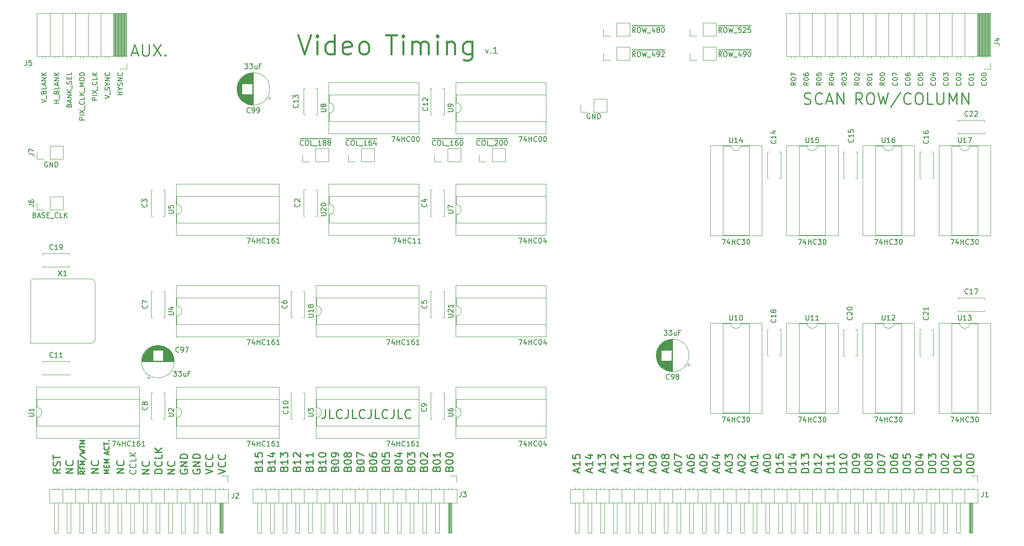
<source format=gto>
G04 #@! TF.GenerationSoftware,KiCad,Pcbnew,(7.0.0)*
G04 #@! TF.CreationDate,2024-03-28T20:59:28-07:00*
G04 #@! TF.ProjectId,video_timing,76696465-6f5f-4746-996d-696e672e6b69,rev?*
G04 #@! TF.SameCoordinates,Original*
G04 #@! TF.FileFunction,Legend,Top*
G04 #@! TF.FilePolarity,Positive*
%FSLAX46Y46*%
G04 Gerber Fmt 4.6, Leading zero omitted, Abs format (unit mm)*
G04 Created by KiCad (PCBNEW (7.0.0)) date 2024-03-28 20:59:28*
%MOMM*%
%LPD*%
G01*
G04 APERTURE LIST*
%ADD10C,0.150000*%
%ADD11C,0.381000*%
%ADD12C,0.254000*%
%ADD13C,0.203200*%
%ADD14C,0.228600*%
%ADD15C,0.250000*%
%ADD16C,0.120000*%
%ADD17R,1.700000X1.700000*%
%ADD18O,1.700000X1.700000*%
%ADD19C,1.600000*%
%ADD20R,1.600000X1.600000*%
%ADD21O,1.600000X1.600000*%
G04 APERTURE END LIST*
D10*
X221524380Y-64722476D02*
X221048190Y-65055809D01*
X221524380Y-65293904D02*
X220524380Y-65293904D01*
X220524380Y-65293904D02*
X220524380Y-64912952D01*
X220524380Y-64912952D02*
X220572000Y-64817714D01*
X220572000Y-64817714D02*
X220619619Y-64770095D01*
X220619619Y-64770095D02*
X220714857Y-64722476D01*
X220714857Y-64722476D02*
X220857714Y-64722476D01*
X220857714Y-64722476D02*
X220952952Y-64770095D01*
X220952952Y-64770095D02*
X221000571Y-64817714D01*
X221000571Y-64817714D02*
X221048190Y-64912952D01*
X221048190Y-64912952D02*
X221048190Y-65293904D01*
X220524380Y-64103428D02*
X220524380Y-64008190D01*
X220524380Y-64008190D02*
X220572000Y-63912952D01*
X220572000Y-63912952D02*
X220619619Y-63865333D01*
X220619619Y-63865333D02*
X220714857Y-63817714D01*
X220714857Y-63817714D02*
X220905333Y-63770095D01*
X220905333Y-63770095D02*
X221143428Y-63770095D01*
X221143428Y-63770095D02*
X221333904Y-63817714D01*
X221333904Y-63817714D02*
X221429142Y-63865333D01*
X221429142Y-63865333D02*
X221476761Y-63912952D01*
X221476761Y-63912952D02*
X221524380Y-64008190D01*
X221524380Y-64008190D02*
X221524380Y-64103428D01*
X221524380Y-64103428D02*
X221476761Y-64198666D01*
X221476761Y-64198666D02*
X221429142Y-64246285D01*
X221429142Y-64246285D02*
X221333904Y-64293904D01*
X221333904Y-64293904D02*
X221143428Y-64341523D01*
X221143428Y-64341523D02*
X220905333Y-64341523D01*
X220905333Y-64341523D02*
X220714857Y-64293904D01*
X220714857Y-64293904D02*
X220619619Y-64246285D01*
X220619619Y-64246285D02*
X220572000Y-64198666D01*
X220572000Y-64198666D02*
X220524380Y-64103428D01*
X220619619Y-63389142D02*
X220572000Y-63341523D01*
X220572000Y-63341523D02*
X220524380Y-63246285D01*
X220524380Y-63246285D02*
X220524380Y-63008190D01*
X220524380Y-63008190D02*
X220572000Y-62912952D01*
X220572000Y-62912952D02*
X220619619Y-62865333D01*
X220619619Y-62865333D02*
X220714857Y-62817714D01*
X220714857Y-62817714D02*
X220810095Y-62817714D01*
X220810095Y-62817714D02*
X220952952Y-62865333D01*
X220952952Y-62865333D02*
X221524380Y-63436761D01*
X221524380Y-63436761D02*
X221524380Y-62817714D01*
X216444380Y-64722476D02*
X215968190Y-65055809D01*
X216444380Y-65293904D02*
X215444380Y-65293904D01*
X215444380Y-65293904D02*
X215444380Y-64912952D01*
X215444380Y-64912952D02*
X215492000Y-64817714D01*
X215492000Y-64817714D02*
X215539619Y-64770095D01*
X215539619Y-64770095D02*
X215634857Y-64722476D01*
X215634857Y-64722476D02*
X215777714Y-64722476D01*
X215777714Y-64722476D02*
X215872952Y-64770095D01*
X215872952Y-64770095D02*
X215920571Y-64817714D01*
X215920571Y-64817714D02*
X215968190Y-64912952D01*
X215968190Y-64912952D02*
X215968190Y-65293904D01*
X215444380Y-64103428D02*
X215444380Y-64008190D01*
X215444380Y-64008190D02*
X215492000Y-63912952D01*
X215492000Y-63912952D02*
X215539619Y-63865333D01*
X215539619Y-63865333D02*
X215634857Y-63817714D01*
X215634857Y-63817714D02*
X215825333Y-63770095D01*
X215825333Y-63770095D02*
X216063428Y-63770095D01*
X216063428Y-63770095D02*
X216253904Y-63817714D01*
X216253904Y-63817714D02*
X216349142Y-63865333D01*
X216349142Y-63865333D02*
X216396761Y-63912952D01*
X216396761Y-63912952D02*
X216444380Y-64008190D01*
X216444380Y-64008190D02*
X216444380Y-64103428D01*
X216444380Y-64103428D02*
X216396761Y-64198666D01*
X216396761Y-64198666D02*
X216349142Y-64246285D01*
X216349142Y-64246285D02*
X216253904Y-64293904D01*
X216253904Y-64293904D02*
X216063428Y-64341523D01*
X216063428Y-64341523D02*
X215825333Y-64341523D01*
X215825333Y-64341523D02*
X215634857Y-64293904D01*
X215634857Y-64293904D02*
X215539619Y-64246285D01*
X215539619Y-64246285D02*
X215492000Y-64198666D01*
X215492000Y-64198666D02*
X215444380Y-64103428D01*
X215777714Y-62912952D02*
X216444380Y-62912952D01*
X215396761Y-63151047D02*
X216111047Y-63389142D01*
X216111047Y-63389142D02*
X216111047Y-62770095D01*
X244289142Y-64722476D02*
X244336761Y-64770095D01*
X244336761Y-64770095D02*
X244384380Y-64912952D01*
X244384380Y-64912952D02*
X244384380Y-65008190D01*
X244384380Y-65008190D02*
X244336761Y-65151047D01*
X244336761Y-65151047D02*
X244241523Y-65246285D01*
X244241523Y-65246285D02*
X244146285Y-65293904D01*
X244146285Y-65293904D02*
X243955809Y-65341523D01*
X243955809Y-65341523D02*
X243812952Y-65341523D01*
X243812952Y-65341523D02*
X243622476Y-65293904D01*
X243622476Y-65293904D02*
X243527238Y-65246285D01*
X243527238Y-65246285D02*
X243432000Y-65151047D01*
X243432000Y-65151047D02*
X243384380Y-65008190D01*
X243384380Y-65008190D02*
X243384380Y-64912952D01*
X243384380Y-64912952D02*
X243432000Y-64770095D01*
X243432000Y-64770095D02*
X243479619Y-64722476D01*
X243384380Y-64103428D02*
X243384380Y-64008190D01*
X243384380Y-64008190D02*
X243432000Y-63912952D01*
X243432000Y-63912952D02*
X243479619Y-63865333D01*
X243479619Y-63865333D02*
X243574857Y-63817714D01*
X243574857Y-63817714D02*
X243765333Y-63770095D01*
X243765333Y-63770095D02*
X244003428Y-63770095D01*
X244003428Y-63770095D02*
X244193904Y-63817714D01*
X244193904Y-63817714D02*
X244289142Y-63865333D01*
X244289142Y-63865333D02*
X244336761Y-63912952D01*
X244336761Y-63912952D02*
X244384380Y-64008190D01*
X244384380Y-64008190D02*
X244384380Y-64103428D01*
X244384380Y-64103428D02*
X244336761Y-64198666D01*
X244336761Y-64198666D02*
X244289142Y-64246285D01*
X244289142Y-64246285D02*
X244193904Y-64293904D01*
X244193904Y-64293904D02*
X244003428Y-64341523D01*
X244003428Y-64341523D02*
X243765333Y-64341523D01*
X243765333Y-64341523D02*
X243574857Y-64293904D01*
X243574857Y-64293904D02*
X243479619Y-64246285D01*
X243479619Y-64246285D02*
X243432000Y-64198666D01*
X243432000Y-64198666D02*
X243384380Y-64103428D01*
X244384380Y-62817714D02*
X244384380Y-63389142D01*
X244384380Y-63103428D02*
X243384380Y-63103428D01*
X243384380Y-63103428D02*
X243527238Y-63198666D01*
X243527238Y-63198666D02*
X243622476Y-63293904D01*
X243622476Y-63293904D02*
X243670095Y-63389142D01*
X213904380Y-64722476D02*
X213428190Y-65055809D01*
X213904380Y-65293904D02*
X212904380Y-65293904D01*
X212904380Y-65293904D02*
X212904380Y-64912952D01*
X212904380Y-64912952D02*
X212952000Y-64817714D01*
X212952000Y-64817714D02*
X212999619Y-64770095D01*
X212999619Y-64770095D02*
X213094857Y-64722476D01*
X213094857Y-64722476D02*
X213237714Y-64722476D01*
X213237714Y-64722476D02*
X213332952Y-64770095D01*
X213332952Y-64770095D02*
X213380571Y-64817714D01*
X213380571Y-64817714D02*
X213428190Y-64912952D01*
X213428190Y-64912952D02*
X213428190Y-65293904D01*
X212904380Y-64103428D02*
X212904380Y-64008190D01*
X212904380Y-64008190D02*
X212952000Y-63912952D01*
X212952000Y-63912952D02*
X212999619Y-63865333D01*
X212999619Y-63865333D02*
X213094857Y-63817714D01*
X213094857Y-63817714D02*
X213285333Y-63770095D01*
X213285333Y-63770095D02*
X213523428Y-63770095D01*
X213523428Y-63770095D02*
X213713904Y-63817714D01*
X213713904Y-63817714D02*
X213809142Y-63865333D01*
X213809142Y-63865333D02*
X213856761Y-63912952D01*
X213856761Y-63912952D02*
X213904380Y-64008190D01*
X213904380Y-64008190D02*
X213904380Y-64103428D01*
X213904380Y-64103428D02*
X213856761Y-64198666D01*
X213856761Y-64198666D02*
X213809142Y-64246285D01*
X213809142Y-64246285D02*
X213713904Y-64293904D01*
X213713904Y-64293904D02*
X213523428Y-64341523D01*
X213523428Y-64341523D02*
X213285333Y-64341523D01*
X213285333Y-64341523D02*
X213094857Y-64293904D01*
X213094857Y-64293904D02*
X212999619Y-64246285D01*
X212999619Y-64246285D02*
X212952000Y-64198666D01*
X212952000Y-64198666D02*
X212904380Y-64103428D01*
X212904380Y-62865333D02*
X212904380Y-63341523D01*
X212904380Y-63341523D02*
X213380571Y-63389142D01*
X213380571Y-63389142D02*
X213332952Y-63341523D01*
X213332952Y-63341523D02*
X213285333Y-63246285D01*
X213285333Y-63246285D02*
X213285333Y-63008190D01*
X213285333Y-63008190D02*
X213332952Y-62912952D01*
X213332952Y-62912952D02*
X213380571Y-62865333D01*
X213380571Y-62865333D02*
X213475809Y-62817714D01*
X213475809Y-62817714D02*
X213713904Y-62817714D01*
X213713904Y-62817714D02*
X213809142Y-62865333D01*
X213809142Y-62865333D02*
X213856761Y-62912952D01*
X213856761Y-62912952D02*
X213904380Y-63008190D01*
X213904380Y-63008190D02*
X213904380Y-63246285D01*
X213904380Y-63246285D02*
X213856761Y-63341523D01*
X213856761Y-63341523D02*
X213809142Y-63389142D01*
X63520571Y-69341905D02*
X63568190Y-69199048D01*
X63568190Y-69199048D02*
X63615809Y-69151429D01*
X63615809Y-69151429D02*
X63711047Y-69103810D01*
X63711047Y-69103810D02*
X63853904Y-69103810D01*
X63853904Y-69103810D02*
X63949142Y-69151429D01*
X63949142Y-69151429D02*
X63996761Y-69199048D01*
X63996761Y-69199048D02*
X64044380Y-69294286D01*
X64044380Y-69294286D02*
X64044380Y-69675238D01*
X64044380Y-69675238D02*
X63044380Y-69675238D01*
X63044380Y-69675238D02*
X63044380Y-69341905D01*
X63044380Y-69341905D02*
X63092000Y-69246667D01*
X63092000Y-69246667D02*
X63139619Y-69199048D01*
X63139619Y-69199048D02*
X63234857Y-69151429D01*
X63234857Y-69151429D02*
X63330095Y-69151429D01*
X63330095Y-69151429D02*
X63425333Y-69199048D01*
X63425333Y-69199048D02*
X63472952Y-69246667D01*
X63472952Y-69246667D02*
X63520571Y-69341905D01*
X63520571Y-69341905D02*
X63520571Y-69675238D01*
X63758666Y-68722857D02*
X63758666Y-68246667D01*
X64044380Y-68818095D02*
X63044380Y-68484762D01*
X63044380Y-68484762D02*
X64044380Y-68151429D01*
X64044380Y-67818095D02*
X63044380Y-67818095D01*
X63044380Y-67818095D02*
X64044380Y-67246667D01*
X64044380Y-67246667D02*
X63044380Y-67246667D01*
X64044380Y-66770476D02*
X63044380Y-66770476D01*
X64044380Y-66199048D02*
X63472952Y-66627619D01*
X63044380Y-66199048D02*
X63615809Y-66770476D01*
X64139619Y-66008572D02*
X64139619Y-65246667D01*
X63996761Y-65056190D02*
X64044380Y-64913333D01*
X64044380Y-64913333D02*
X64044380Y-64675238D01*
X64044380Y-64675238D02*
X63996761Y-64580000D01*
X63996761Y-64580000D02*
X63949142Y-64532381D01*
X63949142Y-64532381D02*
X63853904Y-64484762D01*
X63853904Y-64484762D02*
X63758666Y-64484762D01*
X63758666Y-64484762D02*
X63663428Y-64532381D01*
X63663428Y-64532381D02*
X63615809Y-64580000D01*
X63615809Y-64580000D02*
X63568190Y-64675238D01*
X63568190Y-64675238D02*
X63520571Y-64865714D01*
X63520571Y-64865714D02*
X63472952Y-64960952D01*
X63472952Y-64960952D02*
X63425333Y-65008571D01*
X63425333Y-65008571D02*
X63330095Y-65056190D01*
X63330095Y-65056190D02*
X63234857Y-65056190D01*
X63234857Y-65056190D02*
X63139619Y-65008571D01*
X63139619Y-65008571D02*
X63092000Y-64960952D01*
X63092000Y-64960952D02*
X63044380Y-64865714D01*
X63044380Y-64865714D02*
X63044380Y-64627619D01*
X63044380Y-64627619D02*
X63092000Y-64484762D01*
X63520571Y-64056190D02*
X63520571Y-63722857D01*
X64044380Y-63580000D02*
X64044380Y-64056190D01*
X64044380Y-64056190D02*
X63044380Y-64056190D01*
X63044380Y-64056190D02*
X63044380Y-63580000D01*
X64044380Y-62675238D02*
X64044380Y-63151428D01*
X64044380Y-63151428D02*
X63044380Y-63151428D01*
X234129142Y-64722476D02*
X234176761Y-64770095D01*
X234176761Y-64770095D02*
X234224380Y-64912952D01*
X234224380Y-64912952D02*
X234224380Y-65008190D01*
X234224380Y-65008190D02*
X234176761Y-65151047D01*
X234176761Y-65151047D02*
X234081523Y-65246285D01*
X234081523Y-65246285D02*
X233986285Y-65293904D01*
X233986285Y-65293904D02*
X233795809Y-65341523D01*
X233795809Y-65341523D02*
X233652952Y-65341523D01*
X233652952Y-65341523D02*
X233462476Y-65293904D01*
X233462476Y-65293904D02*
X233367238Y-65246285D01*
X233367238Y-65246285D02*
X233272000Y-65151047D01*
X233272000Y-65151047D02*
X233224380Y-65008190D01*
X233224380Y-65008190D02*
X233224380Y-64912952D01*
X233224380Y-64912952D02*
X233272000Y-64770095D01*
X233272000Y-64770095D02*
X233319619Y-64722476D01*
X233224380Y-64103428D02*
X233224380Y-64008190D01*
X233224380Y-64008190D02*
X233272000Y-63912952D01*
X233272000Y-63912952D02*
X233319619Y-63865333D01*
X233319619Y-63865333D02*
X233414857Y-63817714D01*
X233414857Y-63817714D02*
X233605333Y-63770095D01*
X233605333Y-63770095D02*
X233843428Y-63770095D01*
X233843428Y-63770095D02*
X234033904Y-63817714D01*
X234033904Y-63817714D02*
X234129142Y-63865333D01*
X234129142Y-63865333D02*
X234176761Y-63912952D01*
X234176761Y-63912952D02*
X234224380Y-64008190D01*
X234224380Y-64008190D02*
X234224380Y-64103428D01*
X234224380Y-64103428D02*
X234176761Y-64198666D01*
X234176761Y-64198666D02*
X234129142Y-64246285D01*
X234129142Y-64246285D02*
X234033904Y-64293904D01*
X234033904Y-64293904D02*
X233843428Y-64341523D01*
X233843428Y-64341523D02*
X233605333Y-64341523D01*
X233605333Y-64341523D02*
X233414857Y-64293904D01*
X233414857Y-64293904D02*
X233319619Y-64246285D01*
X233319619Y-64246285D02*
X233272000Y-64198666D01*
X233272000Y-64198666D02*
X233224380Y-64103428D01*
X233224380Y-62865333D02*
X233224380Y-63341523D01*
X233224380Y-63341523D02*
X233700571Y-63389142D01*
X233700571Y-63389142D02*
X233652952Y-63341523D01*
X233652952Y-63341523D02*
X233605333Y-63246285D01*
X233605333Y-63246285D02*
X233605333Y-63008190D01*
X233605333Y-63008190D02*
X233652952Y-62912952D01*
X233652952Y-62912952D02*
X233700571Y-62865333D01*
X233700571Y-62865333D02*
X233795809Y-62817714D01*
X233795809Y-62817714D02*
X234033904Y-62817714D01*
X234033904Y-62817714D02*
X234129142Y-62865333D01*
X234129142Y-62865333D02*
X234176761Y-62912952D01*
X234176761Y-62912952D02*
X234224380Y-63008190D01*
X234224380Y-63008190D02*
X234224380Y-63246285D01*
X234224380Y-63246285D02*
X234176761Y-63341523D01*
X234176761Y-63341523D02*
X234129142Y-63389142D01*
D11*
X109328857Y-55304871D02*
X110598857Y-59114871D01*
X110598857Y-59114871D02*
X111868857Y-55304871D01*
X113138856Y-59114871D02*
X113138856Y-56574871D01*
X113138856Y-55304871D02*
X112957428Y-55486300D01*
X112957428Y-55486300D02*
X113138856Y-55667728D01*
X113138856Y-55667728D02*
X113320285Y-55486300D01*
X113320285Y-55486300D02*
X113138856Y-55304871D01*
X113138856Y-55304871D02*
X113138856Y-55667728D01*
X116586000Y-59114871D02*
X116586000Y-55304871D01*
X116586000Y-58933442D02*
X116223142Y-59114871D01*
X116223142Y-59114871D02*
X115497428Y-59114871D01*
X115497428Y-59114871D02*
X115134571Y-58933442D01*
X115134571Y-58933442D02*
X114953142Y-58752014D01*
X114953142Y-58752014D02*
X114771714Y-58389157D01*
X114771714Y-58389157D02*
X114771714Y-57300585D01*
X114771714Y-57300585D02*
X114953142Y-56937728D01*
X114953142Y-56937728D02*
X115134571Y-56756300D01*
X115134571Y-56756300D02*
X115497428Y-56574871D01*
X115497428Y-56574871D02*
X116223142Y-56574871D01*
X116223142Y-56574871D02*
X116586000Y-56756300D01*
X119851714Y-58933442D02*
X119488857Y-59114871D01*
X119488857Y-59114871D02*
X118763143Y-59114871D01*
X118763143Y-59114871D02*
X118400285Y-58933442D01*
X118400285Y-58933442D02*
X118218857Y-58570585D01*
X118218857Y-58570585D02*
X118218857Y-57119157D01*
X118218857Y-57119157D02*
X118400285Y-56756300D01*
X118400285Y-56756300D02*
X118763143Y-56574871D01*
X118763143Y-56574871D02*
X119488857Y-56574871D01*
X119488857Y-56574871D02*
X119851714Y-56756300D01*
X119851714Y-56756300D02*
X120033143Y-57119157D01*
X120033143Y-57119157D02*
X120033143Y-57482014D01*
X120033143Y-57482014D02*
X118218857Y-57844871D01*
X122210285Y-59114871D02*
X121847428Y-58933442D01*
X121847428Y-58933442D02*
X121665999Y-58752014D01*
X121665999Y-58752014D02*
X121484571Y-58389157D01*
X121484571Y-58389157D02*
X121484571Y-57300585D01*
X121484571Y-57300585D02*
X121665999Y-56937728D01*
X121665999Y-56937728D02*
X121847428Y-56756300D01*
X121847428Y-56756300D02*
X122210285Y-56574871D01*
X122210285Y-56574871D02*
X122754571Y-56574871D01*
X122754571Y-56574871D02*
X123117428Y-56756300D01*
X123117428Y-56756300D02*
X123298857Y-56937728D01*
X123298857Y-56937728D02*
X123480285Y-57300585D01*
X123480285Y-57300585D02*
X123480285Y-58389157D01*
X123480285Y-58389157D02*
X123298857Y-58752014D01*
X123298857Y-58752014D02*
X123117428Y-58933442D01*
X123117428Y-58933442D02*
X122754571Y-59114871D01*
X122754571Y-59114871D02*
X122210285Y-59114871D01*
X126854857Y-55304871D02*
X129032000Y-55304871D01*
X127943428Y-59114871D02*
X127943428Y-55304871D01*
X130301999Y-59114871D02*
X130301999Y-56574871D01*
X130301999Y-55304871D02*
X130120571Y-55486300D01*
X130120571Y-55486300D02*
X130301999Y-55667728D01*
X130301999Y-55667728D02*
X130483428Y-55486300D01*
X130483428Y-55486300D02*
X130301999Y-55304871D01*
X130301999Y-55304871D02*
X130301999Y-55667728D01*
X132116285Y-59114871D02*
X132116285Y-56574871D01*
X132116285Y-56937728D02*
X132297714Y-56756300D01*
X132297714Y-56756300D02*
X132660571Y-56574871D01*
X132660571Y-56574871D02*
X133204857Y-56574871D01*
X133204857Y-56574871D02*
X133567714Y-56756300D01*
X133567714Y-56756300D02*
X133749143Y-57119157D01*
X133749143Y-57119157D02*
X133749143Y-59114871D01*
X133749143Y-57119157D02*
X133930571Y-56756300D01*
X133930571Y-56756300D02*
X134293428Y-56574871D01*
X134293428Y-56574871D02*
X134837714Y-56574871D01*
X134837714Y-56574871D02*
X135200571Y-56756300D01*
X135200571Y-56756300D02*
X135382000Y-57119157D01*
X135382000Y-57119157D02*
X135382000Y-59114871D01*
X137196285Y-59114871D02*
X137196285Y-56574871D01*
X137196285Y-55304871D02*
X137014857Y-55486300D01*
X137014857Y-55486300D02*
X137196285Y-55667728D01*
X137196285Y-55667728D02*
X137377714Y-55486300D01*
X137377714Y-55486300D02*
X137196285Y-55304871D01*
X137196285Y-55304871D02*
X137196285Y-55667728D01*
X139010571Y-56574871D02*
X139010571Y-59114871D01*
X139010571Y-56937728D02*
X139192000Y-56756300D01*
X139192000Y-56756300D02*
X139554857Y-56574871D01*
X139554857Y-56574871D02*
X140099143Y-56574871D01*
X140099143Y-56574871D02*
X140462000Y-56756300D01*
X140462000Y-56756300D02*
X140643429Y-57119157D01*
X140643429Y-57119157D02*
X140643429Y-59114871D01*
X144090572Y-56574871D02*
X144090572Y-59659157D01*
X144090572Y-59659157D02*
X143909143Y-60022014D01*
X143909143Y-60022014D02*
X143727714Y-60203442D01*
X143727714Y-60203442D02*
X143364857Y-60384871D01*
X143364857Y-60384871D02*
X142820572Y-60384871D01*
X142820572Y-60384871D02*
X142457714Y-60203442D01*
X144090572Y-58933442D02*
X143727714Y-59114871D01*
X143727714Y-59114871D02*
X143002000Y-59114871D01*
X143002000Y-59114871D02*
X142639143Y-58933442D01*
X142639143Y-58933442D02*
X142457714Y-58752014D01*
X142457714Y-58752014D02*
X142276286Y-58389157D01*
X142276286Y-58389157D02*
X142276286Y-57300585D01*
X142276286Y-57300585D02*
X142457714Y-56937728D01*
X142457714Y-56937728D02*
X142639143Y-56756300D01*
X142639143Y-56756300D02*
X143002000Y-56574871D01*
X143002000Y-56574871D02*
X143727714Y-56574871D01*
X143727714Y-56574871D02*
X144090572Y-56756300D01*
D10*
X226604380Y-64722476D02*
X226128190Y-65055809D01*
X226604380Y-65293904D02*
X225604380Y-65293904D01*
X225604380Y-65293904D02*
X225604380Y-64912952D01*
X225604380Y-64912952D02*
X225652000Y-64817714D01*
X225652000Y-64817714D02*
X225699619Y-64770095D01*
X225699619Y-64770095D02*
X225794857Y-64722476D01*
X225794857Y-64722476D02*
X225937714Y-64722476D01*
X225937714Y-64722476D02*
X226032952Y-64770095D01*
X226032952Y-64770095D02*
X226080571Y-64817714D01*
X226080571Y-64817714D02*
X226128190Y-64912952D01*
X226128190Y-64912952D02*
X226128190Y-65293904D01*
X225604380Y-64103428D02*
X225604380Y-64008190D01*
X225604380Y-64008190D02*
X225652000Y-63912952D01*
X225652000Y-63912952D02*
X225699619Y-63865333D01*
X225699619Y-63865333D02*
X225794857Y-63817714D01*
X225794857Y-63817714D02*
X225985333Y-63770095D01*
X225985333Y-63770095D02*
X226223428Y-63770095D01*
X226223428Y-63770095D02*
X226413904Y-63817714D01*
X226413904Y-63817714D02*
X226509142Y-63865333D01*
X226509142Y-63865333D02*
X226556761Y-63912952D01*
X226556761Y-63912952D02*
X226604380Y-64008190D01*
X226604380Y-64008190D02*
X226604380Y-64103428D01*
X226604380Y-64103428D02*
X226556761Y-64198666D01*
X226556761Y-64198666D02*
X226509142Y-64246285D01*
X226509142Y-64246285D02*
X226413904Y-64293904D01*
X226413904Y-64293904D02*
X226223428Y-64341523D01*
X226223428Y-64341523D02*
X225985333Y-64341523D01*
X225985333Y-64341523D02*
X225794857Y-64293904D01*
X225794857Y-64293904D02*
X225699619Y-64246285D01*
X225699619Y-64246285D02*
X225652000Y-64198666D01*
X225652000Y-64198666D02*
X225604380Y-64103428D01*
X225604380Y-63151047D02*
X225604380Y-63055809D01*
X225604380Y-63055809D02*
X225652000Y-62960571D01*
X225652000Y-62960571D02*
X225699619Y-62912952D01*
X225699619Y-62912952D02*
X225794857Y-62865333D01*
X225794857Y-62865333D02*
X225985333Y-62817714D01*
X225985333Y-62817714D02*
X226223428Y-62817714D01*
X226223428Y-62817714D02*
X226413904Y-62865333D01*
X226413904Y-62865333D02*
X226509142Y-62912952D01*
X226509142Y-62912952D02*
X226556761Y-62960571D01*
X226556761Y-62960571D02*
X226604380Y-63055809D01*
X226604380Y-63055809D02*
X226604380Y-63151047D01*
X226604380Y-63151047D02*
X226556761Y-63246285D01*
X226556761Y-63246285D02*
X226509142Y-63293904D01*
X226509142Y-63293904D02*
X226413904Y-63341523D01*
X226413904Y-63341523D02*
X226223428Y-63389142D01*
X226223428Y-63389142D02*
X225985333Y-63389142D01*
X225985333Y-63389142D02*
X225794857Y-63341523D01*
X225794857Y-63341523D02*
X225699619Y-63293904D01*
X225699619Y-63293904D02*
X225652000Y-63246285D01*
X225652000Y-63246285D02*
X225604380Y-63151047D01*
D12*
X76127428Y-58793380D02*
X77216000Y-58793380D01*
X75909714Y-59446522D02*
X76671714Y-57160522D01*
X76671714Y-57160522D02*
X77433714Y-59446522D01*
X78195714Y-57160522D02*
X78195714Y-59011094D01*
X78195714Y-59011094D02*
X78304571Y-59228808D01*
X78304571Y-59228808D02*
X78413429Y-59337665D01*
X78413429Y-59337665D02*
X78631143Y-59446522D01*
X78631143Y-59446522D02*
X79066571Y-59446522D01*
X79066571Y-59446522D02*
X79284286Y-59337665D01*
X79284286Y-59337665D02*
X79393143Y-59228808D01*
X79393143Y-59228808D02*
X79502000Y-59011094D01*
X79502000Y-59011094D02*
X79502000Y-57160522D01*
X80372857Y-57160522D02*
X81896857Y-59446522D01*
X81896857Y-57160522D02*
X80372857Y-59446522D01*
X82767714Y-59228808D02*
X82876571Y-59337665D01*
X82876571Y-59337665D02*
X82767714Y-59446522D01*
X82767714Y-59446522D02*
X82658857Y-59337665D01*
X82658857Y-59337665D02*
X82767714Y-59228808D01*
X82767714Y-59228808D02*
X82767714Y-59446522D01*
D10*
X236669142Y-64722476D02*
X236716761Y-64770095D01*
X236716761Y-64770095D02*
X236764380Y-64912952D01*
X236764380Y-64912952D02*
X236764380Y-65008190D01*
X236764380Y-65008190D02*
X236716761Y-65151047D01*
X236716761Y-65151047D02*
X236621523Y-65246285D01*
X236621523Y-65246285D02*
X236526285Y-65293904D01*
X236526285Y-65293904D02*
X236335809Y-65341523D01*
X236335809Y-65341523D02*
X236192952Y-65341523D01*
X236192952Y-65341523D02*
X236002476Y-65293904D01*
X236002476Y-65293904D02*
X235907238Y-65246285D01*
X235907238Y-65246285D02*
X235812000Y-65151047D01*
X235812000Y-65151047D02*
X235764380Y-65008190D01*
X235764380Y-65008190D02*
X235764380Y-64912952D01*
X235764380Y-64912952D02*
X235812000Y-64770095D01*
X235812000Y-64770095D02*
X235859619Y-64722476D01*
X235764380Y-64103428D02*
X235764380Y-64008190D01*
X235764380Y-64008190D02*
X235812000Y-63912952D01*
X235812000Y-63912952D02*
X235859619Y-63865333D01*
X235859619Y-63865333D02*
X235954857Y-63817714D01*
X235954857Y-63817714D02*
X236145333Y-63770095D01*
X236145333Y-63770095D02*
X236383428Y-63770095D01*
X236383428Y-63770095D02*
X236573904Y-63817714D01*
X236573904Y-63817714D02*
X236669142Y-63865333D01*
X236669142Y-63865333D02*
X236716761Y-63912952D01*
X236716761Y-63912952D02*
X236764380Y-64008190D01*
X236764380Y-64008190D02*
X236764380Y-64103428D01*
X236764380Y-64103428D02*
X236716761Y-64198666D01*
X236716761Y-64198666D02*
X236669142Y-64246285D01*
X236669142Y-64246285D02*
X236573904Y-64293904D01*
X236573904Y-64293904D02*
X236383428Y-64341523D01*
X236383428Y-64341523D02*
X236145333Y-64341523D01*
X236145333Y-64341523D02*
X235954857Y-64293904D01*
X235954857Y-64293904D02*
X235859619Y-64246285D01*
X235859619Y-64246285D02*
X235812000Y-64198666D01*
X235812000Y-64198666D02*
X235764380Y-64103428D01*
X236097714Y-62912952D02*
X236764380Y-62912952D01*
X235716761Y-63151047D02*
X236431047Y-63389142D01*
X236431047Y-63389142D02*
X236431047Y-62770095D01*
X57964380Y-68818095D02*
X58964380Y-68484762D01*
X58964380Y-68484762D02*
X57964380Y-68151429D01*
X59059619Y-68056191D02*
X59059619Y-67294286D01*
X58440571Y-66722857D02*
X58488190Y-66580000D01*
X58488190Y-66580000D02*
X58535809Y-66532381D01*
X58535809Y-66532381D02*
X58631047Y-66484762D01*
X58631047Y-66484762D02*
X58773904Y-66484762D01*
X58773904Y-66484762D02*
X58869142Y-66532381D01*
X58869142Y-66532381D02*
X58916761Y-66580000D01*
X58916761Y-66580000D02*
X58964380Y-66675238D01*
X58964380Y-66675238D02*
X58964380Y-67056190D01*
X58964380Y-67056190D02*
X57964380Y-67056190D01*
X57964380Y-67056190D02*
X57964380Y-66722857D01*
X57964380Y-66722857D02*
X58012000Y-66627619D01*
X58012000Y-66627619D02*
X58059619Y-66580000D01*
X58059619Y-66580000D02*
X58154857Y-66532381D01*
X58154857Y-66532381D02*
X58250095Y-66532381D01*
X58250095Y-66532381D02*
X58345333Y-66580000D01*
X58345333Y-66580000D02*
X58392952Y-66627619D01*
X58392952Y-66627619D02*
X58440571Y-66722857D01*
X58440571Y-66722857D02*
X58440571Y-67056190D01*
X58964380Y-65580000D02*
X58964380Y-66056190D01*
X58964380Y-66056190D02*
X57964380Y-66056190D01*
X58678666Y-65294285D02*
X58678666Y-64818095D01*
X58964380Y-65389523D02*
X57964380Y-65056190D01*
X57964380Y-65056190D02*
X58964380Y-64722857D01*
X58964380Y-64389523D02*
X57964380Y-64389523D01*
X57964380Y-64389523D02*
X58964380Y-63818095D01*
X58964380Y-63818095D02*
X57964380Y-63818095D01*
X58964380Y-63341904D02*
X57964380Y-63341904D01*
X58964380Y-62770476D02*
X58392952Y-63199047D01*
X57964380Y-62770476D02*
X58535809Y-63341904D01*
X229049142Y-64722476D02*
X229096761Y-64770095D01*
X229096761Y-64770095D02*
X229144380Y-64912952D01*
X229144380Y-64912952D02*
X229144380Y-65008190D01*
X229144380Y-65008190D02*
X229096761Y-65151047D01*
X229096761Y-65151047D02*
X229001523Y-65246285D01*
X229001523Y-65246285D02*
X228906285Y-65293904D01*
X228906285Y-65293904D02*
X228715809Y-65341523D01*
X228715809Y-65341523D02*
X228572952Y-65341523D01*
X228572952Y-65341523D02*
X228382476Y-65293904D01*
X228382476Y-65293904D02*
X228287238Y-65246285D01*
X228287238Y-65246285D02*
X228192000Y-65151047D01*
X228192000Y-65151047D02*
X228144380Y-65008190D01*
X228144380Y-65008190D02*
X228144380Y-64912952D01*
X228144380Y-64912952D02*
X228192000Y-64770095D01*
X228192000Y-64770095D02*
X228239619Y-64722476D01*
X228144380Y-64103428D02*
X228144380Y-64008190D01*
X228144380Y-64008190D02*
X228192000Y-63912952D01*
X228192000Y-63912952D02*
X228239619Y-63865333D01*
X228239619Y-63865333D02*
X228334857Y-63817714D01*
X228334857Y-63817714D02*
X228525333Y-63770095D01*
X228525333Y-63770095D02*
X228763428Y-63770095D01*
X228763428Y-63770095D02*
X228953904Y-63817714D01*
X228953904Y-63817714D02*
X229049142Y-63865333D01*
X229049142Y-63865333D02*
X229096761Y-63912952D01*
X229096761Y-63912952D02*
X229144380Y-64008190D01*
X229144380Y-64008190D02*
X229144380Y-64103428D01*
X229144380Y-64103428D02*
X229096761Y-64198666D01*
X229096761Y-64198666D02*
X229049142Y-64246285D01*
X229049142Y-64246285D02*
X228953904Y-64293904D01*
X228953904Y-64293904D02*
X228763428Y-64341523D01*
X228763428Y-64341523D02*
X228525333Y-64341523D01*
X228525333Y-64341523D02*
X228334857Y-64293904D01*
X228334857Y-64293904D02*
X228239619Y-64246285D01*
X228239619Y-64246285D02*
X228192000Y-64198666D01*
X228192000Y-64198666D02*
X228144380Y-64103428D01*
X228144380Y-63436761D02*
X228144380Y-62770095D01*
X228144380Y-62770095D02*
X229144380Y-63198666D01*
X218984380Y-64722476D02*
X218508190Y-65055809D01*
X218984380Y-65293904D02*
X217984380Y-65293904D01*
X217984380Y-65293904D02*
X217984380Y-64912952D01*
X217984380Y-64912952D02*
X218032000Y-64817714D01*
X218032000Y-64817714D02*
X218079619Y-64770095D01*
X218079619Y-64770095D02*
X218174857Y-64722476D01*
X218174857Y-64722476D02*
X218317714Y-64722476D01*
X218317714Y-64722476D02*
X218412952Y-64770095D01*
X218412952Y-64770095D02*
X218460571Y-64817714D01*
X218460571Y-64817714D02*
X218508190Y-64912952D01*
X218508190Y-64912952D02*
X218508190Y-65293904D01*
X217984380Y-64103428D02*
X217984380Y-64008190D01*
X217984380Y-64008190D02*
X218032000Y-63912952D01*
X218032000Y-63912952D02*
X218079619Y-63865333D01*
X218079619Y-63865333D02*
X218174857Y-63817714D01*
X218174857Y-63817714D02*
X218365333Y-63770095D01*
X218365333Y-63770095D02*
X218603428Y-63770095D01*
X218603428Y-63770095D02*
X218793904Y-63817714D01*
X218793904Y-63817714D02*
X218889142Y-63865333D01*
X218889142Y-63865333D02*
X218936761Y-63912952D01*
X218936761Y-63912952D02*
X218984380Y-64008190D01*
X218984380Y-64008190D02*
X218984380Y-64103428D01*
X218984380Y-64103428D02*
X218936761Y-64198666D01*
X218936761Y-64198666D02*
X218889142Y-64246285D01*
X218889142Y-64246285D02*
X218793904Y-64293904D01*
X218793904Y-64293904D02*
X218603428Y-64341523D01*
X218603428Y-64341523D02*
X218365333Y-64341523D01*
X218365333Y-64341523D02*
X218174857Y-64293904D01*
X218174857Y-64293904D02*
X218079619Y-64246285D01*
X218079619Y-64246285D02*
X218032000Y-64198666D01*
X218032000Y-64198666D02*
X217984380Y-64103428D01*
X217984380Y-63436761D02*
X217984380Y-62817714D01*
X217984380Y-62817714D02*
X218365333Y-63151047D01*
X218365333Y-63151047D02*
X218365333Y-63008190D01*
X218365333Y-63008190D02*
X218412952Y-62912952D01*
X218412952Y-62912952D02*
X218460571Y-62865333D01*
X218460571Y-62865333D02*
X218555809Y-62817714D01*
X218555809Y-62817714D02*
X218793904Y-62817714D01*
X218793904Y-62817714D02*
X218889142Y-62865333D01*
X218889142Y-62865333D02*
X218936761Y-62912952D01*
X218936761Y-62912952D02*
X218984380Y-63008190D01*
X218984380Y-63008190D02*
X218984380Y-63293904D01*
X218984380Y-63293904D02*
X218936761Y-63389142D01*
X218936761Y-63389142D02*
X218889142Y-63436761D01*
X246829142Y-64722476D02*
X246876761Y-64770095D01*
X246876761Y-64770095D02*
X246924380Y-64912952D01*
X246924380Y-64912952D02*
X246924380Y-65008190D01*
X246924380Y-65008190D02*
X246876761Y-65151047D01*
X246876761Y-65151047D02*
X246781523Y-65246285D01*
X246781523Y-65246285D02*
X246686285Y-65293904D01*
X246686285Y-65293904D02*
X246495809Y-65341523D01*
X246495809Y-65341523D02*
X246352952Y-65341523D01*
X246352952Y-65341523D02*
X246162476Y-65293904D01*
X246162476Y-65293904D02*
X246067238Y-65246285D01*
X246067238Y-65246285D02*
X245972000Y-65151047D01*
X245972000Y-65151047D02*
X245924380Y-65008190D01*
X245924380Y-65008190D02*
X245924380Y-64912952D01*
X245924380Y-64912952D02*
X245972000Y-64770095D01*
X245972000Y-64770095D02*
X246019619Y-64722476D01*
X245924380Y-64103428D02*
X245924380Y-64008190D01*
X245924380Y-64008190D02*
X245972000Y-63912952D01*
X245972000Y-63912952D02*
X246019619Y-63865333D01*
X246019619Y-63865333D02*
X246114857Y-63817714D01*
X246114857Y-63817714D02*
X246305333Y-63770095D01*
X246305333Y-63770095D02*
X246543428Y-63770095D01*
X246543428Y-63770095D02*
X246733904Y-63817714D01*
X246733904Y-63817714D02*
X246829142Y-63865333D01*
X246829142Y-63865333D02*
X246876761Y-63912952D01*
X246876761Y-63912952D02*
X246924380Y-64008190D01*
X246924380Y-64008190D02*
X246924380Y-64103428D01*
X246924380Y-64103428D02*
X246876761Y-64198666D01*
X246876761Y-64198666D02*
X246829142Y-64246285D01*
X246829142Y-64246285D02*
X246733904Y-64293904D01*
X246733904Y-64293904D02*
X246543428Y-64341523D01*
X246543428Y-64341523D02*
X246305333Y-64341523D01*
X246305333Y-64341523D02*
X246114857Y-64293904D01*
X246114857Y-64293904D02*
X246019619Y-64246285D01*
X246019619Y-64246285D02*
X245972000Y-64198666D01*
X245972000Y-64198666D02*
X245924380Y-64103428D01*
X245924380Y-63151047D02*
X245924380Y-63055809D01*
X245924380Y-63055809D02*
X245972000Y-62960571D01*
X245972000Y-62960571D02*
X246019619Y-62912952D01*
X246019619Y-62912952D02*
X246114857Y-62865333D01*
X246114857Y-62865333D02*
X246305333Y-62817714D01*
X246305333Y-62817714D02*
X246543428Y-62817714D01*
X246543428Y-62817714D02*
X246733904Y-62865333D01*
X246733904Y-62865333D02*
X246829142Y-62912952D01*
X246829142Y-62912952D02*
X246876761Y-62960571D01*
X246876761Y-62960571D02*
X246924380Y-63055809D01*
X246924380Y-63055809D02*
X246924380Y-63151047D01*
X246924380Y-63151047D02*
X246876761Y-63246285D01*
X246876761Y-63246285D02*
X246829142Y-63293904D01*
X246829142Y-63293904D02*
X246733904Y-63341523D01*
X246733904Y-63341523D02*
X246543428Y-63389142D01*
X246543428Y-63389142D02*
X246305333Y-63389142D01*
X246305333Y-63389142D02*
X246114857Y-63341523D01*
X246114857Y-63341523D02*
X246019619Y-63293904D01*
X246019619Y-63293904D02*
X245972000Y-63246285D01*
X245972000Y-63246285D02*
X245924380Y-63151047D01*
X211364380Y-64722476D02*
X210888190Y-65055809D01*
X211364380Y-65293904D02*
X210364380Y-65293904D01*
X210364380Y-65293904D02*
X210364380Y-64912952D01*
X210364380Y-64912952D02*
X210412000Y-64817714D01*
X210412000Y-64817714D02*
X210459619Y-64770095D01*
X210459619Y-64770095D02*
X210554857Y-64722476D01*
X210554857Y-64722476D02*
X210697714Y-64722476D01*
X210697714Y-64722476D02*
X210792952Y-64770095D01*
X210792952Y-64770095D02*
X210840571Y-64817714D01*
X210840571Y-64817714D02*
X210888190Y-64912952D01*
X210888190Y-64912952D02*
X210888190Y-65293904D01*
X210364380Y-64103428D02*
X210364380Y-64008190D01*
X210364380Y-64008190D02*
X210412000Y-63912952D01*
X210412000Y-63912952D02*
X210459619Y-63865333D01*
X210459619Y-63865333D02*
X210554857Y-63817714D01*
X210554857Y-63817714D02*
X210745333Y-63770095D01*
X210745333Y-63770095D02*
X210983428Y-63770095D01*
X210983428Y-63770095D02*
X211173904Y-63817714D01*
X211173904Y-63817714D02*
X211269142Y-63865333D01*
X211269142Y-63865333D02*
X211316761Y-63912952D01*
X211316761Y-63912952D02*
X211364380Y-64008190D01*
X211364380Y-64008190D02*
X211364380Y-64103428D01*
X211364380Y-64103428D02*
X211316761Y-64198666D01*
X211316761Y-64198666D02*
X211269142Y-64246285D01*
X211269142Y-64246285D02*
X211173904Y-64293904D01*
X211173904Y-64293904D02*
X210983428Y-64341523D01*
X210983428Y-64341523D02*
X210745333Y-64341523D01*
X210745333Y-64341523D02*
X210554857Y-64293904D01*
X210554857Y-64293904D02*
X210459619Y-64246285D01*
X210459619Y-64246285D02*
X210412000Y-64198666D01*
X210412000Y-64198666D02*
X210364380Y-64103428D01*
X210364380Y-62912952D02*
X210364380Y-63103428D01*
X210364380Y-63103428D02*
X210412000Y-63198666D01*
X210412000Y-63198666D02*
X210459619Y-63246285D01*
X210459619Y-63246285D02*
X210602476Y-63341523D01*
X210602476Y-63341523D02*
X210792952Y-63389142D01*
X210792952Y-63389142D02*
X211173904Y-63389142D01*
X211173904Y-63389142D02*
X211269142Y-63341523D01*
X211269142Y-63341523D02*
X211316761Y-63293904D01*
X211316761Y-63293904D02*
X211364380Y-63198666D01*
X211364380Y-63198666D02*
X211364380Y-63008190D01*
X211364380Y-63008190D02*
X211316761Y-62912952D01*
X211316761Y-62912952D02*
X211269142Y-62865333D01*
X211269142Y-62865333D02*
X211173904Y-62817714D01*
X211173904Y-62817714D02*
X210935809Y-62817714D01*
X210935809Y-62817714D02*
X210840571Y-62865333D01*
X210840571Y-62865333D02*
X210792952Y-62912952D01*
X210792952Y-62912952D02*
X210745333Y-63008190D01*
X210745333Y-63008190D02*
X210745333Y-63198666D01*
X210745333Y-63198666D02*
X210792952Y-63293904D01*
X210792952Y-63293904D02*
X210840571Y-63341523D01*
X210840571Y-63341523D02*
X210935809Y-63389142D01*
D12*
X210493428Y-68989665D02*
X210820000Y-69098522D01*
X210820000Y-69098522D02*
X211364285Y-69098522D01*
X211364285Y-69098522D02*
X211582000Y-68989665D01*
X211582000Y-68989665D02*
X211690857Y-68880808D01*
X211690857Y-68880808D02*
X211799714Y-68663094D01*
X211799714Y-68663094D02*
X211799714Y-68445380D01*
X211799714Y-68445380D02*
X211690857Y-68227665D01*
X211690857Y-68227665D02*
X211582000Y-68118808D01*
X211582000Y-68118808D02*
X211364285Y-68009951D01*
X211364285Y-68009951D02*
X210928857Y-67901094D01*
X210928857Y-67901094D02*
X210711142Y-67792237D01*
X210711142Y-67792237D02*
X210602285Y-67683380D01*
X210602285Y-67683380D02*
X210493428Y-67465665D01*
X210493428Y-67465665D02*
X210493428Y-67247951D01*
X210493428Y-67247951D02*
X210602285Y-67030237D01*
X210602285Y-67030237D02*
X210711142Y-66921380D01*
X210711142Y-66921380D02*
X210928857Y-66812522D01*
X210928857Y-66812522D02*
X211473142Y-66812522D01*
X211473142Y-66812522D02*
X211799714Y-66921380D01*
X214085714Y-68880808D02*
X213976857Y-68989665D01*
X213976857Y-68989665D02*
X213650285Y-69098522D01*
X213650285Y-69098522D02*
X213432571Y-69098522D01*
X213432571Y-69098522D02*
X213106000Y-68989665D01*
X213106000Y-68989665D02*
X212888285Y-68771951D01*
X212888285Y-68771951D02*
X212779428Y-68554237D01*
X212779428Y-68554237D02*
X212670571Y-68118808D01*
X212670571Y-68118808D02*
X212670571Y-67792237D01*
X212670571Y-67792237D02*
X212779428Y-67356808D01*
X212779428Y-67356808D02*
X212888285Y-67139094D01*
X212888285Y-67139094D02*
X213106000Y-66921380D01*
X213106000Y-66921380D02*
X213432571Y-66812522D01*
X213432571Y-66812522D02*
X213650285Y-66812522D01*
X213650285Y-66812522D02*
X213976857Y-66921380D01*
X213976857Y-66921380D02*
X214085714Y-67030237D01*
X214956571Y-68445380D02*
X216045143Y-68445380D01*
X214738857Y-69098522D02*
X215500857Y-66812522D01*
X215500857Y-66812522D02*
X216262857Y-69098522D01*
X217024857Y-69098522D02*
X217024857Y-66812522D01*
X217024857Y-66812522D02*
X218331143Y-69098522D01*
X218331143Y-69098522D02*
X218331143Y-66812522D01*
X222097600Y-69098522D02*
X221335600Y-68009951D01*
X220791314Y-69098522D02*
X220791314Y-66812522D01*
X220791314Y-66812522D02*
X221662171Y-66812522D01*
X221662171Y-66812522D02*
X221879886Y-66921380D01*
X221879886Y-66921380D02*
X221988743Y-67030237D01*
X221988743Y-67030237D02*
X222097600Y-67247951D01*
X222097600Y-67247951D02*
X222097600Y-67574522D01*
X222097600Y-67574522D02*
X221988743Y-67792237D01*
X221988743Y-67792237D02*
X221879886Y-67901094D01*
X221879886Y-67901094D02*
X221662171Y-68009951D01*
X221662171Y-68009951D02*
X220791314Y-68009951D01*
X223512743Y-66812522D02*
X223948171Y-66812522D01*
X223948171Y-66812522D02*
X224165886Y-66921380D01*
X224165886Y-66921380D02*
X224383600Y-67139094D01*
X224383600Y-67139094D02*
X224492457Y-67574522D01*
X224492457Y-67574522D02*
X224492457Y-68336522D01*
X224492457Y-68336522D02*
X224383600Y-68771951D01*
X224383600Y-68771951D02*
X224165886Y-68989665D01*
X224165886Y-68989665D02*
X223948171Y-69098522D01*
X223948171Y-69098522D02*
X223512743Y-69098522D01*
X223512743Y-69098522D02*
X223295029Y-68989665D01*
X223295029Y-68989665D02*
X223077314Y-68771951D01*
X223077314Y-68771951D02*
X222968457Y-68336522D01*
X222968457Y-68336522D02*
X222968457Y-67574522D01*
X222968457Y-67574522D02*
X223077314Y-67139094D01*
X223077314Y-67139094D02*
X223295029Y-66921380D01*
X223295029Y-66921380D02*
X223512743Y-66812522D01*
X225254457Y-66812522D02*
X225798743Y-69098522D01*
X225798743Y-69098522D02*
X226234171Y-67465665D01*
X226234171Y-67465665D02*
X226669600Y-69098522D01*
X226669600Y-69098522D02*
X227213886Y-66812522D01*
X229717599Y-66703665D02*
X227758171Y-69642808D01*
X231785885Y-68880808D02*
X231677028Y-68989665D01*
X231677028Y-68989665D02*
X231350456Y-69098522D01*
X231350456Y-69098522D02*
X231132742Y-69098522D01*
X231132742Y-69098522D02*
X230806171Y-68989665D01*
X230806171Y-68989665D02*
X230588456Y-68771951D01*
X230588456Y-68771951D02*
X230479599Y-68554237D01*
X230479599Y-68554237D02*
X230370742Y-68118808D01*
X230370742Y-68118808D02*
X230370742Y-67792237D01*
X230370742Y-67792237D02*
X230479599Y-67356808D01*
X230479599Y-67356808D02*
X230588456Y-67139094D01*
X230588456Y-67139094D02*
X230806171Y-66921380D01*
X230806171Y-66921380D02*
X231132742Y-66812522D01*
X231132742Y-66812522D02*
X231350456Y-66812522D01*
X231350456Y-66812522D02*
X231677028Y-66921380D01*
X231677028Y-66921380D02*
X231785885Y-67030237D01*
X233201028Y-66812522D02*
X233636456Y-66812522D01*
X233636456Y-66812522D02*
X233854171Y-66921380D01*
X233854171Y-66921380D02*
X234071885Y-67139094D01*
X234071885Y-67139094D02*
X234180742Y-67574522D01*
X234180742Y-67574522D02*
X234180742Y-68336522D01*
X234180742Y-68336522D02*
X234071885Y-68771951D01*
X234071885Y-68771951D02*
X233854171Y-68989665D01*
X233854171Y-68989665D02*
X233636456Y-69098522D01*
X233636456Y-69098522D02*
X233201028Y-69098522D01*
X233201028Y-69098522D02*
X232983314Y-68989665D01*
X232983314Y-68989665D02*
X232765599Y-68771951D01*
X232765599Y-68771951D02*
X232656742Y-68336522D01*
X232656742Y-68336522D02*
X232656742Y-67574522D01*
X232656742Y-67574522D02*
X232765599Y-67139094D01*
X232765599Y-67139094D02*
X232983314Y-66921380D01*
X232983314Y-66921380D02*
X233201028Y-66812522D01*
X236249028Y-69098522D02*
X235160456Y-69098522D01*
X235160456Y-69098522D02*
X235160456Y-66812522D01*
X237011027Y-66812522D02*
X237011027Y-68663094D01*
X237011027Y-68663094D02*
X237119884Y-68880808D01*
X237119884Y-68880808D02*
X237228742Y-68989665D01*
X237228742Y-68989665D02*
X237446456Y-69098522D01*
X237446456Y-69098522D02*
X237881884Y-69098522D01*
X237881884Y-69098522D02*
X238099599Y-68989665D01*
X238099599Y-68989665D02*
X238208456Y-68880808D01*
X238208456Y-68880808D02*
X238317313Y-68663094D01*
X238317313Y-68663094D02*
X238317313Y-66812522D01*
X239405884Y-69098522D02*
X239405884Y-66812522D01*
X239405884Y-66812522D02*
X240167884Y-68445380D01*
X240167884Y-68445380D02*
X240929884Y-66812522D01*
X240929884Y-66812522D02*
X240929884Y-69098522D01*
X242018455Y-69098522D02*
X242018455Y-66812522D01*
X242018455Y-66812522D02*
X243324741Y-69098522D01*
X243324741Y-69098522D02*
X243324741Y-66812522D01*
D10*
X241749142Y-64722476D02*
X241796761Y-64770095D01*
X241796761Y-64770095D02*
X241844380Y-64912952D01*
X241844380Y-64912952D02*
X241844380Y-65008190D01*
X241844380Y-65008190D02*
X241796761Y-65151047D01*
X241796761Y-65151047D02*
X241701523Y-65246285D01*
X241701523Y-65246285D02*
X241606285Y-65293904D01*
X241606285Y-65293904D02*
X241415809Y-65341523D01*
X241415809Y-65341523D02*
X241272952Y-65341523D01*
X241272952Y-65341523D02*
X241082476Y-65293904D01*
X241082476Y-65293904D02*
X240987238Y-65246285D01*
X240987238Y-65246285D02*
X240892000Y-65151047D01*
X240892000Y-65151047D02*
X240844380Y-65008190D01*
X240844380Y-65008190D02*
X240844380Y-64912952D01*
X240844380Y-64912952D02*
X240892000Y-64770095D01*
X240892000Y-64770095D02*
X240939619Y-64722476D01*
X240844380Y-64103428D02*
X240844380Y-64008190D01*
X240844380Y-64008190D02*
X240892000Y-63912952D01*
X240892000Y-63912952D02*
X240939619Y-63865333D01*
X240939619Y-63865333D02*
X241034857Y-63817714D01*
X241034857Y-63817714D02*
X241225333Y-63770095D01*
X241225333Y-63770095D02*
X241463428Y-63770095D01*
X241463428Y-63770095D02*
X241653904Y-63817714D01*
X241653904Y-63817714D02*
X241749142Y-63865333D01*
X241749142Y-63865333D02*
X241796761Y-63912952D01*
X241796761Y-63912952D02*
X241844380Y-64008190D01*
X241844380Y-64008190D02*
X241844380Y-64103428D01*
X241844380Y-64103428D02*
X241796761Y-64198666D01*
X241796761Y-64198666D02*
X241749142Y-64246285D01*
X241749142Y-64246285D02*
X241653904Y-64293904D01*
X241653904Y-64293904D02*
X241463428Y-64341523D01*
X241463428Y-64341523D02*
X241225333Y-64341523D01*
X241225333Y-64341523D02*
X241034857Y-64293904D01*
X241034857Y-64293904D02*
X240939619Y-64246285D01*
X240939619Y-64246285D02*
X240892000Y-64198666D01*
X240892000Y-64198666D02*
X240844380Y-64103428D01*
X240939619Y-63389142D02*
X240892000Y-63341523D01*
X240892000Y-63341523D02*
X240844380Y-63246285D01*
X240844380Y-63246285D02*
X240844380Y-63008190D01*
X240844380Y-63008190D02*
X240892000Y-62912952D01*
X240892000Y-62912952D02*
X240939619Y-62865333D01*
X240939619Y-62865333D02*
X241034857Y-62817714D01*
X241034857Y-62817714D02*
X241130095Y-62817714D01*
X241130095Y-62817714D02*
X241272952Y-62865333D01*
X241272952Y-62865333D02*
X241844380Y-63436761D01*
X241844380Y-63436761D02*
X241844380Y-62817714D01*
X69124380Y-68341904D02*
X68124380Y-68341904D01*
X68124380Y-68341904D02*
X68124380Y-67960952D01*
X68124380Y-67960952D02*
X68172000Y-67865714D01*
X68172000Y-67865714D02*
X68219619Y-67818095D01*
X68219619Y-67818095D02*
X68314857Y-67770476D01*
X68314857Y-67770476D02*
X68457714Y-67770476D01*
X68457714Y-67770476D02*
X68552952Y-67818095D01*
X68552952Y-67818095D02*
X68600571Y-67865714D01*
X68600571Y-67865714D02*
X68648190Y-67960952D01*
X68648190Y-67960952D02*
X68648190Y-68341904D01*
X69124380Y-67341904D02*
X68124380Y-67341904D01*
X68124380Y-66960952D02*
X69124380Y-66294286D01*
X68124380Y-66294286D02*
X69124380Y-66960952D01*
X69219619Y-66151429D02*
X69219619Y-65389524D01*
X69029142Y-64580000D02*
X69076761Y-64627619D01*
X69076761Y-64627619D02*
X69124380Y-64770476D01*
X69124380Y-64770476D02*
X69124380Y-64865714D01*
X69124380Y-64865714D02*
X69076761Y-65008571D01*
X69076761Y-65008571D02*
X68981523Y-65103809D01*
X68981523Y-65103809D02*
X68886285Y-65151428D01*
X68886285Y-65151428D02*
X68695809Y-65199047D01*
X68695809Y-65199047D02*
X68552952Y-65199047D01*
X68552952Y-65199047D02*
X68362476Y-65151428D01*
X68362476Y-65151428D02*
X68267238Y-65103809D01*
X68267238Y-65103809D02*
X68172000Y-65008571D01*
X68172000Y-65008571D02*
X68124380Y-64865714D01*
X68124380Y-64865714D02*
X68124380Y-64770476D01*
X68124380Y-64770476D02*
X68172000Y-64627619D01*
X68172000Y-64627619D02*
X68219619Y-64580000D01*
X69124380Y-63675238D02*
X69124380Y-64151428D01*
X69124380Y-64151428D02*
X68124380Y-64151428D01*
X69124380Y-63341904D02*
X68124380Y-63341904D01*
X69124380Y-62770476D02*
X68552952Y-63199047D01*
X68124380Y-62770476D02*
X68695809Y-63341904D01*
D13*
X146739428Y-58058957D02*
X147041809Y-58905623D01*
X147041809Y-58905623D02*
X147344190Y-58058957D01*
X147827999Y-58784671D02*
X147888476Y-58845147D01*
X147888476Y-58845147D02*
X147827999Y-58905623D01*
X147827999Y-58905623D02*
X147767523Y-58845147D01*
X147767523Y-58845147D02*
X147827999Y-58784671D01*
X147827999Y-58784671D02*
X147827999Y-58905623D01*
X149098000Y-58905623D02*
X148372285Y-58905623D01*
X148735142Y-58905623D02*
X148735142Y-57635623D01*
X148735142Y-57635623D02*
X148614190Y-57817052D01*
X148614190Y-57817052D02*
X148493238Y-57938004D01*
X148493238Y-57938004D02*
X148372285Y-57998480D01*
D10*
X208824380Y-64722476D02*
X208348190Y-65055809D01*
X208824380Y-65293904D02*
X207824380Y-65293904D01*
X207824380Y-65293904D02*
X207824380Y-64912952D01*
X207824380Y-64912952D02*
X207872000Y-64817714D01*
X207872000Y-64817714D02*
X207919619Y-64770095D01*
X207919619Y-64770095D02*
X208014857Y-64722476D01*
X208014857Y-64722476D02*
X208157714Y-64722476D01*
X208157714Y-64722476D02*
X208252952Y-64770095D01*
X208252952Y-64770095D02*
X208300571Y-64817714D01*
X208300571Y-64817714D02*
X208348190Y-64912952D01*
X208348190Y-64912952D02*
X208348190Y-65293904D01*
X207824380Y-64103428D02*
X207824380Y-64008190D01*
X207824380Y-64008190D02*
X207872000Y-63912952D01*
X207872000Y-63912952D02*
X207919619Y-63865333D01*
X207919619Y-63865333D02*
X208014857Y-63817714D01*
X208014857Y-63817714D02*
X208205333Y-63770095D01*
X208205333Y-63770095D02*
X208443428Y-63770095D01*
X208443428Y-63770095D02*
X208633904Y-63817714D01*
X208633904Y-63817714D02*
X208729142Y-63865333D01*
X208729142Y-63865333D02*
X208776761Y-63912952D01*
X208776761Y-63912952D02*
X208824380Y-64008190D01*
X208824380Y-64008190D02*
X208824380Y-64103428D01*
X208824380Y-64103428D02*
X208776761Y-64198666D01*
X208776761Y-64198666D02*
X208729142Y-64246285D01*
X208729142Y-64246285D02*
X208633904Y-64293904D01*
X208633904Y-64293904D02*
X208443428Y-64341523D01*
X208443428Y-64341523D02*
X208205333Y-64341523D01*
X208205333Y-64341523D02*
X208014857Y-64293904D01*
X208014857Y-64293904D02*
X207919619Y-64246285D01*
X207919619Y-64246285D02*
X207872000Y-64198666D01*
X207872000Y-64198666D02*
X207824380Y-64103428D01*
X207824380Y-63436761D02*
X207824380Y-62770095D01*
X207824380Y-62770095D02*
X208824380Y-63198666D01*
D14*
X114723333Y-130169074D02*
X114723333Y-131439074D01*
X114723333Y-131439074D02*
X114638666Y-131693074D01*
X114638666Y-131693074D02*
X114469333Y-131862407D01*
X114469333Y-131862407D02*
X114215333Y-131947074D01*
X114215333Y-131947074D02*
X114046000Y-131947074D01*
X116416667Y-131947074D02*
X115570000Y-131947074D01*
X115570000Y-131947074D02*
X115570000Y-130169074D01*
X118025333Y-131777741D02*
X117940666Y-131862407D01*
X117940666Y-131862407D02*
X117686666Y-131947074D01*
X117686666Y-131947074D02*
X117517333Y-131947074D01*
X117517333Y-131947074D02*
X117263333Y-131862407D01*
X117263333Y-131862407D02*
X117094000Y-131693074D01*
X117094000Y-131693074D02*
X117009333Y-131523741D01*
X117009333Y-131523741D02*
X116924666Y-131185074D01*
X116924666Y-131185074D02*
X116924666Y-130931074D01*
X116924666Y-130931074D02*
X117009333Y-130592407D01*
X117009333Y-130592407D02*
X117094000Y-130423074D01*
X117094000Y-130423074D02*
X117263333Y-130253741D01*
X117263333Y-130253741D02*
X117517333Y-130169074D01*
X117517333Y-130169074D02*
X117686666Y-130169074D01*
X117686666Y-130169074D02*
X117940666Y-130253741D01*
X117940666Y-130253741D02*
X118025333Y-130338407D01*
X119295333Y-130169074D02*
X119295333Y-131439074D01*
X119295333Y-131439074D02*
X119210666Y-131693074D01*
X119210666Y-131693074D02*
X119041333Y-131862407D01*
X119041333Y-131862407D02*
X118787333Y-131947074D01*
X118787333Y-131947074D02*
X118618000Y-131947074D01*
X120988667Y-131947074D02*
X120142000Y-131947074D01*
X120142000Y-131947074D02*
X120142000Y-130169074D01*
X122597333Y-131777741D02*
X122512666Y-131862407D01*
X122512666Y-131862407D02*
X122258666Y-131947074D01*
X122258666Y-131947074D02*
X122089333Y-131947074D01*
X122089333Y-131947074D02*
X121835333Y-131862407D01*
X121835333Y-131862407D02*
X121666000Y-131693074D01*
X121666000Y-131693074D02*
X121581333Y-131523741D01*
X121581333Y-131523741D02*
X121496666Y-131185074D01*
X121496666Y-131185074D02*
X121496666Y-130931074D01*
X121496666Y-130931074D02*
X121581333Y-130592407D01*
X121581333Y-130592407D02*
X121666000Y-130423074D01*
X121666000Y-130423074D02*
X121835333Y-130253741D01*
X121835333Y-130253741D02*
X122089333Y-130169074D01*
X122089333Y-130169074D02*
X122258666Y-130169074D01*
X122258666Y-130169074D02*
X122512666Y-130253741D01*
X122512666Y-130253741D02*
X122597333Y-130338407D01*
X123867333Y-130169074D02*
X123867333Y-131439074D01*
X123867333Y-131439074D02*
X123782666Y-131693074D01*
X123782666Y-131693074D02*
X123613333Y-131862407D01*
X123613333Y-131862407D02*
X123359333Y-131947074D01*
X123359333Y-131947074D02*
X123190000Y-131947074D01*
X125560667Y-131947074D02*
X124714000Y-131947074D01*
X124714000Y-131947074D02*
X124714000Y-130169074D01*
X127169333Y-131777741D02*
X127084666Y-131862407D01*
X127084666Y-131862407D02*
X126830666Y-131947074D01*
X126830666Y-131947074D02*
X126661333Y-131947074D01*
X126661333Y-131947074D02*
X126407333Y-131862407D01*
X126407333Y-131862407D02*
X126238000Y-131693074D01*
X126238000Y-131693074D02*
X126153333Y-131523741D01*
X126153333Y-131523741D02*
X126068666Y-131185074D01*
X126068666Y-131185074D02*
X126068666Y-130931074D01*
X126068666Y-130931074D02*
X126153333Y-130592407D01*
X126153333Y-130592407D02*
X126238000Y-130423074D01*
X126238000Y-130423074D02*
X126407333Y-130253741D01*
X126407333Y-130253741D02*
X126661333Y-130169074D01*
X126661333Y-130169074D02*
X126830666Y-130169074D01*
X126830666Y-130169074D02*
X127084666Y-130253741D01*
X127084666Y-130253741D02*
X127169333Y-130338407D01*
X128439333Y-130169074D02*
X128439333Y-131439074D01*
X128439333Y-131439074D02*
X128354666Y-131693074D01*
X128354666Y-131693074D02*
X128185333Y-131862407D01*
X128185333Y-131862407D02*
X127931333Y-131947074D01*
X127931333Y-131947074D02*
X127762000Y-131947074D01*
X130132667Y-131947074D02*
X129286000Y-131947074D01*
X129286000Y-131947074D02*
X129286000Y-130169074D01*
X131741333Y-131777741D02*
X131656666Y-131862407D01*
X131656666Y-131862407D02*
X131402666Y-131947074D01*
X131402666Y-131947074D02*
X131233333Y-131947074D01*
X131233333Y-131947074D02*
X130979333Y-131862407D01*
X130979333Y-131862407D02*
X130810000Y-131693074D01*
X130810000Y-131693074D02*
X130725333Y-131523741D01*
X130725333Y-131523741D02*
X130640666Y-131185074D01*
X130640666Y-131185074D02*
X130640666Y-130931074D01*
X130640666Y-130931074D02*
X130725333Y-130592407D01*
X130725333Y-130592407D02*
X130810000Y-130423074D01*
X130810000Y-130423074D02*
X130979333Y-130253741D01*
X130979333Y-130253741D02*
X131233333Y-130169074D01*
X131233333Y-130169074D02*
X131402666Y-130169074D01*
X131402666Y-130169074D02*
X131656666Y-130253741D01*
X131656666Y-130253741D02*
X131741333Y-130338407D01*
D10*
X224064380Y-64722476D02*
X223588190Y-65055809D01*
X224064380Y-65293904D02*
X223064380Y-65293904D01*
X223064380Y-65293904D02*
X223064380Y-64912952D01*
X223064380Y-64912952D02*
X223112000Y-64817714D01*
X223112000Y-64817714D02*
X223159619Y-64770095D01*
X223159619Y-64770095D02*
X223254857Y-64722476D01*
X223254857Y-64722476D02*
X223397714Y-64722476D01*
X223397714Y-64722476D02*
X223492952Y-64770095D01*
X223492952Y-64770095D02*
X223540571Y-64817714D01*
X223540571Y-64817714D02*
X223588190Y-64912952D01*
X223588190Y-64912952D02*
X223588190Y-65293904D01*
X223064380Y-64103428D02*
X223064380Y-64008190D01*
X223064380Y-64008190D02*
X223112000Y-63912952D01*
X223112000Y-63912952D02*
X223159619Y-63865333D01*
X223159619Y-63865333D02*
X223254857Y-63817714D01*
X223254857Y-63817714D02*
X223445333Y-63770095D01*
X223445333Y-63770095D02*
X223683428Y-63770095D01*
X223683428Y-63770095D02*
X223873904Y-63817714D01*
X223873904Y-63817714D02*
X223969142Y-63865333D01*
X223969142Y-63865333D02*
X224016761Y-63912952D01*
X224016761Y-63912952D02*
X224064380Y-64008190D01*
X224064380Y-64008190D02*
X224064380Y-64103428D01*
X224064380Y-64103428D02*
X224016761Y-64198666D01*
X224016761Y-64198666D02*
X223969142Y-64246285D01*
X223969142Y-64246285D02*
X223873904Y-64293904D01*
X223873904Y-64293904D02*
X223683428Y-64341523D01*
X223683428Y-64341523D02*
X223445333Y-64341523D01*
X223445333Y-64341523D02*
X223254857Y-64293904D01*
X223254857Y-64293904D02*
X223159619Y-64246285D01*
X223159619Y-64246285D02*
X223112000Y-64198666D01*
X223112000Y-64198666D02*
X223064380Y-64103428D01*
X224064380Y-62817714D02*
X224064380Y-63389142D01*
X224064380Y-63103428D02*
X223064380Y-63103428D01*
X223064380Y-63103428D02*
X223207238Y-63198666D01*
X223207238Y-63198666D02*
X223302476Y-63293904D01*
X223302476Y-63293904D02*
X223350095Y-63389142D01*
X70664380Y-67960952D02*
X71664380Y-67627619D01*
X71664380Y-67627619D02*
X70664380Y-67294286D01*
X71759619Y-67199048D02*
X71759619Y-66437143D01*
X71616761Y-66246666D02*
X71664380Y-66103809D01*
X71664380Y-66103809D02*
X71664380Y-65865714D01*
X71664380Y-65865714D02*
X71616761Y-65770476D01*
X71616761Y-65770476D02*
X71569142Y-65722857D01*
X71569142Y-65722857D02*
X71473904Y-65675238D01*
X71473904Y-65675238D02*
X71378666Y-65675238D01*
X71378666Y-65675238D02*
X71283428Y-65722857D01*
X71283428Y-65722857D02*
X71235809Y-65770476D01*
X71235809Y-65770476D02*
X71188190Y-65865714D01*
X71188190Y-65865714D02*
X71140571Y-66056190D01*
X71140571Y-66056190D02*
X71092952Y-66151428D01*
X71092952Y-66151428D02*
X71045333Y-66199047D01*
X71045333Y-66199047D02*
X70950095Y-66246666D01*
X70950095Y-66246666D02*
X70854857Y-66246666D01*
X70854857Y-66246666D02*
X70759619Y-66199047D01*
X70759619Y-66199047D02*
X70712000Y-66151428D01*
X70712000Y-66151428D02*
X70664380Y-66056190D01*
X70664380Y-66056190D02*
X70664380Y-65818095D01*
X70664380Y-65818095D02*
X70712000Y-65675238D01*
X71188190Y-65056190D02*
X71664380Y-65056190D01*
X70664380Y-65389523D02*
X71188190Y-65056190D01*
X71188190Y-65056190D02*
X70664380Y-64722857D01*
X71664380Y-64389523D02*
X70664380Y-64389523D01*
X70664380Y-64389523D02*
X71664380Y-63818095D01*
X71664380Y-63818095D02*
X70664380Y-63818095D01*
X71569142Y-62770476D02*
X71616761Y-62818095D01*
X71616761Y-62818095D02*
X71664380Y-62960952D01*
X71664380Y-62960952D02*
X71664380Y-63056190D01*
X71664380Y-63056190D02*
X71616761Y-63199047D01*
X71616761Y-63199047D02*
X71521523Y-63294285D01*
X71521523Y-63294285D02*
X71426285Y-63341904D01*
X71426285Y-63341904D02*
X71235809Y-63389523D01*
X71235809Y-63389523D02*
X71092952Y-63389523D01*
X71092952Y-63389523D02*
X70902476Y-63341904D01*
X70902476Y-63341904D02*
X70807238Y-63294285D01*
X70807238Y-63294285D02*
X70712000Y-63199047D01*
X70712000Y-63199047D02*
X70664380Y-63056190D01*
X70664380Y-63056190D02*
X70664380Y-62960952D01*
X70664380Y-62960952D02*
X70712000Y-62818095D01*
X70712000Y-62818095D02*
X70759619Y-62770476D01*
X61504380Y-68865714D02*
X60504380Y-68865714D01*
X60980571Y-68865714D02*
X60980571Y-68294286D01*
X61504380Y-68294286D02*
X60504380Y-68294286D01*
X61599619Y-68056191D02*
X61599619Y-67294286D01*
X60980571Y-66722857D02*
X61028190Y-66580000D01*
X61028190Y-66580000D02*
X61075809Y-66532381D01*
X61075809Y-66532381D02*
X61171047Y-66484762D01*
X61171047Y-66484762D02*
X61313904Y-66484762D01*
X61313904Y-66484762D02*
X61409142Y-66532381D01*
X61409142Y-66532381D02*
X61456761Y-66580000D01*
X61456761Y-66580000D02*
X61504380Y-66675238D01*
X61504380Y-66675238D02*
X61504380Y-67056190D01*
X61504380Y-67056190D02*
X60504380Y-67056190D01*
X60504380Y-67056190D02*
X60504380Y-66722857D01*
X60504380Y-66722857D02*
X60552000Y-66627619D01*
X60552000Y-66627619D02*
X60599619Y-66580000D01*
X60599619Y-66580000D02*
X60694857Y-66532381D01*
X60694857Y-66532381D02*
X60790095Y-66532381D01*
X60790095Y-66532381D02*
X60885333Y-66580000D01*
X60885333Y-66580000D02*
X60932952Y-66627619D01*
X60932952Y-66627619D02*
X60980571Y-66722857D01*
X60980571Y-66722857D02*
X60980571Y-67056190D01*
X61504380Y-65580000D02*
X61504380Y-66056190D01*
X61504380Y-66056190D02*
X60504380Y-66056190D01*
X61218666Y-65294285D02*
X61218666Y-64818095D01*
X61504380Y-65389523D02*
X60504380Y-65056190D01*
X60504380Y-65056190D02*
X61504380Y-64722857D01*
X61504380Y-64389523D02*
X60504380Y-64389523D01*
X60504380Y-64389523D02*
X61504380Y-63818095D01*
X61504380Y-63818095D02*
X60504380Y-63818095D01*
X61504380Y-63341904D02*
X60504380Y-63341904D01*
X61504380Y-62770476D02*
X60932952Y-63199047D01*
X60504380Y-62770476D02*
X61075809Y-63341904D01*
X74204380Y-67246666D02*
X73204380Y-67246666D01*
X73680571Y-67246666D02*
X73680571Y-66675238D01*
X74204380Y-66675238D02*
X73204380Y-66675238D01*
X73728190Y-66008571D02*
X74204380Y-66008571D01*
X73204380Y-66341904D02*
X73728190Y-66008571D01*
X73728190Y-66008571D02*
X73204380Y-65675238D01*
X74156761Y-65389523D02*
X74204380Y-65246666D01*
X74204380Y-65246666D02*
X74204380Y-65008571D01*
X74204380Y-65008571D02*
X74156761Y-64913333D01*
X74156761Y-64913333D02*
X74109142Y-64865714D01*
X74109142Y-64865714D02*
X74013904Y-64818095D01*
X74013904Y-64818095D02*
X73918666Y-64818095D01*
X73918666Y-64818095D02*
X73823428Y-64865714D01*
X73823428Y-64865714D02*
X73775809Y-64913333D01*
X73775809Y-64913333D02*
X73728190Y-65008571D01*
X73728190Y-65008571D02*
X73680571Y-65199047D01*
X73680571Y-65199047D02*
X73632952Y-65294285D01*
X73632952Y-65294285D02*
X73585333Y-65341904D01*
X73585333Y-65341904D02*
X73490095Y-65389523D01*
X73490095Y-65389523D02*
X73394857Y-65389523D01*
X73394857Y-65389523D02*
X73299619Y-65341904D01*
X73299619Y-65341904D02*
X73252000Y-65294285D01*
X73252000Y-65294285D02*
X73204380Y-65199047D01*
X73204380Y-65199047D02*
X73204380Y-64960952D01*
X73204380Y-64960952D02*
X73252000Y-64818095D01*
X74204380Y-64389523D02*
X73204380Y-64389523D01*
X73204380Y-64389523D02*
X74204380Y-63818095D01*
X74204380Y-63818095D02*
X73204380Y-63818095D01*
X74109142Y-62770476D02*
X74156761Y-62818095D01*
X74156761Y-62818095D02*
X74204380Y-62960952D01*
X74204380Y-62960952D02*
X74204380Y-63056190D01*
X74204380Y-63056190D02*
X74156761Y-63199047D01*
X74156761Y-63199047D02*
X74061523Y-63294285D01*
X74061523Y-63294285D02*
X73966285Y-63341904D01*
X73966285Y-63341904D02*
X73775809Y-63389523D01*
X73775809Y-63389523D02*
X73632952Y-63389523D01*
X73632952Y-63389523D02*
X73442476Y-63341904D01*
X73442476Y-63341904D02*
X73347238Y-63294285D01*
X73347238Y-63294285D02*
X73252000Y-63199047D01*
X73252000Y-63199047D02*
X73204380Y-63056190D01*
X73204380Y-63056190D02*
X73204380Y-62960952D01*
X73204380Y-62960952D02*
X73252000Y-62818095D01*
X73252000Y-62818095D02*
X73299619Y-62770476D01*
X239209142Y-64722476D02*
X239256761Y-64770095D01*
X239256761Y-64770095D02*
X239304380Y-64912952D01*
X239304380Y-64912952D02*
X239304380Y-65008190D01*
X239304380Y-65008190D02*
X239256761Y-65151047D01*
X239256761Y-65151047D02*
X239161523Y-65246285D01*
X239161523Y-65246285D02*
X239066285Y-65293904D01*
X239066285Y-65293904D02*
X238875809Y-65341523D01*
X238875809Y-65341523D02*
X238732952Y-65341523D01*
X238732952Y-65341523D02*
X238542476Y-65293904D01*
X238542476Y-65293904D02*
X238447238Y-65246285D01*
X238447238Y-65246285D02*
X238352000Y-65151047D01*
X238352000Y-65151047D02*
X238304380Y-65008190D01*
X238304380Y-65008190D02*
X238304380Y-64912952D01*
X238304380Y-64912952D02*
X238352000Y-64770095D01*
X238352000Y-64770095D02*
X238399619Y-64722476D01*
X238304380Y-64103428D02*
X238304380Y-64008190D01*
X238304380Y-64008190D02*
X238352000Y-63912952D01*
X238352000Y-63912952D02*
X238399619Y-63865333D01*
X238399619Y-63865333D02*
X238494857Y-63817714D01*
X238494857Y-63817714D02*
X238685333Y-63770095D01*
X238685333Y-63770095D02*
X238923428Y-63770095D01*
X238923428Y-63770095D02*
X239113904Y-63817714D01*
X239113904Y-63817714D02*
X239209142Y-63865333D01*
X239209142Y-63865333D02*
X239256761Y-63912952D01*
X239256761Y-63912952D02*
X239304380Y-64008190D01*
X239304380Y-64008190D02*
X239304380Y-64103428D01*
X239304380Y-64103428D02*
X239256761Y-64198666D01*
X239256761Y-64198666D02*
X239209142Y-64246285D01*
X239209142Y-64246285D02*
X239113904Y-64293904D01*
X239113904Y-64293904D02*
X238923428Y-64341523D01*
X238923428Y-64341523D02*
X238685333Y-64341523D01*
X238685333Y-64341523D02*
X238494857Y-64293904D01*
X238494857Y-64293904D02*
X238399619Y-64246285D01*
X238399619Y-64246285D02*
X238352000Y-64198666D01*
X238352000Y-64198666D02*
X238304380Y-64103428D01*
X238304380Y-63436761D02*
X238304380Y-62817714D01*
X238304380Y-62817714D02*
X238685333Y-63151047D01*
X238685333Y-63151047D02*
X238685333Y-63008190D01*
X238685333Y-63008190D02*
X238732952Y-62912952D01*
X238732952Y-62912952D02*
X238780571Y-62865333D01*
X238780571Y-62865333D02*
X238875809Y-62817714D01*
X238875809Y-62817714D02*
X239113904Y-62817714D01*
X239113904Y-62817714D02*
X239209142Y-62865333D01*
X239209142Y-62865333D02*
X239256761Y-62912952D01*
X239256761Y-62912952D02*
X239304380Y-63008190D01*
X239304380Y-63008190D02*
X239304380Y-63293904D01*
X239304380Y-63293904D02*
X239256761Y-63389142D01*
X239256761Y-63389142D02*
X239209142Y-63436761D01*
X231589142Y-64722476D02*
X231636761Y-64770095D01*
X231636761Y-64770095D02*
X231684380Y-64912952D01*
X231684380Y-64912952D02*
X231684380Y-65008190D01*
X231684380Y-65008190D02*
X231636761Y-65151047D01*
X231636761Y-65151047D02*
X231541523Y-65246285D01*
X231541523Y-65246285D02*
X231446285Y-65293904D01*
X231446285Y-65293904D02*
X231255809Y-65341523D01*
X231255809Y-65341523D02*
X231112952Y-65341523D01*
X231112952Y-65341523D02*
X230922476Y-65293904D01*
X230922476Y-65293904D02*
X230827238Y-65246285D01*
X230827238Y-65246285D02*
X230732000Y-65151047D01*
X230732000Y-65151047D02*
X230684380Y-65008190D01*
X230684380Y-65008190D02*
X230684380Y-64912952D01*
X230684380Y-64912952D02*
X230732000Y-64770095D01*
X230732000Y-64770095D02*
X230779619Y-64722476D01*
X230684380Y-64103428D02*
X230684380Y-64008190D01*
X230684380Y-64008190D02*
X230732000Y-63912952D01*
X230732000Y-63912952D02*
X230779619Y-63865333D01*
X230779619Y-63865333D02*
X230874857Y-63817714D01*
X230874857Y-63817714D02*
X231065333Y-63770095D01*
X231065333Y-63770095D02*
X231303428Y-63770095D01*
X231303428Y-63770095D02*
X231493904Y-63817714D01*
X231493904Y-63817714D02*
X231589142Y-63865333D01*
X231589142Y-63865333D02*
X231636761Y-63912952D01*
X231636761Y-63912952D02*
X231684380Y-64008190D01*
X231684380Y-64008190D02*
X231684380Y-64103428D01*
X231684380Y-64103428D02*
X231636761Y-64198666D01*
X231636761Y-64198666D02*
X231589142Y-64246285D01*
X231589142Y-64246285D02*
X231493904Y-64293904D01*
X231493904Y-64293904D02*
X231303428Y-64341523D01*
X231303428Y-64341523D02*
X231065333Y-64341523D01*
X231065333Y-64341523D02*
X230874857Y-64293904D01*
X230874857Y-64293904D02*
X230779619Y-64246285D01*
X230779619Y-64246285D02*
X230732000Y-64198666D01*
X230732000Y-64198666D02*
X230684380Y-64103428D01*
X230684380Y-62912952D02*
X230684380Y-63103428D01*
X230684380Y-63103428D02*
X230732000Y-63198666D01*
X230732000Y-63198666D02*
X230779619Y-63246285D01*
X230779619Y-63246285D02*
X230922476Y-63341523D01*
X230922476Y-63341523D02*
X231112952Y-63389142D01*
X231112952Y-63389142D02*
X231493904Y-63389142D01*
X231493904Y-63389142D02*
X231589142Y-63341523D01*
X231589142Y-63341523D02*
X231636761Y-63293904D01*
X231636761Y-63293904D02*
X231684380Y-63198666D01*
X231684380Y-63198666D02*
X231684380Y-63008190D01*
X231684380Y-63008190D02*
X231636761Y-62912952D01*
X231636761Y-62912952D02*
X231589142Y-62865333D01*
X231589142Y-62865333D02*
X231493904Y-62817714D01*
X231493904Y-62817714D02*
X231255809Y-62817714D01*
X231255809Y-62817714D02*
X231160571Y-62865333D01*
X231160571Y-62865333D02*
X231112952Y-62912952D01*
X231112952Y-62912952D02*
X231065333Y-63008190D01*
X231065333Y-63008190D02*
X231065333Y-63198666D01*
X231065333Y-63198666D02*
X231112952Y-63293904D01*
X231112952Y-63293904D02*
X231160571Y-63341523D01*
X231160571Y-63341523D02*
X231255809Y-63389142D01*
X66584380Y-72294285D02*
X65584380Y-72294285D01*
X65584380Y-72294285D02*
X65584380Y-71913333D01*
X65584380Y-71913333D02*
X65632000Y-71818095D01*
X65632000Y-71818095D02*
X65679619Y-71770476D01*
X65679619Y-71770476D02*
X65774857Y-71722857D01*
X65774857Y-71722857D02*
X65917714Y-71722857D01*
X65917714Y-71722857D02*
X66012952Y-71770476D01*
X66012952Y-71770476D02*
X66060571Y-71818095D01*
X66060571Y-71818095D02*
X66108190Y-71913333D01*
X66108190Y-71913333D02*
X66108190Y-72294285D01*
X66584380Y-71294285D02*
X65584380Y-71294285D01*
X65584380Y-70913333D02*
X66584380Y-70246667D01*
X65584380Y-70246667D02*
X66584380Y-70913333D01*
X66679619Y-70103810D02*
X66679619Y-69341905D01*
X66489142Y-68532381D02*
X66536761Y-68580000D01*
X66536761Y-68580000D02*
X66584380Y-68722857D01*
X66584380Y-68722857D02*
X66584380Y-68818095D01*
X66584380Y-68818095D02*
X66536761Y-68960952D01*
X66536761Y-68960952D02*
X66441523Y-69056190D01*
X66441523Y-69056190D02*
X66346285Y-69103809D01*
X66346285Y-69103809D02*
X66155809Y-69151428D01*
X66155809Y-69151428D02*
X66012952Y-69151428D01*
X66012952Y-69151428D02*
X65822476Y-69103809D01*
X65822476Y-69103809D02*
X65727238Y-69056190D01*
X65727238Y-69056190D02*
X65632000Y-68960952D01*
X65632000Y-68960952D02*
X65584380Y-68818095D01*
X65584380Y-68818095D02*
X65584380Y-68722857D01*
X65584380Y-68722857D02*
X65632000Y-68580000D01*
X65632000Y-68580000D02*
X65679619Y-68532381D01*
X66584380Y-67627619D02*
X66584380Y-68103809D01*
X66584380Y-68103809D02*
X65584380Y-68103809D01*
X66584380Y-67294285D02*
X65584380Y-67294285D01*
X66584380Y-66722857D02*
X66012952Y-67151428D01*
X65584380Y-66722857D02*
X66155809Y-67294285D01*
X66679619Y-66532381D02*
X66679619Y-65770476D01*
X66584380Y-65532380D02*
X65584380Y-65532380D01*
X65584380Y-65532380D02*
X66298666Y-65199047D01*
X66298666Y-65199047D02*
X65584380Y-64865714D01*
X65584380Y-64865714D02*
X66584380Y-64865714D01*
X65584380Y-64199047D02*
X65584380Y-64008571D01*
X65584380Y-64008571D02*
X65632000Y-63913333D01*
X65632000Y-63913333D02*
X65727238Y-63818095D01*
X65727238Y-63818095D02*
X65917714Y-63770476D01*
X65917714Y-63770476D02*
X66251047Y-63770476D01*
X66251047Y-63770476D02*
X66441523Y-63818095D01*
X66441523Y-63818095D02*
X66536761Y-63913333D01*
X66536761Y-63913333D02*
X66584380Y-64008571D01*
X66584380Y-64008571D02*
X66584380Y-64199047D01*
X66584380Y-64199047D02*
X66536761Y-64294285D01*
X66536761Y-64294285D02*
X66441523Y-64389523D01*
X66441523Y-64389523D02*
X66251047Y-64437142D01*
X66251047Y-64437142D02*
X65917714Y-64437142D01*
X65917714Y-64437142D02*
X65727238Y-64389523D01*
X65727238Y-64389523D02*
X65632000Y-64294285D01*
X65632000Y-64294285D02*
X65584380Y-64199047D01*
X66584380Y-63341904D02*
X65584380Y-63341904D01*
X65584380Y-63341904D02*
X65584380Y-63103809D01*
X65584380Y-63103809D02*
X65632000Y-62960952D01*
X65632000Y-62960952D02*
X65727238Y-62865714D01*
X65727238Y-62865714D02*
X65822476Y-62818095D01*
X65822476Y-62818095D02*
X66012952Y-62770476D01*
X66012952Y-62770476D02*
X66155809Y-62770476D01*
X66155809Y-62770476D02*
X66346285Y-62818095D01*
X66346285Y-62818095D02*
X66441523Y-62865714D01*
X66441523Y-62865714D02*
X66536761Y-62960952D01*
X66536761Y-62960952D02*
X66584380Y-63103809D01*
X66584380Y-63103809D02*
X66584380Y-63341904D01*
X167640095Y-71043000D02*
X167544857Y-70995380D01*
X167544857Y-70995380D02*
X167402000Y-70995380D01*
X167402000Y-70995380D02*
X167259143Y-71043000D01*
X167259143Y-71043000D02*
X167163905Y-71138238D01*
X167163905Y-71138238D02*
X167116286Y-71233476D01*
X167116286Y-71233476D02*
X167068667Y-71423952D01*
X167068667Y-71423952D02*
X167068667Y-71566809D01*
X167068667Y-71566809D02*
X167116286Y-71757285D01*
X167116286Y-71757285D02*
X167163905Y-71852523D01*
X167163905Y-71852523D02*
X167259143Y-71947761D01*
X167259143Y-71947761D02*
X167402000Y-71995380D01*
X167402000Y-71995380D02*
X167497238Y-71995380D01*
X167497238Y-71995380D02*
X167640095Y-71947761D01*
X167640095Y-71947761D02*
X167687714Y-71900142D01*
X167687714Y-71900142D02*
X167687714Y-71566809D01*
X167687714Y-71566809D02*
X167497238Y-71566809D01*
X168116286Y-71995380D02*
X168116286Y-70995380D01*
X168116286Y-70995380D02*
X168687714Y-71995380D01*
X168687714Y-71995380D02*
X168687714Y-70995380D01*
X169163905Y-71995380D02*
X169163905Y-70995380D01*
X169163905Y-70995380D02*
X169402000Y-70995380D01*
X169402000Y-70995380D02*
X169544857Y-71043000D01*
X169544857Y-71043000D02*
X169640095Y-71138238D01*
X169640095Y-71138238D02*
X169687714Y-71233476D01*
X169687714Y-71233476D02*
X169735333Y-71423952D01*
X169735333Y-71423952D02*
X169735333Y-71566809D01*
X169735333Y-71566809D02*
X169687714Y-71757285D01*
X169687714Y-71757285D02*
X169640095Y-71852523D01*
X169640095Y-71852523D02*
X169544857Y-71947761D01*
X169544857Y-71947761D02*
X169402000Y-71995380D01*
X169402000Y-71995380D02*
X169163905Y-71995380D01*
X145653428Y-77234142D02*
X145605809Y-77281761D01*
X145605809Y-77281761D02*
X145462952Y-77329380D01*
X145462952Y-77329380D02*
X145367714Y-77329380D01*
X145367714Y-77329380D02*
X145224857Y-77281761D01*
X145224857Y-77281761D02*
X145129619Y-77186523D01*
X145129619Y-77186523D02*
X145082000Y-77091285D01*
X145082000Y-77091285D02*
X145034381Y-76900809D01*
X145034381Y-76900809D02*
X145034381Y-76757952D01*
X145034381Y-76757952D02*
X145082000Y-76567476D01*
X145082000Y-76567476D02*
X145129619Y-76472238D01*
X145129619Y-76472238D02*
X145224857Y-76377000D01*
X145224857Y-76377000D02*
X145367714Y-76329380D01*
X145367714Y-76329380D02*
X145462952Y-76329380D01*
X145462952Y-76329380D02*
X145605809Y-76377000D01*
X145605809Y-76377000D02*
X145653428Y-76424619D01*
X146272476Y-76329380D02*
X146462952Y-76329380D01*
X146462952Y-76329380D02*
X146558190Y-76377000D01*
X146558190Y-76377000D02*
X146653428Y-76472238D01*
X146653428Y-76472238D02*
X146701047Y-76662714D01*
X146701047Y-76662714D02*
X146701047Y-76996047D01*
X146701047Y-76996047D02*
X146653428Y-77186523D01*
X146653428Y-77186523D02*
X146558190Y-77281761D01*
X146558190Y-77281761D02*
X146462952Y-77329380D01*
X146462952Y-77329380D02*
X146272476Y-77329380D01*
X146272476Y-77329380D02*
X146177238Y-77281761D01*
X146177238Y-77281761D02*
X146082000Y-77186523D01*
X146082000Y-77186523D02*
X146034381Y-76996047D01*
X146034381Y-76996047D02*
X146034381Y-76662714D01*
X146034381Y-76662714D02*
X146082000Y-76472238D01*
X146082000Y-76472238D02*
X146177238Y-76377000D01*
X146177238Y-76377000D02*
X146272476Y-76329380D01*
X147605809Y-77329380D02*
X147129619Y-77329380D01*
X147129619Y-77329380D02*
X147129619Y-76329380D01*
X147701048Y-77424619D02*
X148462952Y-77424619D01*
X148653429Y-76424619D02*
X148701048Y-76377000D01*
X148701048Y-76377000D02*
X148796286Y-76329380D01*
X148796286Y-76329380D02*
X149034381Y-76329380D01*
X149034381Y-76329380D02*
X149129619Y-76377000D01*
X149129619Y-76377000D02*
X149177238Y-76424619D01*
X149177238Y-76424619D02*
X149224857Y-76519857D01*
X149224857Y-76519857D02*
X149224857Y-76615095D01*
X149224857Y-76615095D02*
X149177238Y-76757952D01*
X149177238Y-76757952D02*
X148605810Y-77329380D01*
X148605810Y-77329380D02*
X149224857Y-77329380D01*
X149843905Y-76329380D02*
X149939143Y-76329380D01*
X149939143Y-76329380D02*
X150034381Y-76377000D01*
X150034381Y-76377000D02*
X150082000Y-76424619D01*
X150082000Y-76424619D02*
X150129619Y-76519857D01*
X150129619Y-76519857D02*
X150177238Y-76710333D01*
X150177238Y-76710333D02*
X150177238Y-76948428D01*
X150177238Y-76948428D02*
X150129619Y-77138904D01*
X150129619Y-77138904D02*
X150082000Y-77234142D01*
X150082000Y-77234142D02*
X150034381Y-77281761D01*
X150034381Y-77281761D02*
X149939143Y-77329380D01*
X149939143Y-77329380D02*
X149843905Y-77329380D01*
X149843905Y-77329380D02*
X149748667Y-77281761D01*
X149748667Y-77281761D02*
X149701048Y-77234142D01*
X149701048Y-77234142D02*
X149653429Y-77138904D01*
X149653429Y-77138904D02*
X149605810Y-76948428D01*
X149605810Y-76948428D02*
X149605810Y-76710333D01*
X149605810Y-76710333D02*
X149653429Y-76519857D01*
X149653429Y-76519857D02*
X149701048Y-76424619D01*
X149701048Y-76424619D02*
X149748667Y-76377000D01*
X149748667Y-76377000D02*
X149843905Y-76329380D01*
X150796286Y-76329380D02*
X150891524Y-76329380D01*
X150891524Y-76329380D02*
X150986762Y-76377000D01*
X150986762Y-76377000D02*
X151034381Y-76424619D01*
X151034381Y-76424619D02*
X151082000Y-76519857D01*
X151082000Y-76519857D02*
X151129619Y-76710333D01*
X151129619Y-76710333D02*
X151129619Y-76948428D01*
X151129619Y-76948428D02*
X151082000Y-77138904D01*
X151082000Y-77138904D02*
X151034381Y-77234142D01*
X151034381Y-77234142D02*
X150986762Y-77281761D01*
X150986762Y-77281761D02*
X150891524Y-77329380D01*
X150891524Y-77329380D02*
X150796286Y-77329380D01*
X150796286Y-77329380D02*
X150701048Y-77281761D01*
X150701048Y-77281761D02*
X150653429Y-77234142D01*
X150653429Y-77234142D02*
X150605810Y-77138904D01*
X150605810Y-77138904D02*
X150558191Y-76948428D01*
X150558191Y-76948428D02*
X150558191Y-76710333D01*
X150558191Y-76710333D02*
X150605810Y-76519857D01*
X150605810Y-76519857D02*
X150653429Y-76424619D01*
X150653429Y-76424619D02*
X150701048Y-76377000D01*
X150701048Y-76377000D02*
X150796286Y-76329380D01*
X144943905Y-75977000D02*
X151220096Y-75977000D01*
X110347428Y-77234142D02*
X110299809Y-77281761D01*
X110299809Y-77281761D02*
X110156952Y-77329380D01*
X110156952Y-77329380D02*
X110061714Y-77329380D01*
X110061714Y-77329380D02*
X109918857Y-77281761D01*
X109918857Y-77281761D02*
X109823619Y-77186523D01*
X109823619Y-77186523D02*
X109776000Y-77091285D01*
X109776000Y-77091285D02*
X109728381Y-76900809D01*
X109728381Y-76900809D02*
X109728381Y-76757952D01*
X109728381Y-76757952D02*
X109776000Y-76567476D01*
X109776000Y-76567476D02*
X109823619Y-76472238D01*
X109823619Y-76472238D02*
X109918857Y-76377000D01*
X109918857Y-76377000D02*
X110061714Y-76329380D01*
X110061714Y-76329380D02*
X110156952Y-76329380D01*
X110156952Y-76329380D02*
X110299809Y-76377000D01*
X110299809Y-76377000D02*
X110347428Y-76424619D01*
X110966476Y-76329380D02*
X111156952Y-76329380D01*
X111156952Y-76329380D02*
X111252190Y-76377000D01*
X111252190Y-76377000D02*
X111347428Y-76472238D01*
X111347428Y-76472238D02*
X111395047Y-76662714D01*
X111395047Y-76662714D02*
X111395047Y-76996047D01*
X111395047Y-76996047D02*
X111347428Y-77186523D01*
X111347428Y-77186523D02*
X111252190Y-77281761D01*
X111252190Y-77281761D02*
X111156952Y-77329380D01*
X111156952Y-77329380D02*
X110966476Y-77329380D01*
X110966476Y-77329380D02*
X110871238Y-77281761D01*
X110871238Y-77281761D02*
X110776000Y-77186523D01*
X110776000Y-77186523D02*
X110728381Y-76996047D01*
X110728381Y-76996047D02*
X110728381Y-76662714D01*
X110728381Y-76662714D02*
X110776000Y-76472238D01*
X110776000Y-76472238D02*
X110871238Y-76377000D01*
X110871238Y-76377000D02*
X110966476Y-76329380D01*
X112299809Y-77329380D02*
X111823619Y-77329380D01*
X111823619Y-77329380D02*
X111823619Y-76329380D01*
X112395048Y-77424619D02*
X113156952Y-77424619D01*
X113918857Y-77329380D02*
X113347429Y-77329380D01*
X113633143Y-77329380D02*
X113633143Y-76329380D01*
X113633143Y-76329380D02*
X113537905Y-76472238D01*
X113537905Y-76472238D02*
X113442667Y-76567476D01*
X113442667Y-76567476D02*
X113347429Y-76615095D01*
X114490286Y-76757952D02*
X114395048Y-76710333D01*
X114395048Y-76710333D02*
X114347429Y-76662714D01*
X114347429Y-76662714D02*
X114299810Y-76567476D01*
X114299810Y-76567476D02*
X114299810Y-76519857D01*
X114299810Y-76519857D02*
X114347429Y-76424619D01*
X114347429Y-76424619D02*
X114395048Y-76377000D01*
X114395048Y-76377000D02*
X114490286Y-76329380D01*
X114490286Y-76329380D02*
X114680762Y-76329380D01*
X114680762Y-76329380D02*
X114776000Y-76377000D01*
X114776000Y-76377000D02*
X114823619Y-76424619D01*
X114823619Y-76424619D02*
X114871238Y-76519857D01*
X114871238Y-76519857D02*
X114871238Y-76567476D01*
X114871238Y-76567476D02*
X114823619Y-76662714D01*
X114823619Y-76662714D02*
X114776000Y-76710333D01*
X114776000Y-76710333D02*
X114680762Y-76757952D01*
X114680762Y-76757952D02*
X114490286Y-76757952D01*
X114490286Y-76757952D02*
X114395048Y-76805571D01*
X114395048Y-76805571D02*
X114347429Y-76853190D01*
X114347429Y-76853190D02*
X114299810Y-76948428D01*
X114299810Y-76948428D02*
X114299810Y-77138904D01*
X114299810Y-77138904D02*
X114347429Y-77234142D01*
X114347429Y-77234142D02*
X114395048Y-77281761D01*
X114395048Y-77281761D02*
X114490286Y-77329380D01*
X114490286Y-77329380D02*
X114680762Y-77329380D01*
X114680762Y-77329380D02*
X114776000Y-77281761D01*
X114776000Y-77281761D02*
X114823619Y-77234142D01*
X114823619Y-77234142D02*
X114871238Y-77138904D01*
X114871238Y-77138904D02*
X114871238Y-76948428D01*
X114871238Y-76948428D02*
X114823619Y-76853190D01*
X114823619Y-76853190D02*
X114776000Y-76805571D01*
X114776000Y-76805571D02*
X114680762Y-76757952D01*
X115442667Y-76757952D02*
X115347429Y-76710333D01*
X115347429Y-76710333D02*
X115299810Y-76662714D01*
X115299810Y-76662714D02*
X115252191Y-76567476D01*
X115252191Y-76567476D02*
X115252191Y-76519857D01*
X115252191Y-76519857D02*
X115299810Y-76424619D01*
X115299810Y-76424619D02*
X115347429Y-76377000D01*
X115347429Y-76377000D02*
X115442667Y-76329380D01*
X115442667Y-76329380D02*
X115633143Y-76329380D01*
X115633143Y-76329380D02*
X115728381Y-76377000D01*
X115728381Y-76377000D02*
X115776000Y-76424619D01*
X115776000Y-76424619D02*
X115823619Y-76519857D01*
X115823619Y-76519857D02*
X115823619Y-76567476D01*
X115823619Y-76567476D02*
X115776000Y-76662714D01*
X115776000Y-76662714D02*
X115728381Y-76710333D01*
X115728381Y-76710333D02*
X115633143Y-76757952D01*
X115633143Y-76757952D02*
X115442667Y-76757952D01*
X115442667Y-76757952D02*
X115347429Y-76805571D01*
X115347429Y-76805571D02*
X115299810Y-76853190D01*
X115299810Y-76853190D02*
X115252191Y-76948428D01*
X115252191Y-76948428D02*
X115252191Y-77138904D01*
X115252191Y-77138904D02*
X115299810Y-77234142D01*
X115299810Y-77234142D02*
X115347429Y-77281761D01*
X115347429Y-77281761D02*
X115442667Y-77329380D01*
X115442667Y-77329380D02*
X115633143Y-77329380D01*
X115633143Y-77329380D02*
X115728381Y-77281761D01*
X115728381Y-77281761D02*
X115776000Y-77234142D01*
X115776000Y-77234142D02*
X115823619Y-77138904D01*
X115823619Y-77138904D02*
X115823619Y-76948428D01*
X115823619Y-76948428D02*
X115776000Y-76853190D01*
X115776000Y-76853190D02*
X115728381Y-76805571D01*
X115728381Y-76805571D02*
X115633143Y-76757952D01*
X109637905Y-75977000D02*
X115914096Y-75977000D01*
X119491428Y-77234142D02*
X119443809Y-77281761D01*
X119443809Y-77281761D02*
X119300952Y-77329380D01*
X119300952Y-77329380D02*
X119205714Y-77329380D01*
X119205714Y-77329380D02*
X119062857Y-77281761D01*
X119062857Y-77281761D02*
X118967619Y-77186523D01*
X118967619Y-77186523D02*
X118920000Y-77091285D01*
X118920000Y-77091285D02*
X118872381Y-76900809D01*
X118872381Y-76900809D02*
X118872381Y-76757952D01*
X118872381Y-76757952D02*
X118920000Y-76567476D01*
X118920000Y-76567476D02*
X118967619Y-76472238D01*
X118967619Y-76472238D02*
X119062857Y-76377000D01*
X119062857Y-76377000D02*
X119205714Y-76329380D01*
X119205714Y-76329380D02*
X119300952Y-76329380D01*
X119300952Y-76329380D02*
X119443809Y-76377000D01*
X119443809Y-76377000D02*
X119491428Y-76424619D01*
X120110476Y-76329380D02*
X120300952Y-76329380D01*
X120300952Y-76329380D02*
X120396190Y-76377000D01*
X120396190Y-76377000D02*
X120491428Y-76472238D01*
X120491428Y-76472238D02*
X120539047Y-76662714D01*
X120539047Y-76662714D02*
X120539047Y-76996047D01*
X120539047Y-76996047D02*
X120491428Y-77186523D01*
X120491428Y-77186523D02*
X120396190Y-77281761D01*
X120396190Y-77281761D02*
X120300952Y-77329380D01*
X120300952Y-77329380D02*
X120110476Y-77329380D01*
X120110476Y-77329380D02*
X120015238Y-77281761D01*
X120015238Y-77281761D02*
X119920000Y-77186523D01*
X119920000Y-77186523D02*
X119872381Y-76996047D01*
X119872381Y-76996047D02*
X119872381Y-76662714D01*
X119872381Y-76662714D02*
X119920000Y-76472238D01*
X119920000Y-76472238D02*
X120015238Y-76377000D01*
X120015238Y-76377000D02*
X120110476Y-76329380D01*
X121443809Y-77329380D02*
X120967619Y-77329380D01*
X120967619Y-77329380D02*
X120967619Y-76329380D01*
X121539048Y-77424619D02*
X122300952Y-77424619D01*
X123062857Y-77329380D02*
X122491429Y-77329380D01*
X122777143Y-77329380D02*
X122777143Y-76329380D01*
X122777143Y-76329380D02*
X122681905Y-76472238D01*
X122681905Y-76472238D02*
X122586667Y-76567476D01*
X122586667Y-76567476D02*
X122491429Y-76615095D01*
X123920000Y-76329380D02*
X123729524Y-76329380D01*
X123729524Y-76329380D02*
X123634286Y-76377000D01*
X123634286Y-76377000D02*
X123586667Y-76424619D01*
X123586667Y-76424619D02*
X123491429Y-76567476D01*
X123491429Y-76567476D02*
X123443810Y-76757952D01*
X123443810Y-76757952D02*
X123443810Y-77138904D01*
X123443810Y-77138904D02*
X123491429Y-77234142D01*
X123491429Y-77234142D02*
X123539048Y-77281761D01*
X123539048Y-77281761D02*
X123634286Y-77329380D01*
X123634286Y-77329380D02*
X123824762Y-77329380D01*
X123824762Y-77329380D02*
X123920000Y-77281761D01*
X123920000Y-77281761D02*
X123967619Y-77234142D01*
X123967619Y-77234142D02*
X124015238Y-77138904D01*
X124015238Y-77138904D02*
X124015238Y-76900809D01*
X124015238Y-76900809D02*
X123967619Y-76805571D01*
X123967619Y-76805571D02*
X123920000Y-76757952D01*
X123920000Y-76757952D02*
X123824762Y-76710333D01*
X123824762Y-76710333D02*
X123634286Y-76710333D01*
X123634286Y-76710333D02*
X123539048Y-76757952D01*
X123539048Y-76757952D02*
X123491429Y-76805571D01*
X123491429Y-76805571D02*
X123443810Y-76900809D01*
X124872381Y-76662714D02*
X124872381Y-77329380D01*
X124634286Y-76281761D02*
X124396191Y-76996047D01*
X124396191Y-76996047D02*
X125015238Y-76996047D01*
X118781905Y-75977000D02*
X125058096Y-75977000D01*
X136763428Y-77234142D02*
X136715809Y-77281761D01*
X136715809Y-77281761D02*
X136572952Y-77329380D01*
X136572952Y-77329380D02*
X136477714Y-77329380D01*
X136477714Y-77329380D02*
X136334857Y-77281761D01*
X136334857Y-77281761D02*
X136239619Y-77186523D01*
X136239619Y-77186523D02*
X136192000Y-77091285D01*
X136192000Y-77091285D02*
X136144381Y-76900809D01*
X136144381Y-76900809D02*
X136144381Y-76757952D01*
X136144381Y-76757952D02*
X136192000Y-76567476D01*
X136192000Y-76567476D02*
X136239619Y-76472238D01*
X136239619Y-76472238D02*
X136334857Y-76377000D01*
X136334857Y-76377000D02*
X136477714Y-76329380D01*
X136477714Y-76329380D02*
X136572952Y-76329380D01*
X136572952Y-76329380D02*
X136715809Y-76377000D01*
X136715809Y-76377000D02*
X136763428Y-76424619D01*
X137382476Y-76329380D02*
X137572952Y-76329380D01*
X137572952Y-76329380D02*
X137668190Y-76377000D01*
X137668190Y-76377000D02*
X137763428Y-76472238D01*
X137763428Y-76472238D02*
X137811047Y-76662714D01*
X137811047Y-76662714D02*
X137811047Y-76996047D01*
X137811047Y-76996047D02*
X137763428Y-77186523D01*
X137763428Y-77186523D02*
X137668190Y-77281761D01*
X137668190Y-77281761D02*
X137572952Y-77329380D01*
X137572952Y-77329380D02*
X137382476Y-77329380D01*
X137382476Y-77329380D02*
X137287238Y-77281761D01*
X137287238Y-77281761D02*
X137192000Y-77186523D01*
X137192000Y-77186523D02*
X137144381Y-76996047D01*
X137144381Y-76996047D02*
X137144381Y-76662714D01*
X137144381Y-76662714D02*
X137192000Y-76472238D01*
X137192000Y-76472238D02*
X137287238Y-76377000D01*
X137287238Y-76377000D02*
X137382476Y-76329380D01*
X138715809Y-77329380D02*
X138239619Y-77329380D01*
X138239619Y-77329380D02*
X138239619Y-76329380D01*
X138811048Y-77424619D02*
X139572952Y-77424619D01*
X140334857Y-77329380D02*
X139763429Y-77329380D01*
X140049143Y-77329380D02*
X140049143Y-76329380D01*
X140049143Y-76329380D02*
X139953905Y-76472238D01*
X139953905Y-76472238D02*
X139858667Y-76567476D01*
X139858667Y-76567476D02*
X139763429Y-76615095D01*
X141192000Y-76329380D02*
X141001524Y-76329380D01*
X141001524Y-76329380D02*
X140906286Y-76377000D01*
X140906286Y-76377000D02*
X140858667Y-76424619D01*
X140858667Y-76424619D02*
X140763429Y-76567476D01*
X140763429Y-76567476D02*
X140715810Y-76757952D01*
X140715810Y-76757952D02*
X140715810Y-77138904D01*
X140715810Y-77138904D02*
X140763429Y-77234142D01*
X140763429Y-77234142D02*
X140811048Y-77281761D01*
X140811048Y-77281761D02*
X140906286Y-77329380D01*
X140906286Y-77329380D02*
X141096762Y-77329380D01*
X141096762Y-77329380D02*
X141192000Y-77281761D01*
X141192000Y-77281761D02*
X141239619Y-77234142D01*
X141239619Y-77234142D02*
X141287238Y-77138904D01*
X141287238Y-77138904D02*
X141287238Y-76900809D01*
X141287238Y-76900809D02*
X141239619Y-76805571D01*
X141239619Y-76805571D02*
X141192000Y-76757952D01*
X141192000Y-76757952D02*
X141096762Y-76710333D01*
X141096762Y-76710333D02*
X140906286Y-76710333D01*
X140906286Y-76710333D02*
X140811048Y-76757952D01*
X140811048Y-76757952D02*
X140763429Y-76805571D01*
X140763429Y-76805571D02*
X140715810Y-76900809D01*
X141906286Y-76329380D02*
X142001524Y-76329380D01*
X142001524Y-76329380D02*
X142096762Y-76377000D01*
X142096762Y-76377000D02*
X142144381Y-76424619D01*
X142144381Y-76424619D02*
X142192000Y-76519857D01*
X142192000Y-76519857D02*
X142239619Y-76710333D01*
X142239619Y-76710333D02*
X142239619Y-76948428D01*
X142239619Y-76948428D02*
X142192000Y-77138904D01*
X142192000Y-77138904D02*
X142144381Y-77234142D01*
X142144381Y-77234142D02*
X142096762Y-77281761D01*
X142096762Y-77281761D02*
X142001524Y-77329380D01*
X142001524Y-77329380D02*
X141906286Y-77329380D01*
X141906286Y-77329380D02*
X141811048Y-77281761D01*
X141811048Y-77281761D02*
X141763429Y-77234142D01*
X141763429Y-77234142D02*
X141715810Y-77138904D01*
X141715810Y-77138904D02*
X141668191Y-76948428D01*
X141668191Y-76948428D02*
X141668191Y-76710333D01*
X141668191Y-76710333D02*
X141715810Y-76519857D01*
X141715810Y-76519857D02*
X141763429Y-76424619D01*
X141763429Y-76424619D02*
X141811048Y-76377000D01*
X141811048Y-76377000D02*
X141906286Y-76329380D01*
X136053905Y-75977000D02*
X142330096Y-75977000D01*
X194000761Y-54723380D02*
X193667428Y-54247190D01*
X193429333Y-54723380D02*
X193429333Y-53723380D01*
X193429333Y-53723380D02*
X193810285Y-53723380D01*
X193810285Y-53723380D02*
X193905523Y-53771000D01*
X193905523Y-53771000D02*
X193953142Y-53818619D01*
X193953142Y-53818619D02*
X194000761Y-53913857D01*
X194000761Y-53913857D02*
X194000761Y-54056714D01*
X194000761Y-54056714D02*
X193953142Y-54151952D01*
X193953142Y-54151952D02*
X193905523Y-54199571D01*
X193905523Y-54199571D02*
X193810285Y-54247190D01*
X193810285Y-54247190D02*
X193429333Y-54247190D01*
X194619809Y-53723380D02*
X194810285Y-53723380D01*
X194810285Y-53723380D02*
X194905523Y-53771000D01*
X194905523Y-53771000D02*
X195000761Y-53866238D01*
X195000761Y-53866238D02*
X195048380Y-54056714D01*
X195048380Y-54056714D02*
X195048380Y-54390047D01*
X195048380Y-54390047D02*
X195000761Y-54580523D01*
X195000761Y-54580523D02*
X194905523Y-54675761D01*
X194905523Y-54675761D02*
X194810285Y-54723380D01*
X194810285Y-54723380D02*
X194619809Y-54723380D01*
X194619809Y-54723380D02*
X194524571Y-54675761D01*
X194524571Y-54675761D02*
X194429333Y-54580523D01*
X194429333Y-54580523D02*
X194381714Y-54390047D01*
X194381714Y-54390047D02*
X194381714Y-54056714D01*
X194381714Y-54056714D02*
X194429333Y-53866238D01*
X194429333Y-53866238D02*
X194524571Y-53771000D01*
X194524571Y-53771000D02*
X194619809Y-53723380D01*
X195381714Y-53723380D02*
X195619809Y-54723380D01*
X195619809Y-54723380D02*
X195810285Y-54009095D01*
X195810285Y-54009095D02*
X196000761Y-54723380D01*
X196000761Y-54723380D02*
X196238857Y-53723380D01*
X196381714Y-54818619D02*
X197143618Y-54818619D01*
X197857904Y-53723380D02*
X197381714Y-53723380D01*
X197381714Y-53723380D02*
X197334095Y-54199571D01*
X197334095Y-54199571D02*
X197381714Y-54151952D01*
X197381714Y-54151952D02*
X197476952Y-54104333D01*
X197476952Y-54104333D02*
X197715047Y-54104333D01*
X197715047Y-54104333D02*
X197810285Y-54151952D01*
X197810285Y-54151952D02*
X197857904Y-54199571D01*
X197857904Y-54199571D02*
X197905523Y-54294809D01*
X197905523Y-54294809D02*
X197905523Y-54532904D01*
X197905523Y-54532904D02*
X197857904Y-54628142D01*
X197857904Y-54628142D02*
X197810285Y-54675761D01*
X197810285Y-54675761D02*
X197715047Y-54723380D01*
X197715047Y-54723380D02*
X197476952Y-54723380D01*
X197476952Y-54723380D02*
X197381714Y-54675761D01*
X197381714Y-54675761D02*
X197334095Y-54628142D01*
X198286476Y-53818619D02*
X198334095Y-53771000D01*
X198334095Y-53771000D02*
X198429333Y-53723380D01*
X198429333Y-53723380D02*
X198667428Y-53723380D01*
X198667428Y-53723380D02*
X198762666Y-53771000D01*
X198762666Y-53771000D02*
X198810285Y-53818619D01*
X198810285Y-53818619D02*
X198857904Y-53913857D01*
X198857904Y-53913857D02*
X198857904Y-54009095D01*
X198857904Y-54009095D02*
X198810285Y-54151952D01*
X198810285Y-54151952D02*
X198238857Y-54723380D01*
X198238857Y-54723380D02*
X198857904Y-54723380D01*
X199762666Y-53723380D02*
X199286476Y-53723380D01*
X199286476Y-53723380D02*
X199238857Y-54199571D01*
X199238857Y-54199571D02*
X199286476Y-54151952D01*
X199286476Y-54151952D02*
X199381714Y-54104333D01*
X199381714Y-54104333D02*
X199619809Y-54104333D01*
X199619809Y-54104333D02*
X199715047Y-54151952D01*
X199715047Y-54151952D02*
X199762666Y-54199571D01*
X199762666Y-54199571D02*
X199810285Y-54294809D01*
X199810285Y-54294809D02*
X199810285Y-54532904D01*
X199810285Y-54532904D02*
X199762666Y-54628142D01*
X199762666Y-54628142D02*
X199715047Y-54675761D01*
X199715047Y-54675761D02*
X199619809Y-54723380D01*
X199619809Y-54723380D02*
X199381714Y-54723380D01*
X199381714Y-54723380D02*
X199286476Y-54675761D01*
X199286476Y-54675761D02*
X199238857Y-54628142D01*
X193291238Y-53371000D02*
X199900762Y-53371000D01*
X176728761Y-59549380D02*
X176395428Y-59073190D01*
X176157333Y-59549380D02*
X176157333Y-58549380D01*
X176157333Y-58549380D02*
X176538285Y-58549380D01*
X176538285Y-58549380D02*
X176633523Y-58597000D01*
X176633523Y-58597000D02*
X176681142Y-58644619D01*
X176681142Y-58644619D02*
X176728761Y-58739857D01*
X176728761Y-58739857D02*
X176728761Y-58882714D01*
X176728761Y-58882714D02*
X176681142Y-58977952D01*
X176681142Y-58977952D02*
X176633523Y-59025571D01*
X176633523Y-59025571D02*
X176538285Y-59073190D01*
X176538285Y-59073190D02*
X176157333Y-59073190D01*
X177347809Y-58549380D02*
X177538285Y-58549380D01*
X177538285Y-58549380D02*
X177633523Y-58597000D01*
X177633523Y-58597000D02*
X177728761Y-58692238D01*
X177728761Y-58692238D02*
X177776380Y-58882714D01*
X177776380Y-58882714D02*
X177776380Y-59216047D01*
X177776380Y-59216047D02*
X177728761Y-59406523D01*
X177728761Y-59406523D02*
X177633523Y-59501761D01*
X177633523Y-59501761D02*
X177538285Y-59549380D01*
X177538285Y-59549380D02*
X177347809Y-59549380D01*
X177347809Y-59549380D02*
X177252571Y-59501761D01*
X177252571Y-59501761D02*
X177157333Y-59406523D01*
X177157333Y-59406523D02*
X177109714Y-59216047D01*
X177109714Y-59216047D02*
X177109714Y-58882714D01*
X177109714Y-58882714D02*
X177157333Y-58692238D01*
X177157333Y-58692238D02*
X177252571Y-58597000D01*
X177252571Y-58597000D02*
X177347809Y-58549380D01*
X178109714Y-58549380D02*
X178347809Y-59549380D01*
X178347809Y-59549380D02*
X178538285Y-58835095D01*
X178538285Y-58835095D02*
X178728761Y-59549380D01*
X178728761Y-59549380D02*
X178966857Y-58549380D01*
X179109714Y-59644619D02*
X179871618Y-59644619D01*
X180538285Y-58882714D02*
X180538285Y-59549380D01*
X180300190Y-58501761D02*
X180062095Y-59216047D01*
X180062095Y-59216047D02*
X180681142Y-59216047D01*
X181109714Y-59549380D02*
X181300190Y-59549380D01*
X181300190Y-59549380D02*
X181395428Y-59501761D01*
X181395428Y-59501761D02*
X181443047Y-59454142D01*
X181443047Y-59454142D02*
X181538285Y-59311285D01*
X181538285Y-59311285D02*
X181585904Y-59120809D01*
X181585904Y-59120809D02*
X181585904Y-58739857D01*
X181585904Y-58739857D02*
X181538285Y-58644619D01*
X181538285Y-58644619D02*
X181490666Y-58597000D01*
X181490666Y-58597000D02*
X181395428Y-58549380D01*
X181395428Y-58549380D02*
X181204952Y-58549380D01*
X181204952Y-58549380D02*
X181109714Y-58597000D01*
X181109714Y-58597000D02*
X181062095Y-58644619D01*
X181062095Y-58644619D02*
X181014476Y-58739857D01*
X181014476Y-58739857D02*
X181014476Y-58977952D01*
X181014476Y-58977952D02*
X181062095Y-59073190D01*
X181062095Y-59073190D02*
X181109714Y-59120809D01*
X181109714Y-59120809D02*
X181204952Y-59168428D01*
X181204952Y-59168428D02*
X181395428Y-59168428D01*
X181395428Y-59168428D02*
X181490666Y-59120809D01*
X181490666Y-59120809D02*
X181538285Y-59073190D01*
X181538285Y-59073190D02*
X181585904Y-58977952D01*
X181966857Y-58644619D02*
X182014476Y-58597000D01*
X182014476Y-58597000D02*
X182109714Y-58549380D01*
X182109714Y-58549380D02*
X182347809Y-58549380D01*
X182347809Y-58549380D02*
X182443047Y-58597000D01*
X182443047Y-58597000D02*
X182490666Y-58644619D01*
X182490666Y-58644619D02*
X182538285Y-58739857D01*
X182538285Y-58739857D02*
X182538285Y-58835095D01*
X182538285Y-58835095D02*
X182490666Y-58977952D01*
X182490666Y-58977952D02*
X181919238Y-59549380D01*
X181919238Y-59549380D02*
X182538285Y-59549380D01*
X176019238Y-58197000D02*
X182628762Y-58197000D01*
X194000761Y-59549380D02*
X193667428Y-59073190D01*
X193429333Y-59549380D02*
X193429333Y-58549380D01*
X193429333Y-58549380D02*
X193810285Y-58549380D01*
X193810285Y-58549380D02*
X193905523Y-58597000D01*
X193905523Y-58597000D02*
X193953142Y-58644619D01*
X193953142Y-58644619D02*
X194000761Y-58739857D01*
X194000761Y-58739857D02*
X194000761Y-58882714D01*
X194000761Y-58882714D02*
X193953142Y-58977952D01*
X193953142Y-58977952D02*
X193905523Y-59025571D01*
X193905523Y-59025571D02*
X193810285Y-59073190D01*
X193810285Y-59073190D02*
X193429333Y-59073190D01*
X194619809Y-58549380D02*
X194810285Y-58549380D01*
X194810285Y-58549380D02*
X194905523Y-58597000D01*
X194905523Y-58597000D02*
X195000761Y-58692238D01*
X195000761Y-58692238D02*
X195048380Y-58882714D01*
X195048380Y-58882714D02*
X195048380Y-59216047D01*
X195048380Y-59216047D02*
X195000761Y-59406523D01*
X195000761Y-59406523D02*
X194905523Y-59501761D01*
X194905523Y-59501761D02*
X194810285Y-59549380D01*
X194810285Y-59549380D02*
X194619809Y-59549380D01*
X194619809Y-59549380D02*
X194524571Y-59501761D01*
X194524571Y-59501761D02*
X194429333Y-59406523D01*
X194429333Y-59406523D02*
X194381714Y-59216047D01*
X194381714Y-59216047D02*
X194381714Y-58882714D01*
X194381714Y-58882714D02*
X194429333Y-58692238D01*
X194429333Y-58692238D02*
X194524571Y-58597000D01*
X194524571Y-58597000D02*
X194619809Y-58549380D01*
X195381714Y-58549380D02*
X195619809Y-59549380D01*
X195619809Y-59549380D02*
X195810285Y-58835095D01*
X195810285Y-58835095D02*
X196000761Y-59549380D01*
X196000761Y-59549380D02*
X196238857Y-58549380D01*
X196381714Y-59644619D02*
X197143618Y-59644619D01*
X197810285Y-58882714D02*
X197810285Y-59549380D01*
X197572190Y-58501761D02*
X197334095Y-59216047D01*
X197334095Y-59216047D02*
X197953142Y-59216047D01*
X198381714Y-59549380D02*
X198572190Y-59549380D01*
X198572190Y-59549380D02*
X198667428Y-59501761D01*
X198667428Y-59501761D02*
X198715047Y-59454142D01*
X198715047Y-59454142D02*
X198810285Y-59311285D01*
X198810285Y-59311285D02*
X198857904Y-59120809D01*
X198857904Y-59120809D02*
X198857904Y-58739857D01*
X198857904Y-58739857D02*
X198810285Y-58644619D01*
X198810285Y-58644619D02*
X198762666Y-58597000D01*
X198762666Y-58597000D02*
X198667428Y-58549380D01*
X198667428Y-58549380D02*
X198476952Y-58549380D01*
X198476952Y-58549380D02*
X198381714Y-58597000D01*
X198381714Y-58597000D02*
X198334095Y-58644619D01*
X198334095Y-58644619D02*
X198286476Y-58739857D01*
X198286476Y-58739857D02*
X198286476Y-58977952D01*
X198286476Y-58977952D02*
X198334095Y-59073190D01*
X198334095Y-59073190D02*
X198381714Y-59120809D01*
X198381714Y-59120809D02*
X198476952Y-59168428D01*
X198476952Y-59168428D02*
X198667428Y-59168428D01*
X198667428Y-59168428D02*
X198762666Y-59120809D01*
X198762666Y-59120809D02*
X198810285Y-59073190D01*
X198810285Y-59073190D02*
X198857904Y-58977952D01*
X199476952Y-58549380D02*
X199572190Y-58549380D01*
X199572190Y-58549380D02*
X199667428Y-58597000D01*
X199667428Y-58597000D02*
X199715047Y-58644619D01*
X199715047Y-58644619D02*
X199762666Y-58739857D01*
X199762666Y-58739857D02*
X199810285Y-58930333D01*
X199810285Y-58930333D02*
X199810285Y-59168428D01*
X199810285Y-59168428D02*
X199762666Y-59358904D01*
X199762666Y-59358904D02*
X199715047Y-59454142D01*
X199715047Y-59454142D02*
X199667428Y-59501761D01*
X199667428Y-59501761D02*
X199572190Y-59549380D01*
X199572190Y-59549380D02*
X199476952Y-59549380D01*
X199476952Y-59549380D02*
X199381714Y-59501761D01*
X199381714Y-59501761D02*
X199334095Y-59454142D01*
X199334095Y-59454142D02*
X199286476Y-59358904D01*
X199286476Y-59358904D02*
X199238857Y-59168428D01*
X199238857Y-59168428D02*
X199238857Y-58930333D01*
X199238857Y-58930333D02*
X199286476Y-58739857D01*
X199286476Y-58739857D02*
X199334095Y-58644619D01*
X199334095Y-58644619D02*
X199381714Y-58597000D01*
X199381714Y-58597000D02*
X199476952Y-58549380D01*
X193291238Y-58197000D02*
X199900762Y-58197000D01*
X176728761Y-54723380D02*
X176395428Y-54247190D01*
X176157333Y-54723380D02*
X176157333Y-53723380D01*
X176157333Y-53723380D02*
X176538285Y-53723380D01*
X176538285Y-53723380D02*
X176633523Y-53771000D01*
X176633523Y-53771000D02*
X176681142Y-53818619D01*
X176681142Y-53818619D02*
X176728761Y-53913857D01*
X176728761Y-53913857D02*
X176728761Y-54056714D01*
X176728761Y-54056714D02*
X176681142Y-54151952D01*
X176681142Y-54151952D02*
X176633523Y-54199571D01*
X176633523Y-54199571D02*
X176538285Y-54247190D01*
X176538285Y-54247190D02*
X176157333Y-54247190D01*
X177347809Y-53723380D02*
X177538285Y-53723380D01*
X177538285Y-53723380D02*
X177633523Y-53771000D01*
X177633523Y-53771000D02*
X177728761Y-53866238D01*
X177728761Y-53866238D02*
X177776380Y-54056714D01*
X177776380Y-54056714D02*
X177776380Y-54390047D01*
X177776380Y-54390047D02*
X177728761Y-54580523D01*
X177728761Y-54580523D02*
X177633523Y-54675761D01*
X177633523Y-54675761D02*
X177538285Y-54723380D01*
X177538285Y-54723380D02*
X177347809Y-54723380D01*
X177347809Y-54723380D02*
X177252571Y-54675761D01*
X177252571Y-54675761D02*
X177157333Y-54580523D01*
X177157333Y-54580523D02*
X177109714Y-54390047D01*
X177109714Y-54390047D02*
X177109714Y-54056714D01*
X177109714Y-54056714D02*
X177157333Y-53866238D01*
X177157333Y-53866238D02*
X177252571Y-53771000D01*
X177252571Y-53771000D02*
X177347809Y-53723380D01*
X178109714Y-53723380D02*
X178347809Y-54723380D01*
X178347809Y-54723380D02*
X178538285Y-54009095D01*
X178538285Y-54009095D02*
X178728761Y-54723380D01*
X178728761Y-54723380D02*
X178966857Y-53723380D01*
X179109714Y-54818619D02*
X179871618Y-54818619D01*
X180538285Y-54056714D02*
X180538285Y-54723380D01*
X180300190Y-53675761D02*
X180062095Y-54390047D01*
X180062095Y-54390047D02*
X180681142Y-54390047D01*
X181204952Y-54151952D02*
X181109714Y-54104333D01*
X181109714Y-54104333D02*
X181062095Y-54056714D01*
X181062095Y-54056714D02*
X181014476Y-53961476D01*
X181014476Y-53961476D02*
X181014476Y-53913857D01*
X181014476Y-53913857D02*
X181062095Y-53818619D01*
X181062095Y-53818619D02*
X181109714Y-53771000D01*
X181109714Y-53771000D02*
X181204952Y-53723380D01*
X181204952Y-53723380D02*
X181395428Y-53723380D01*
X181395428Y-53723380D02*
X181490666Y-53771000D01*
X181490666Y-53771000D02*
X181538285Y-53818619D01*
X181538285Y-53818619D02*
X181585904Y-53913857D01*
X181585904Y-53913857D02*
X181585904Y-53961476D01*
X181585904Y-53961476D02*
X181538285Y-54056714D01*
X181538285Y-54056714D02*
X181490666Y-54104333D01*
X181490666Y-54104333D02*
X181395428Y-54151952D01*
X181395428Y-54151952D02*
X181204952Y-54151952D01*
X181204952Y-54151952D02*
X181109714Y-54199571D01*
X181109714Y-54199571D02*
X181062095Y-54247190D01*
X181062095Y-54247190D02*
X181014476Y-54342428D01*
X181014476Y-54342428D02*
X181014476Y-54532904D01*
X181014476Y-54532904D02*
X181062095Y-54628142D01*
X181062095Y-54628142D02*
X181109714Y-54675761D01*
X181109714Y-54675761D02*
X181204952Y-54723380D01*
X181204952Y-54723380D02*
X181395428Y-54723380D01*
X181395428Y-54723380D02*
X181490666Y-54675761D01*
X181490666Y-54675761D02*
X181538285Y-54628142D01*
X181538285Y-54628142D02*
X181585904Y-54532904D01*
X181585904Y-54532904D02*
X181585904Y-54342428D01*
X181585904Y-54342428D02*
X181538285Y-54247190D01*
X181538285Y-54247190D02*
X181490666Y-54199571D01*
X181490666Y-54199571D02*
X181395428Y-54151952D01*
X182204952Y-53723380D02*
X182300190Y-53723380D01*
X182300190Y-53723380D02*
X182395428Y-53771000D01*
X182395428Y-53771000D02*
X182443047Y-53818619D01*
X182443047Y-53818619D02*
X182490666Y-53913857D01*
X182490666Y-53913857D02*
X182538285Y-54104333D01*
X182538285Y-54104333D02*
X182538285Y-54342428D01*
X182538285Y-54342428D02*
X182490666Y-54532904D01*
X182490666Y-54532904D02*
X182443047Y-54628142D01*
X182443047Y-54628142D02*
X182395428Y-54675761D01*
X182395428Y-54675761D02*
X182300190Y-54723380D01*
X182300190Y-54723380D02*
X182204952Y-54723380D01*
X182204952Y-54723380D02*
X182109714Y-54675761D01*
X182109714Y-54675761D02*
X182062095Y-54628142D01*
X182062095Y-54628142D02*
X182014476Y-54532904D01*
X182014476Y-54532904D02*
X181966857Y-54342428D01*
X181966857Y-54342428D02*
X181966857Y-54104333D01*
X181966857Y-54104333D02*
X182014476Y-53913857D01*
X182014476Y-53913857D02*
X182062095Y-53818619D01*
X182062095Y-53818619D02*
X182109714Y-53771000D01*
X182109714Y-53771000D02*
X182204952Y-53723380D01*
X176019238Y-53371000D02*
X182628762Y-53371000D01*
X135146142Y-69730857D02*
X135193761Y-69778476D01*
X135193761Y-69778476D02*
X135241380Y-69921333D01*
X135241380Y-69921333D02*
X135241380Y-70016571D01*
X135241380Y-70016571D02*
X135193761Y-70159428D01*
X135193761Y-70159428D02*
X135098523Y-70254666D01*
X135098523Y-70254666D02*
X135003285Y-70302285D01*
X135003285Y-70302285D02*
X134812809Y-70349904D01*
X134812809Y-70349904D02*
X134669952Y-70349904D01*
X134669952Y-70349904D02*
X134479476Y-70302285D01*
X134479476Y-70302285D02*
X134384238Y-70254666D01*
X134384238Y-70254666D02*
X134289000Y-70159428D01*
X134289000Y-70159428D02*
X134241380Y-70016571D01*
X134241380Y-70016571D02*
X134241380Y-69921333D01*
X134241380Y-69921333D02*
X134289000Y-69778476D01*
X134289000Y-69778476D02*
X134336619Y-69730857D01*
X135241380Y-68778476D02*
X135241380Y-69349904D01*
X135241380Y-69064190D02*
X134241380Y-69064190D01*
X134241380Y-69064190D02*
X134384238Y-69159428D01*
X134384238Y-69159428D02*
X134479476Y-69254666D01*
X134479476Y-69254666D02*
X134527095Y-69349904D01*
X134336619Y-68397523D02*
X134289000Y-68349904D01*
X134289000Y-68349904D02*
X134241380Y-68254666D01*
X134241380Y-68254666D02*
X134241380Y-68016571D01*
X134241380Y-68016571D02*
X134289000Y-67921333D01*
X134289000Y-67921333D02*
X134336619Y-67873714D01*
X134336619Y-67873714D02*
X134431857Y-67826095D01*
X134431857Y-67826095D02*
X134527095Y-67826095D01*
X134527095Y-67826095D02*
X134669952Y-67873714D01*
X134669952Y-67873714D02*
X135241380Y-68445142D01*
X135241380Y-68445142D02*
X135241380Y-67826095D01*
X79012142Y-89066666D02*
X79059761Y-89114285D01*
X79059761Y-89114285D02*
X79107380Y-89257142D01*
X79107380Y-89257142D02*
X79107380Y-89352380D01*
X79107380Y-89352380D02*
X79059761Y-89495237D01*
X79059761Y-89495237D02*
X78964523Y-89590475D01*
X78964523Y-89590475D02*
X78869285Y-89638094D01*
X78869285Y-89638094D02*
X78678809Y-89685713D01*
X78678809Y-89685713D02*
X78535952Y-89685713D01*
X78535952Y-89685713D02*
X78345476Y-89638094D01*
X78345476Y-89638094D02*
X78250238Y-89590475D01*
X78250238Y-89590475D02*
X78155000Y-89495237D01*
X78155000Y-89495237D02*
X78107380Y-89352380D01*
X78107380Y-89352380D02*
X78107380Y-89257142D01*
X78107380Y-89257142D02*
X78155000Y-89114285D01*
X78155000Y-89114285D02*
X78202619Y-89066666D01*
X78107380Y-88733332D02*
X78107380Y-88114285D01*
X78107380Y-88114285D02*
X78488333Y-88447618D01*
X78488333Y-88447618D02*
X78488333Y-88304761D01*
X78488333Y-88304761D02*
X78535952Y-88209523D01*
X78535952Y-88209523D02*
X78583571Y-88161904D01*
X78583571Y-88161904D02*
X78678809Y-88114285D01*
X78678809Y-88114285D02*
X78916904Y-88114285D01*
X78916904Y-88114285D02*
X79012142Y-88161904D01*
X79012142Y-88161904D02*
X79059761Y-88209523D01*
X79059761Y-88209523D02*
X79107380Y-88304761D01*
X79107380Y-88304761D02*
X79107380Y-88590475D01*
X79107380Y-88590475D02*
X79059761Y-88685713D01*
X79059761Y-88685713D02*
X79012142Y-88733332D01*
X195611905Y-111337380D02*
X195611905Y-112146904D01*
X195611905Y-112146904D02*
X195659524Y-112242142D01*
X195659524Y-112242142D02*
X195707143Y-112289761D01*
X195707143Y-112289761D02*
X195802381Y-112337380D01*
X195802381Y-112337380D02*
X195992857Y-112337380D01*
X195992857Y-112337380D02*
X196088095Y-112289761D01*
X196088095Y-112289761D02*
X196135714Y-112242142D01*
X196135714Y-112242142D02*
X196183333Y-112146904D01*
X196183333Y-112146904D02*
X196183333Y-111337380D01*
X197183333Y-112337380D02*
X196611905Y-112337380D01*
X196897619Y-112337380D02*
X196897619Y-111337380D01*
X196897619Y-111337380D02*
X196802381Y-111480238D01*
X196802381Y-111480238D02*
X196707143Y-111575476D01*
X196707143Y-111575476D02*
X196611905Y-111623095D01*
X197802381Y-111337380D02*
X197897619Y-111337380D01*
X197897619Y-111337380D02*
X197992857Y-111385000D01*
X197992857Y-111385000D02*
X198040476Y-111432619D01*
X198040476Y-111432619D02*
X198088095Y-111527857D01*
X198088095Y-111527857D02*
X198135714Y-111718333D01*
X198135714Y-111718333D02*
X198135714Y-111956428D01*
X198135714Y-111956428D02*
X198088095Y-112146904D01*
X198088095Y-112146904D02*
X198040476Y-112242142D01*
X198040476Y-112242142D02*
X197992857Y-112289761D01*
X197992857Y-112289761D02*
X197897619Y-112337380D01*
X197897619Y-112337380D02*
X197802381Y-112337380D01*
X197802381Y-112337380D02*
X197707143Y-112289761D01*
X197707143Y-112289761D02*
X197659524Y-112242142D01*
X197659524Y-112242142D02*
X197611905Y-112146904D01*
X197611905Y-112146904D02*
X197564286Y-111956428D01*
X197564286Y-111956428D02*
X197564286Y-111718333D01*
X197564286Y-111718333D02*
X197611905Y-111527857D01*
X197611905Y-111527857D02*
X197659524Y-111432619D01*
X197659524Y-111432619D02*
X197707143Y-111385000D01*
X197707143Y-111385000D02*
X197802381Y-111337380D01*
X194064286Y-131701380D02*
X194730952Y-131701380D01*
X194730952Y-131701380D02*
X194302381Y-132701380D01*
X195540476Y-132034714D02*
X195540476Y-132701380D01*
X195302381Y-131653761D02*
X195064286Y-132368047D01*
X195064286Y-132368047D02*
X195683333Y-132368047D01*
X196064286Y-132701380D02*
X196064286Y-131701380D01*
X196064286Y-132177571D02*
X196635714Y-132177571D01*
X196635714Y-132701380D02*
X196635714Y-131701380D01*
X197683333Y-132606142D02*
X197635714Y-132653761D01*
X197635714Y-132653761D02*
X197492857Y-132701380D01*
X197492857Y-132701380D02*
X197397619Y-132701380D01*
X197397619Y-132701380D02*
X197254762Y-132653761D01*
X197254762Y-132653761D02*
X197159524Y-132558523D01*
X197159524Y-132558523D02*
X197111905Y-132463285D01*
X197111905Y-132463285D02*
X197064286Y-132272809D01*
X197064286Y-132272809D02*
X197064286Y-132129952D01*
X197064286Y-132129952D02*
X197111905Y-131939476D01*
X197111905Y-131939476D02*
X197159524Y-131844238D01*
X197159524Y-131844238D02*
X197254762Y-131749000D01*
X197254762Y-131749000D02*
X197397619Y-131701380D01*
X197397619Y-131701380D02*
X197492857Y-131701380D01*
X197492857Y-131701380D02*
X197635714Y-131749000D01*
X197635714Y-131749000D02*
X197683333Y-131796619D01*
X198016667Y-131701380D02*
X198635714Y-131701380D01*
X198635714Y-131701380D02*
X198302381Y-132082333D01*
X198302381Y-132082333D02*
X198445238Y-132082333D01*
X198445238Y-132082333D02*
X198540476Y-132129952D01*
X198540476Y-132129952D02*
X198588095Y-132177571D01*
X198588095Y-132177571D02*
X198635714Y-132272809D01*
X198635714Y-132272809D02*
X198635714Y-132510904D01*
X198635714Y-132510904D02*
X198588095Y-132606142D01*
X198588095Y-132606142D02*
X198540476Y-132653761D01*
X198540476Y-132653761D02*
X198445238Y-132701380D01*
X198445238Y-132701380D02*
X198159524Y-132701380D01*
X198159524Y-132701380D02*
X198064286Y-132653761D01*
X198064286Y-132653761D02*
X198016667Y-132606142D01*
X199254762Y-131701380D02*
X199350000Y-131701380D01*
X199350000Y-131701380D02*
X199445238Y-131749000D01*
X199445238Y-131749000D02*
X199492857Y-131796619D01*
X199492857Y-131796619D02*
X199540476Y-131891857D01*
X199540476Y-131891857D02*
X199588095Y-132082333D01*
X199588095Y-132082333D02*
X199588095Y-132320428D01*
X199588095Y-132320428D02*
X199540476Y-132510904D01*
X199540476Y-132510904D02*
X199492857Y-132606142D01*
X199492857Y-132606142D02*
X199445238Y-132653761D01*
X199445238Y-132653761D02*
X199350000Y-132701380D01*
X199350000Y-132701380D02*
X199254762Y-132701380D01*
X199254762Y-132701380D02*
X199159524Y-132653761D01*
X199159524Y-132653761D02*
X199111905Y-132606142D01*
X199111905Y-132606142D02*
X199064286Y-132510904D01*
X199064286Y-132510904D02*
X199016667Y-132320428D01*
X199016667Y-132320428D02*
X199016667Y-132082333D01*
X199016667Y-132082333D02*
X199064286Y-131891857D01*
X199064286Y-131891857D02*
X199111905Y-131796619D01*
X199111905Y-131796619D02*
X199159524Y-131749000D01*
X199159524Y-131749000D02*
X199254762Y-131701380D01*
X141906666Y-146687380D02*
X141906666Y-147401666D01*
X141906666Y-147401666D02*
X141859047Y-147544523D01*
X141859047Y-147544523D02*
X141763809Y-147639761D01*
X141763809Y-147639761D02*
X141620952Y-147687380D01*
X141620952Y-147687380D02*
X141525714Y-147687380D01*
X142287619Y-146687380D02*
X142906666Y-146687380D01*
X142906666Y-146687380D02*
X142573333Y-147068333D01*
X142573333Y-147068333D02*
X142716190Y-147068333D01*
X142716190Y-147068333D02*
X142811428Y-147115952D01*
X142811428Y-147115952D02*
X142859047Y-147163571D01*
X142859047Y-147163571D02*
X142906666Y-147258809D01*
X142906666Y-147258809D02*
X142906666Y-147496904D01*
X142906666Y-147496904D02*
X142859047Y-147592142D01*
X142859047Y-147592142D02*
X142811428Y-147639761D01*
X142811428Y-147639761D02*
X142716190Y-147687380D01*
X142716190Y-147687380D02*
X142430476Y-147687380D01*
X142430476Y-147687380D02*
X142335238Y-147639761D01*
X142335238Y-147639761D02*
X142287619Y-147592142D01*
D15*
X106445357Y-142037428D02*
X106516785Y-141823142D01*
X106516785Y-141823142D02*
X106588214Y-141751713D01*
X106588214Y-141751713D02*
X106731071Y-141680285D01*
X106731071Y-141680285D02*
X106945357Y-141680285D01*
X106945357Y-141680285D02*
X107088214Y-141751713D01*
X107088214Y-141751713D02*
X107159642Y-141823142D01*
X107159642Y-141823142D02*
X107231071Y-141965999D01*
X107231071Y-141965999D02*
X107231071Y-142537428D01*
X107231071Y-142537428D02*
X105731071Y-142537428D01*
X105731071Y-142537428D02*
X105731071Y-142037428D01*
X105731071Y-142037428D02*
X105802500Y-141894571D01*
X105802500Y-141894571D02*
X105873928Y-141823142D01*
X105873928Y-141823142D02*
X106016785Y-141751713D01*
X106016785Y-141751713D02*
X106159642Y-141751713D01*
X106159642Y-141751713D02*
X106302500Y-141823142D01*
X106302500Y-141823142D02*
X106373928Y-141894571D01*
X106373928Y-141894571D02*
X106445357Y-142037428D01*
X106445357Y-142037428D02*
X106445357Y-142537428D01*
X107231071Y-140251713D02*
X107231071Y-141108856D01*
X107231071Y-140680285D02*
X105731071Y-140680285D01*
X105731071Y-140680285D02*
X105945357Y-140823142D01*
X105945357Y-140823142D02*
X106088214Y-140965999D01*
X106088214Y-140965999D02*
X106159642Y-141108856D01*
X105731071Y-139751714D02*
X105731071Y-138823142D01*
X105731071Y-138823142D02*
X106302500Y-139323142D01*
X106302500Y-139323142D02*
X106302500Y-139108857D01*
X106302500Y-139108857D02*
X106373928Y-138966000D01*
X106373928Y-138966000D02*
X106445357Y-138894571D01*
X106445357Y-138894571D02*
X106588214Y-138823142D01*
X106588214Y-138823142D02*
X106945357Y-138823142D01*
X106945357Y-138823142D02*
X107088214Y-138894571D01*
X107088214Y-138894571D02*
X107159642Y-138966000D01*
X107159642Y-138966000D02*
X107231071Y-139108857D01*
X107231071Y-139108857D02*
X107231071Y-139537428D01*
X107231071Y-139537428D02*
X107159642Y-139680285D01*
X107159642Y-139680285D02*
X107088214Y-139751714D01*
X136925357Y-142037428D02*
X136996785Y-141823142D01*
X136996785Y-141823142D02*
X137068214Y-141751713D01*
X137068214Y-141751713D02*
X137211071Y-141680285D01*
X137211071Y-141680285D02*
X137425357Y-141680285D01*
X137425357Y-141680285D02*
X137568214Y-141751713D01*
X137568214Y-141751713D02*
X137639642Y-141823142D01*
X137639642Y-141823142D02*
X137711071Y-141965999D01*
X137711071Y-141965999D02*
X137711071Y-142537428D01*
X137711071Y-142537428D02*
X136211071Y-142537428D01*
X136211071Y-142537428D02*
X136211071Y-142037428D01*
X136211071Y-142037428D02*
X136282500Y-141894571D01*
X136282500Y-141894571D02*
X136353928Y-141823142D01*
X136353928Y-141823142D02*
X136496785Y-141751713D01*
X136496785Y-141751713D02*
X136639642Y-141751713D01*
X136639642Y-141751713D02*
X136782500Y-141823142D01*
X136782500Y-141823142D02*
X136853928Y-141894571D01*
X136853928Y-141894571D02*
X136925357Y-142037428D01*
X136925357Y-142037428D02*
X136925357Y-142537428D01*
X136211071Y-140751713D02*
X136211071Y-140608856D01*
X136211071Y-140608856D02*
X136282500Y-140465999D01*
X136282500Y-140465999D02*
X136353928Y-140394571D01*
X136353928Y-140394571D02*
X136496785Y-140323142D01*
X136496785Y-140323142D02*
X136782500Y-140251713D01*
X136782500Y-140251713D02*
X137139642Y-140251713D01*
X137139642Y-140251713D02*
X137425357Y-140323142D01*
X137425357Y-140323142D02*
X137568214Y-140394571D01*
X137568214Y-140394571D02*
X137639642Y-140465999D01*
X137639642Y-140465999D02*
X137711071Y-140608856D01*
X137711071Y-140608856D02*
X137711071Y-140751713D01*
X137711071Y-140751713D02*
X137639642Y-140894571D01*
X137639642Y-140894571D02*
X137568214Y-140965999D01*
X137568214Y-140965999D02*
X137425357Y-141037428D01*
X137425357Y-141037428D02*
X137139642Y-141108856D01*
X137139642Y-141108856D02*
X136782500Y-141108856D01*
X136782500Y-141108856D02*
X136496785Y-141037428D01*
X136496785Y-141037428D02*
X136353928Y-140965999D01*
X136353928Y-140965999D02*
X136282500Y-140894571D01*
X136282500Y-140894571D02*
X136211071Y-140751713D01*
X137711071Y-138823142D02*
X137711071Y-139680285D01*
X137711071Y-139251714D02*
X136211071Y-139251714D01*
X136211071Y-139251714D02*
X136425357Y-139394571D01*
X136425357Y-139394571D02*
X136568214Y-139537428D01*
X136568214Y-139537428D02*
X136639642Y-139680285D01*
X131845357Y-142037428D02*
X131916785Y-141823142D01*
X131916785Y-141823142D02*
X131988214Y-141751713D01*
X131988214Y-141751713D02*
X132131071Y-141680285D01*
X132131071Y-141680285D02*
X132345357Y-141680285D01*
X132345357Y-141680285D02*
X132488214Y-141751713D01*
X132488214Y-141751713D02*
X132559642Y-141823142D01*
X132559642Y-141823142D02*
X132631071Y-141965999D01*
X132631071Y-141965999D02*
X132631071Y-142537428D01*
X132631071Y-142537428D02*
X131131071Y-142537428D01*
X131131071Y-142537428D02*
X131131071Y-142037428D01*
X131131071Y-142037428D02*
X131202500Y-141894571D01*
X131202500Y-141894571D02*
X131273928Y-141823142D01*
X131273928Y-141823142D02*
X131416785Y-141751713D01*
X131416785Y-141751713D02*
X131559642Y-141751713D01*
X131559642Y-141751713D02*
X131702500Y-141823142D01*
X131702500Y-141823142D02*
X131773928Y-141894571D01*
X131773928Y-141894571D02*
X131845357Y-142037428D01*
X131845357Y-142037428D02*
X131845357Y-142537428D01*
X131131071Y-140751713D02*
X131131071Y-140608856D01*
X131131071Y-140608856D02*
X131202500Y-140465999D01*
X131202500Y-140465999D02*
X131273928Y-140394571D01*
X131273928Y-140394571D02*
X131416785Y-140323142D01*
X131416785Y-140323142D02*
X131702500Y-140251713D01*
X131702500Y-140251713D02*
X132059642Y-140251713D01*
X132059642Y-140251713D02*
X132345357Y-140323142D01*
X132345357Y-140323142D02*
X132488214Y-140394571D01*
X132488214Y-140394571D02*
X132559642Y-140465999D01*
X132559642Y-140465999D02*
X132631071Y-140608856D01*
X132631071Y-140608856D02*
X132631071Y-140751713D01*
X132631071Y-140751713D02*
X132559642Y-140894571D01*
X132559642Y-140894571D02*
X132488214Y-140965999D01*
X132488214Y-140965999D02*
X132345357Y-141037428D01*
X132345357Y-141037428D02*
X132059642Y-141108856D01*
X132059642Y-141108856D02*
X131702500Y-141108856D01*
X131702500Y-141108856D02*
X131416785Y-141037428D01*
X131416785Y-141037428D02*
X131273928Y-140965999D01*
X131273928Y-140965999D02*
X131202500Y-140894571D01*
X131202500Y-140894571D02*
X131131071Y-140751713D01*
X131131071Y-139751714D02*
X131131071Y-138823142D01*
X131131071Y-138823142D02*
X131702500Y-139323142D01*
X131702500Y-139323142D02*
X131702500Y-139108857D01*
X131702500Y-139108857D02*
X131773928Y-138966000D01*
X131773928Y-138966000D02*
X131845357Y-138894571D01*
X131845357Y-138894571D02*
X131988214Y-138823142D01*
X131988214Y-138823142D02*
X132345357Y-138823142D01*
X132345357Y-138823142D02*
X132488214Y-138894571D01*
X132488214Y-138894571D02*
X132559642Y-138966000D01*
X132559642Y-138966000D02*
X132631071Y-139108857D01*
X132631071Y-139108857D02*
X132631071Y-139537428D01*
X132631071Y-139537428D02*
X132559642Y-139680285D01*
X132559642Y-139680285D02*
X132488214Y-139751714D01*
X126765357Y-142037428D02*
X126836785Y-141823142D01*
X126836785Y-141823142D02*
X126908214Y-141751713D01*
X126908214Y-141751713D02*
X127051071Y-141680285D01*
X127051071Y-141680285D02*
X127265357Y-141680285D01*
X127265357Y-141680285D02*
X127408214Y-141751713D01*
X127408214Y-141751713D02*
X127479642Y-141823142D01*
X127479642Y-141823142D02*
X127551071Y-141965999D01*
X127551071Y-141965999D02*
X127551071Y-142537428D01*
X127551071Y-142537428D02*
X126051071Y-142537428D01*
X126051071Y-142537428D02*
X126051071Y-142037428D01*
X126051071Y-142037428D02*
X126122500Y-141894571D01*
X126122500Y-141894571D02*
X126193928Y-141823142D01*
X126193928Y-141823142D02*
X126336785Y-141751713D01*
X126336785Y-141751713D02*
X126479642Y-141751713D01*
X126479642Y-141751713D02*
X126622500Y-141823142D01*
X126622500Y-141823142D02*
X126693928Y-141894571D01*
X126693928Y-141894571D02*
X126765357Y-142037428D01*
X126765357Y-142037428D02*
X126765357Y-142537428D01*
X126051071Y-140751713D02*
X126051071Y-140608856D01*
X126051071Y-140608856D02*
X126122500Y-140465999D01*
X126122500Y-140465999D02*
X126193928Y-140394571D01*
X126193928Y-140394571D02*
X126336785Y-140323142D01*
X126336785Y-140323142D02*
X126622500Y-140251713D01*
X126622500Y-140251713D02*
X126979642Y-140251713D01*
X126979642Y-140251713D02*
X127265357Y-140323142D01*
X127265357Y-140323142D02*
X127408214Y-140394571D01*
X127408214Y-140394571D02*
X127479642Y-140465999D01*
X127479642Y-140465999D02*
X127551071Y-140608856D01*
X127551071Y-140608856D02*
X127551071Y-140751713D01*
X127551071Y-140751713D02*
X127479642Y-140894571D01*
X127479642Y-140894571D02*
X127408214Y-140965999D01*
X127408214Y-140965999D02*
X127265357Y-141037428D01*
X127265357Y-141037428D02*
X126979642Y-141108856D01*
X126979642Y-141108856D02*
X126622500Y-141108856D01*
X126622500Y-141108856D02*
X126336785Y-141037428D01*
X126336785Y-141037428D02*
X126193928Y-140965999D01*
X126193928Y-140965999D02*
X126122500Y-140894571D01*
X126122500Y-140894571D02*
X126051071Y-140751713D01*
X126051071Y-138894571D02*
X126051071Y-139608857D01*
X126051071Y-139608857D02*
X126765357Y-139680285D01*
X126765357Y-139680285D02*
X126693928Y-139608857D01*
X126693928Y-139608857D02*
X126622500Y-139466000D01*
X126622500Y-139466000D02*
X126622500Y-139108857D01*
X126622500Y-139108857D02*
X126693928Y-138966000D01*
X126693928Y-138966000D02*
X126765357Y-138894571D01*
X126765357Y-138894571D02*
X126908214Y-138823142D01*
X126908214Y-138823142D02*
X127265357Y-138823142D01*
X127265357Y-138823142D02*
X127408214Y-138894571D01*
X127408214Y-138894571D02*
X127479642Y-138966000D01*
X127479642Y-138966000D02*
X127551071Y-139108857D01*
X127551071Y-139108857D02*
X127551071Y-139466000D01*
X127551071Y-139466000D02*
X127479642Y-139608857D01*
X127479642Y-139608857D02*
X127408214Y-139680285D01*
X111525357Y-142037428D02*
X111596785Y-141823142D01*
X111596785Y-141823142D02*
X111668214Y-141751713D01*
X111668214Y-141751713D02*
X111811071Y-141680285D01*
X111811071Y-141680285D02*
X112025357Y-141680285D01*
X112025357Y-141680285D02*
X112168214Y-141751713D01*
X112168214Y-141751713D02*
X112239642Y-141823142D01*
X112239642Y-141823142D02*
X112311071Y-141965999D01*
X112311071Y-141965999D02*
X112311071Y-142537428D01*
X112311071Y-142537428D02*
X110811071Y-142537428D01*
X110811071Y-142537428D02*
X110811071Y-142037428D01*
X110811071Y-142037428D02*
X110882500Y-141894571D01*
X110882500Y-141894571D02*
X110953928Y-141823142D01*
X110953928Y-141823142D02*
X111096785Y-141751713D01*
X111096785Y-141751713D02*
X111239642Y-141751713D01*
X111239642Y-141751713D02*
X111382500Y-141823142D01*
X111382500Y-141823142D02*
X111453928Y-141894571D01*
X111453928Y-141894571D02*
X111525357Y-142037428D01*
X111525357Y-142037428D02*
X111525357Y-142537428D01*
X112311071Y-140251713D02*
X112311071Y-141108856D01*
X112311071Y-140680285D02*
X110811071Y-140680285D01*
X110811071Y-140680285D02*
X111025357Y-140823142D01*
X111025357Y-140823142D02*
X111168214Y-140965999D01*
X111168214Y-140965999D02*
X111239642Y-141108856D01*
X112311071Y-138823142D02*
X112311071Y-139680285D01*
X112311071Y-139251714D02*
X110811071Y-139251714D01*
X110811071Y-139251714D02*
X111025357Y-139394571D01*
X111025357Y-139394571D02*
X111168214Y-139537428D01*
X111168214Y-139537428D02*
X111239642Y-139680285D01*
X139465357Y-142037428D02*
X139536785Y-141823142D01*
X139536785Y-141823142D02*
X139608214Y-141751713D01*
X139608214Y-141751713D02*
X139751071Y-141680285D01*
X139751071Y-141680285D02*
X139965357Y-141680285D01*
X139965357Y-141680285D02*
X140108214Y-141751713D01*
X140108214Y-141751713D02*
X140179642Y-141823142D01*
X140179642Y-141823142D02*
X140251071Y-141965999D01*
X140251071Y-141965999D02*
X140251071Y-142537428D01*
X140251071Y-142537428D02*
X138751071Y-142537428D01*
X138751071Y-142537428D02*
X138751071Y-142037428D01*
X138751071Y-142037428D02*
X138822500Y-141894571D01*
X138822500Y-141894571D02*
X138893928Y-141823142D01*
X138893928Y-141823142D02*
X139036785Y-141751713D01*
X139036785Y-141751713D02*
X139179642Y-141751713D01*
X139179642Y-141751713D02*
X139322500Y-141823142D01*
X139322500Y-141823142D02*
X139393928Y-141894571D01*
X139393928Y-141894571D02*
X139465357Y-142037428D01*
X139465357Y-142037428D02*
X139465357Y-142537428D01*
X138751071Y-140751713D02*
X138751071Y-140608856D01*
X138751071Y-140608856D02*
X138822500Y-140465999D01*
X138822500Y-140465999D02*
X138893928Y-140394571D01*
X138893928Y-140394571D02*
X139036785Y-140323142D01*
X139036785Y-140323142D02*
X139322500Y-140251713D01*
X139322500Y-140251713D02*
X139679642Y-140251713D01*
X139679642Y-140251713D02*
X139965357Y-140323142D01*
X139965357Y-140323142D02*
X140108214Y-140394571D01*
X140108214Y-140394571D02*
X140179642Y-140465999D01*
X140179642Y-140465999D02*
X140251071Y-140608856D01*
X140251071Y-140608856D02*
X140251071Y-140751713D01*
X140251071Y-140751713D02*
X140179642Y-140894571D01*
X140179642Y-140894571D02*
X140108214Y-140965999D01*
X140108214Y-140965999D02*
X139965357Y-141037428D01*
X139965357Y-141037428D02*
X139679642Y-141108856D01*
X139679642Y-141108856D02*
X139322500Y-141108856D01*
X139322500Y-141108856D02*
X139036785Y-141037428D01*
X139036785Y-141037428D02*
X138893928Y-140965999D01*
X138893928Y-140965999D02*
X138822500Y-140894571D01*
X138822500Y-140894571D02*
X138751071Y-140751713D01*
X138751071Y-139323142D02*
X138751071Y-139180285D01*
X138751071Y-139180285D02*
X138822500Y-139037428D01*
X138822500Y-139037428D02*
X138893928Y-138966000D01*
X138893928Y-138966000D02*
X139036785Y-138894571D01*
X139036785Y-138894571D02*
X139322500Y-138823142D01*
X139322500Y-138823142D02*
X139679642Y-138823142D01*
X139679642Y-138823142D02*
X139965357Y-138894571D01*
X139965357Y-138894571D02*
X140108214Y-138966000D01*
X140108214Y-138966000D02*
X140179642Y-139037428D01*
X140179642Y-139037428D02*
X140251071Y-139180285D01*
X140251071Y-139180285D02*
X140251071Y-139323142D01*
X140251071Y-139323142D02*
X140179642Y-139466000D01*
X140179642Y-139466000D02*
X140108214Y-139537428D01*
X140108214Y-139537428D02*
X139965357Y-139608857D01*
X139965357Y-139608857D02*
X139679642Y-139680285D01*
X139679642Y-139680285D02*
X139322500Y-139680285D01*
X139322500Y-139680285D02*
X139036785Y-139608857D01*
X139036785Y-139608857D02*
X138893928Y-139537428D01*
X138893928Y-139537428D02*
X138822500Y-139466000D01*
X138822500Y-139466000D02*
X138751071Y-139323142D01*
X119145357Y-142037428D02*
X119216785Y-141823142D01*
X119216785Y-141823142D02*
X119288214Y-141751713D01*
X119288214Y-141751713D02*
X119431071Y-141680285D01*
X119431071Y-141680285D02*
X119645357Y-141680285D01*
X119645357Y-141680285D02*
X119788214Y-141751713D01*
X119788214Y-141751713D02*
X119859642Y-141823142D01*
X119859642Y-141823142D02*
X119931071Y-141965999D01*
X119931071Y-141965999D02*
X119931071Y-142537428D01*
X119931071Y-142537428D02*
X118431071Y-142537428D01*
X118431071Y-142537428D02*
X118431071Y-142037428D01*
X118431071Y-142037428D02*
X118502500Y-141894571D01*
X118502500Y-141894571D02*
X118573928Y-141823142D01*
X118573928Y-141823142D02*
X118716785Y-141751713D01*
X118716785Y-141751713D02*
X118859642Y-141751713D01*
X118859642Y-141751713D02*
X119002500Y-141823142D01*
X119002500Y-141823142D02*
X119073928Y-141894571D01*
X119073928Y-141894571D02*
X119145357Y-142037428D01*
X119145357Y-142037428D02*
X119145357Y-142537428D01*
X118431071Y-140751713D02*
X118431071Y-140608856D01*
X118431071Y-140608856D02*
X118502500Y-140465999D01*
X118502500Y-140465999D02*
X118573928Y-140394571D01*
X118573928Y-140394571D02*
X118716785Y-140323142D01*
X118716785Y-140323142D02*
X119002500Y-140251713D01*
X119002500Y-140251713D02*
X119359642Y-140251713D01*
X119359642Y-140251713D02*
X119645357Y-140323142D01*
X119645357Y-140323142D02*
X119788214Y-140394571D01*
X119788214Y-140394571D02*
X119859642Y-140465999D01*
X119859642Y-140465999D02*
X119931071Y-140608856D01*
X119931071Y-140608856D02*
X119931071Y-140751713D01*
X119931071Y-140751713D02*
X119859642Y-140894571D01*
X119859642Y-140894571D02*
X119788214Y-140965999D01*
X119788214Y-140965999D02*
X119645357Y-141037428D01*
X119645357Y-141037428D02*
X119359642Y-141108856D01*
X119359642Y-141108856D02*
X119002500Y-141108856D01*
X119002500Y-141108856D02*
X118716785Y-141037428D01*
X118716785Y-141037428D02*
X118573928Y-140965999D01*
X118573928Y-140965999D02*
X118502500Y-140894571D01*
X118502500Y-140894571D02*
X118431071Y-140751713D01*
X119073928Y-139394571D02*
X119002500Y-139537428D01*
X119002500Y-139537428D02*
X118931071Y-139608857D01*
X118931071Y-139608857D02*
X118788214Y-139680285D01*
X118788214Y-139680285D02*
X118716785Y-139680285D01*
X118716785Y-139680285D02*
X118573928Y-139608857D01*
X118573928Y-139608857D02*
X118502500Y-139537428D01*
X118502500Y-139537428D02*
X118431071Y-139394571D01*
X118431071Y-139394571D02*
X118431071Y-139108857D01*
X118431071Y-139108857D02*
X118502500Y-138966000D01*
X118502500Y-138966000D02*
X118573928Y-138894571D01*
X118573928Y-138894571D02*
X118716785Y-138823142D01*
X118716785Y-138823142D02*
X118788214Y-138823142D01*
X118788214Y-138823142D02*
X118931071Y-138894571D01*
X118931071Y-138894571D02*
X119002500Y-138966000D01*
X119002500Y-138966000D02*
X119073928Y-139108857D01*
X119073928Y-139108857D02*
X119073928Y-139394571D01*
X119073928Y-139394571D02*
X119145357Y-139537428D01*
X119145357Y-139537428D02*
X119216785Y-139608857D01*
X119216785Y-139608857D02*
X119359642Y-139680285D01*
X119359642Y-139680285D02*
X119645357Y-139680285D01*
X119645357Y-139680285D02*
X119788214Y-139608857D01*
X119788214Y-139608857D02*
X119859642Y-139537428D01*
X119859642Y-139537428D02*
X119931071Y-139394571D01*
X119931071Y-139394571D02*
X119931071Y-139108857D01*
X119931071Y-139108857D02*
X119859642Y-138966000D01*
X119859642Y-138966000D02*
X119788214Y-138894571D01*
X119788214Y-138894571D02*
X119645357Y-138823142D01*
X119645357Y-138823142D02*
X119359642Y-138823142D01*
X119359642Y-138823142D02*
X119216785Y-138894571D01*
X119216785Y-138894571D02*
X119145357Y-138966000D01*
X119145357Y-138966000D02*
X119073928Y-139108857D01*
X114065357Y-142037428D02*
X114136785Y-141823142D01*
X114136785Y-141823142D02*
X114208214Y-141751713D01*
X114208214Y-141751713D02*
X114351071Y-141680285D01*
X114351071Y-141680285D02*
X114565357Y-141680285D01*
X114565357Y-141680285D02*
X114708214Y-141751713D01*
X114708214Y-141751713D02*
X114779642Y-141823142D01*
X114779642Y-141823142D02*
X114851071Y-141965999D01*
X114851071Y-141965999D02*
X114851071Y-142537428D01*
X114851071Y-142537428D02*
X113351071Y-142537428D01*
X113351071Y-142537428D02*
X113351071Y-142037428D01*
X113351071Y-142037428D02*
X113422500Y-141894571D01*
X113422500Y-141894571D02*
X113493928Y-141823142D01*
X113493928Y-141823142D02*
X113636785Y-141751713D01*
X113636785Y-141751713D02*
X113779642Y-141751713D01*
X113779642Y-141751713D02*
X113922500Y-141823142D01*
X113922500Y-141823142D02*
X113993928Y-141894571D01*
X113993928Y-141894571D02*
X114065357Y-142037428D01*
X114065357Y-142037428D02*
X114065357Y-142537428D01*
X114851071Y-140251713D02*
X114851071Y-141108856D01*
X114851071Y-140680285D02*
X113351071Y-140680285D01*
X113351071Y-140680285D02*
X113565357Y-140823142D01*
X113565357Y-140823142D02*
X113708214Y-140965999D01*
X113708214Y-140965999D02*
X113779642Y-141108856D01*
X113351071Y-139323142D02*
X113351071Y-139180285D01*
X113351071Y-139180285D02*
X113422500Y-139037428D01*
X113422500Y-139037428D02*
X113493928Y-138966000D01*
X113493928Y-138966000D02*
X113636785Y-138894571D01*
X113636785Y-138894571D02*
X113922500Y-138823142D01*
X113922500Y-138823142D02*
X114279642Y-138823142D01*
X114279642Y-138823142D02*
X114565357Y-138894571D01*
X114565357Y-138894571D02*
X114708214Y-138966000D01*
X114708214Y-138966000D02*
X114779642Y-139037428D01*
X114779642Y-139037428D02*
X114851071Y-139180285D01*
X114851071Y-139180285D02*
X114851071Y-139323142D01*
X114851071Y-139323142D02*
X114779642Y-139466000D01*
X114779642Y-139466000D02*
X114708214Y-139537428D01*
X114708214Y-139537428D02*
X114565357Y-139608857D01*
X114565357Y-139608857D02*
X114279642Y-139680285D01*
X114279642Y-139680285D02*
X113922500Y-139680285D01*
X113922500Y-139680285D02*
X113636785Y-139608857D01*
X113636785Y-139608857D02*
X113493928Y-139537428D01*
X113493928Y-139537428D02*
X113422500Y-139466000D01*
X113422500Y-139466000D02*
X113351071Y-139323142D01*
X124225357Y-142037428D02*
X124296785Y-141823142D01*
X124296785Y-141823142D02*
X124368214Y-141751713D01*
X124368214Y-141751713D02*
X124511071Y-141680285D01*
X124511071Y-141680285D02*
X124725357Y-141680285D01*
X124725357Y-141680285D02*
X124868214Y-141751713D01*
X124868214Y-141751713D02*
X124939642Y-141823142D01*
X124939642Y-141823142D02*
X125011071Y-141965999D01*
X125011071Y-141965999D02*
X125011071Y-142537428D01*
X125011071Y-142537428D02*
X123511071Y-142537428D01*
X123511071Y-142537428D02*
X123511071Y-142037428D01*
X123511071Y-142037428D02*
X123582500Y-141894571D01*
X123582500Y-141894571D02*
X123653928Y-141823142D01*
X123653928Y-141823142D02*
X123796785Y-141751713D01*
X123796785Y-141751713D02*
X123939642Y-141751713D01*
X123939642Y-141751713D02*
X124082500Y-141823142D01*
X124082500Y-141823142D02*
X124153928Y-141894571D01*
X124153928Y-141894571D02*
X124225357Y-142037428D01*
X124225357Y-142037428D02*
X124225357Y-142537428D01*
X123511071Y-140751713D02*
X123511071Y-140608856D01*
X123511071Y-140608856D02*
X123582500Y-140465999D01*
X123582500Y-140465999D02*
X123653928Y-140394571D01*
X123653928Y-140394571D02*
X123796785Y-140323142D01*
X123796785Y-140323142D02*
X124082500Y-140251713D01*
X124082500Y-140251713D02*
X124439642Y-140251713D01*
X124439642Y-140251713D02*
X124725357Y-140323142D01*
X124725357Y-140323142D02*
X124868214Y-140394571D01*
X124868214Y-140394571D02*
X124939642Y-140465999D01*
X124939642Y-140465999D02*
X125011071Y-140608856D01*
X125011071Y-140608856D02*
X125011071Y-140751713D01*
X125011071Y-140751713D02*
X124939642Y-140894571D01*
X124939642Y-140894571D02*
X124868214Y-140965999D01*
X124868214Y-140965999D02*
X124725357Y-141037428D01*
X124725357Y-141037428D02*
X124439642Y-141108856D01*
X124439642Y-141108856D02*
X124082500Y-141108856D01*
X124082500Y-141108856D02*
X123796785Y-141037428D01*
X123796785Y-141037428D02*
X123653928Y-140965999D01*
X123653928Y-140965999D02*
X123582500Y-140894571D01*
X123582500Y-140894571D02*
X123511071Y-140751713D01*
X123511071Y-138966000D02*
X123511071Y-139251714D01*
X123511071Y-139251714D02*
X123582500Y-139394571D01*
X123582500Y-139394571D02*
X123653928Y-139466000D01*
X123653928Y-139466000D02*
X123868214Y-139608857D01*
X123868214Y-139608857D02*
X124153928Y-139680285D01*
X124153928Y-139680285D02*
X124725357Y-139680285D01*
X124725357Y-139680285D02*
X124868214Y-139608857D01*
X124868214Y-139608857D02*
X124939642Y-139537428D01*
X124939642Y-139537428D02*
X125011071Y-139394571D01*
X125011071Y-139394571D02*
X125011071Y-139108857D01*
X125011071Y-139108857D02*
X124939642Y-138966000D01*
X124939642Y-138966000D02*
X124868214Y-138894571D01*
X124868214Y-138894571D02*
X124725357Y-138823142D01*
X124725357Y-138823142D02*
X124368214Y-138823142D01*
X124368214Y-138823142D02*
X124225357Y-138894571D01*
X124225357Y-138894571D02*
X124153928Y-138966000D01*
X124153928Y-138966000D02*
X124082500Y-139108857D01*
X124082500Y-139108857D02*
X124082500Y-139394571D01*
X124082500Y-139394571D02*
X124153928Y-139537428D01*
X124153928Y-139537428D02*
X124225357Y-139608857D01*
X124225357Y-139608857D02*
X124368214Y-139680285D01*
X129305357Y-142037428D02*
X129376785Y-141823142D01*
X129376785Y-141823142D02*
X129448214Y-141751713D01*
X129448214Y-141751713D02*
X129591071Y-141680285D01*
X129591071Y-141680285D02*
X129805357Y-141680285D01*
X129805357Y-141680285D02*
X129948214Y-141751713D01*
X129948214Y-141751713D02*
X130019642Y-141823142D01*
X130019642Y-141823142D02*
X130091071Y-141965999D01*
X130091071Y-141965999D02*
X130091071Y-142537428D01*
X130091071Y-142537428D02*
X128591071Y-142537428D01*
X128591071Y-142537428D02*
X128591071Y-142037428D01*
X128591071Y-142037428D02*
X128662500Y-141894571D01*
X128662500Y-141894571D02*
X128733928Y-141823142D01*
X128733928Y-141823142D02*
X128876785Y-141751713D01*
X128876785Y-141751713D02*
X129019642Y-141751713D01*
X129019642Y-141751713D02*
X129162500Y-141823142D01*
X129162500Y-141823142D02*
X129233928Y-141894571D01*
X129233928Y-141894571D02*
X129305357Y-142037428D01*
X129305357Y-142037428D02*
X129305357Y-142537428D01*
X128591071Y-140751713D02*
X128591071Y-140608856D01*
X128591071Y-140608856D02*
X128662500Y-140465999D01*
X128662500Y-140465999D02*
X128733928Y-140394571D01*
X128733928Y-140394571D02*
X128876785Y-140323142D01*
X128876785Y-140323142D02*
X129162500Y-140251713D01*
X129162500Y-140251713D02*
X129519642Y-140251713D01*
X129519642Y-140251713D02*
X129805357Y-140323142D01*
X129805357Y-140323142D02*
X129948214Y-140394571D01*
X129948214Y-140394571D02*
X130019642Y-140465999D01*
X130019642Y-140465999D02*
X130091071Y-140608856D01*
X130091071Y-140608856D02*
X130091071Y-140751713D01*
X130091071Y-140751713D02*
X130019642Y-140894571D01*
X130019642Y-140894571D02*
X129948214Y-140965999D01*
X129948214Y-140965999D02*
X129805357Y-141037428D01*
X129805357Y-141037428D02*
X129519642Y-141108856D01*
X129519642Y-141108856D02*
X129162500Y-141108856D01*
X129162500Y-141108856D02*
X128876785Y-141037428D01*
X128876785Y-141037428D02*
X128733928Y-140965999D01*
X128733928Y-140965999D02*
X128662500Y-140894571D01*
X128662500Y-140894571D02*
X128591071Y-140751713D01*
X129091071Y-138966000D02*
X130091071Y-138966000D01*
X128519642Y-139323142D02*
X129591071Y-139680285D01*
X129591071Y-139680285D02*
X129591071Y-138751714D01*
X101365357Y-142037428D02*
X101436785Y-141823142D01*
X101436785Y-141823142D02*
X101508214Y-141751713D01*
X101508214Y-141751713D02*
X101651071Y-141680285D01*
X101651071Y-141680285D02*
X101865357Y-141680285D01*
X101865357Y-141680285D02*
X102008214Y-141751713D01*
X102008214Y-141751713D02*
X102079642Y-141823142D01*
X102079642Y-141823142D02*
X102151071Y-141965999D01*
X102151071Y-141965999D02*
X102151071Y-142537428D01*
X102151071Y-142537428D02*
X100651071Y-142537428D01*
X100651071Y-142537428D02*
X100651071Y-142037428D01*
X100651071Y-142037428D02*
X100722500Y-141894571D01*
X100722500Y-141894571D02*
X100793928Y-141823142D01*
X100793928Y-141823142D02*
X100936785Y-141751713D01*
X100936785Y-141751713D02*
X101079642Y-141751713D01*
X101079642Y-141751713D02*
X101222500Y-141823142D01*
X101222500Y-141823142D02*
X101293928Y-141894571D01*
X101293928Y-141894571D02*
X101365357Y-142037428D01*
X101365357Y-142037428D02*
X101365357Y-142537428D01*
X102151071Y-140251713D02*
X102151071Y-141108856D01*
X102151071Y-140680285D02*
X100651071Y-140680285D01*
X100651071Y-140680285D02*
X100865357Y-140823142D01*
X100865357Y-140823142D02*
X101008214Y-140965999D01*
X101008214Y-140965999D02*
X101079642Y-141108856D01*
X100651071Y-138894571D02*
X100651071Y-139608857D01*
X100651071Y-139608857D02*
X101365357Y-139680285D01*
X101365357Y-139680285D02*
X101293928Y-139608857D01*
X101293928Y-139608857D02*
X101222500Y-139466000D01*
X101222500Y-139466000D02*
X101222500Y-139108857D01*
X101222500Y-139108857D02*
X101293928Y-138966000D01*
X101293928Y-138966000D02*
X101365357Y-138894571D01*
X101365357Y-138894571D02*
X101508214Y-138823142D01*
X101508214Y-138823142D02*
X101865357Y-138823142D01*
X101865357Y-138823142D02*
X102008214Y-138894571D01*
X102008214Y-138894571D02*
X102079642Y-138966000D01*
X102079642Y-138966000D02*
X102151071Y-139108857D01*
X102151071Y-139108857D02*
X102151071Y-139466000D01*
X102151071Y-139466000D02*
X102079642Y-139608857D01*
X102079642Y-139608857D02*
X102008214Y-139680285D01*
X121685357Y-142037428D02*
X121756785Y-141823142D01*
X121756785Y-141823142D02*
X121828214Y-141751713D01*
X121828214Y-141751713D02*
X121971071Y-141680285D01*
X121971071Y-141680285D02*
X122185357Y-141680285D01*
X122185357Y-141680285D02*
X122328214Y-141751713D01*
X122328214Y-141751713D02*
X122399642Y-141823142D01*
X122399642Y-141823142D02*
X122471071Y-141965999D01*
X122471071Y-141965999D02*
X122471071Y-142537428D01*
X122471071Y-142537428D02*
X120971071Y-142537428D01*
X120971071Y-142537428D02*
X120971071Y-142037428D01*
X120971071Y-142037428D02*
X121042500Y-141894571D01*
X121042500Y-141894571D02*
X121113928Y-141823142D01*
X121113928Y-141823142D02*
X121256785Y-141751713D01*
X121256785Y-141751713D02*
X121399642Y-141751713D01*
X121399642Y-141751713D02*
X121542500Y-141823142D01*
X121542500Y-141823142D02*
X121613928Y-141894571D01*
X121613928Y-141894571D02*
X121685357Y-142037428D01*
X121685357Y-142037428D02*
X121685357Y-142537428D01*
X120971071Y-140751713D02*
X120971071Y-140608856D01*
X120971071Y-140608856D02*
X121042500Y-140465999D01*
X121042500Y-140465999D02*
X121113928Y-140394571D01*
X121113928Y-140394571D02*
X121256785Y-140323142D01*
X121256785Y-140323142D02*
X121542500Y-140251713D01*
X121542500Y-140251713D02*
X121899642Y-140251713D01*
X121899642Y-140251713D02*
X122185357Y-140323142D01*
X122185357Y-140323142D02*
X122328214Y-140394571D01*
X122328214Y-140394571D02*
X122399642Y-140465999D01*
X122399642Y-140465999D02*
X122471071Y-140608856D01*
X122471071Y-140608856D02*
X122471071Y-140751713D01*
X122471071Y-140751713D02*
X122399642Y-140894571D01*
X122399642Y-140894571D02*
X122328214Y-140965999D01*
X122328214Y-140965999D02*
X122185357Y-141037428D01*
X122185357Y-141037428D02*
X121899642Y-141108856D01*
X121899642Y-141108856D02*
X121542500Y-141108856D01*
X121542500Y-141108856D02*
X121256785Y-141037428D01*
X121256785Y-141037428D02*
X121113928Y-140965999D01*
X121113928Y-140965999D02*
X121042500Y-140894571D01*
X121042500Y-140894571D02*
X120971071Y-140751713D01*
X120971071Y-139751714D02*
X120971071Y-138751714D01*
X120971071Y-138751714D02*
X122471071Y-139394571D01*
X108985357Y-142037428D02*
X109056785Y-141823142D01*
X109056785Y-141823142D02*
X109128214Y-141751713D01*
X109128214Y-141751713D02*
X109271071Y-141680285D01*
X109271071Y-141680285D02*
X109485357Y-141680285D01*
X109485357Y-141680285D02*
X109628214Y-141751713D01*
X109628214Y-141751713D02*
X109699642Y-141823142D01*
X109699642Y-141823142D02*
X109771071Y-141965999D01*
X109771071Y-141965999D02*
X109771071Y-142537428D01*
X109771071Y-142537428D02*
X108271071Y-142537428D01*
X108271071Y-142537428D02*
X108271071Y-142037428D01*
X108271071Y-142037428D02*
X108342500Y-141894571D01*
X108342500Y-141894571D02*
X108413928Y-141823142D01*
X108413928Y-141823142D02*
X108556785Y-141751713D01*
X108556785Y-141751713D02*
X108699642Y-141751713D01*
X108699642Y-141751713D02*
X108842500Y-141823142D01*
X108842500Y-141823142D02*
X108913928Y-141894571D01*
X108913928Y-141894571D02*
X108985357Y-142037428D01*
X108985357Y-142037428D02*
X108985357Y-142537428D01*
X109771071Y-140251713D02*
X109771071Y-141108856D01*
X109771071Y-140680285D02*
X108271071Y-140680285D01*
X108271071Y-140680285D02*
X108485357Y-140823142D01*
X108485357Y-140823142D02*
X108628214Y-140965999D01*
X108628214Y-140965999D02*
X108699642Y-141108856D01*
X108413928Y-139680285D02*
X108342500Y-139608857D01*
X108342500Y-139608857D02*
X108271071Y-139466000D01*
X108271071Y-139466000D02*
X108271071Y-139108857D01*
X108271071Y-139108857D02*
X108342500Y-138966000D01*
X108342500Y-138966000D02*
X108413928Y-138894571D01*
X108413928Y-138894571D02*
X108556785Y-138823142D01*
X108556785Y-138823142D02*
X108699642Y-138823142D01*
X108699642Y-138823142D02*
X108913928Y-138894571D01*
X108913928Y-138894571D02*
X109771071Y-139751714D01*
X109771071Y-139751714D02*
X109771071Y-138823142D01*
X103905357Y-142037428D02*
X103976785Y-141823142D01*
X103976785Y-141823142D02*
X104048214Y-141751713D01*
X104048214Y-141751713D02*
X104191071Y-141680285D01*
X104191071Y-141680285D02*
X104405357Y-141680285D01*
X104405357Y-141680285D02*
X104548214Y-141751713D01*
X104548214Y-141751713D02*
X104619642Y-141823142D01*
X104619642Y-141823142D02*
X104691071Y-141965999D01*
X104691071Y-141965999D02*
X104691071Y-142537428D01*
X104691071Y-142537428D02*
X103191071Y-142537428D01*
X103191071Y-142537428D02*
X103191071Y-142037428D01*
X103191071Y-142037428D02*
X103262500Y-141894571D01*
X103262500Y-141894571D02*
X103333928Y-141823142D01*
X103333928Y-141823142D02*
X103476785Y-141751713D01*
X103476785Y-141751713D02*
X103619642Y-141751713D01*
X103619642Y-141751713D02*
X103762500Y-141823142D01*
X103762500Y-141823142D02*
X103833928Y-141894571D01*
X103833928Y-141894571D02*
X103905357Y-142037428D01*
X103905357Y-142037428D02*
X103905357Y-142537428D01*
X104691071Y-140251713D02*
X104691071Y-141108856D01*
X104691071Y-140680285D02*
X103191071Y-140680285D01*
X103191071Y-140680285D02*
X103405357Y-140823142D01*
X103405357Y-140823142D02*
X103548214Y-140965999D01*
X103548214Y-140965999D02*
X103619642Y-141108856D01*
X103691071Y-138966000D02*
X104691071Y-138966000D01*
X103119642Y-139323142D02*
X104191071Y-139680285D01*
X104191071Y-139680285D02*
X104191071Y-138751714D01*
X116605357Y-142037428D02*
X116676785Y-141823142D01*
X116676785Y-141823142D02*
X116748214Y-141751713D01*
X116748214Y-141751713D02*
X116891071Y-141680285D01*
X116891071Y-141680285D02*
X117105357Y-141680285D01*
X117105357Y-141680285D02*
X117248214Y-141751713D01*
X117248214Y-141751713D02*
X117319642Y-141823142D01*
X117319642Y-141823142D02*
X117391071Y-141965999D01*
X117391071Y-141965999D02*
X117391071Y-142537428D01*
X117391071Y-142537428D02*
X115891071Y-142537428D01*
X115891071Y-142537428D02*
X115891071Y-142037428D01*
X115891071Y-142037428D02*
X115962500Y-141894571D01*
X115962500Y-141894571D02*
X116033928Y-141823142D01*
X116033928Y-141823142D02*
X116176785Y-141751713D01*
X116176785Y-141751713D02*
X116319642Y-141751713D01*
X116319642Y-141751713D02*
X116462500Y-141823142D01*
X116462500Y-141823142D02*
X116533928Y-141894571D01*
X116533928Y-141894571D02*
X116605357Y-142037428D01*
X116605357Y-142037428D02*
X116605357Y-142537428D01*
X115891071Y-140751713D02*
X115891071Y-140608856D01*
X115891071Y-140608856D02*
X115962500Y-140465999D01*
X115962500Y-140465999D02*
X116033928Y-140394571D01*
X116033928Y-140394571D02*
X116176785Y-140323142D01*
X116176785Y-140323142D02*
X116462500Y-140251713D01*
X116462500Y-140251713D02*
X116819642Y-140251713D01*
X116819642Y-140251713D02*
X117105357Y-140323142D01*
X117105357Y-140323142D02*
X117248214Y-140394571D01*
X117248214Y-140394571D02*
X117319642Y-140465999D01*
X117319642Y-140465999D02*
X117391071Y-140608856D01*
X117391071Y-140608856D02*
X117391071Y-140751713D01*
X117391071Y-140751713D02*
X117319642Y-140894571D01*
X117319642Y-140894571D02*
X117248214Y-140965999D01*
X117248214Y-140965999D02*
X117105357Y-141037428D01*
X117105357Y-141037428D02*
X116819642Y-141108856D01*
X116819642Y-141108856D02*
X116462500Y-141108856D01*
X116462500Y-141108856D02*
X116176785Y-141037428D01*
X116176785Y-141037428D02*
X116033928Y-140965999D01*
X116033928Y-140965999D02*
X115962500Y-140894571D01*
X115962500Y-140894571D02*
X115891071Y-140751713D01*
X117391071Y-139537428D02*
X117391071Y-139251714D01*
X117391071Y-139251714D02*
X117319642Y-139108857D01*
X117319642Y-139108857D02*
X117248214Y-139037428D01*
X117248214Y-139037428D02*
X117033928Y-138894571D01*
X117033928Y-138894571D02*
X116748214Y-138823142D01*
X116748214Y-138823142D02*
X116176785Y-138823142D01*
X116176785Y-138823142D02*
X116033928Y-138894571D01*
X116033928Y-138894571D02*
X115962500Y-138966000D01*
X115962500Y-138966000D02*
X115891071Y-139108857D01*
X115891071Y-139108857D02*
X115891071Y-139394571D01*
X115891071Y-139394571D02*
X115962500Y-139537428D01*
X115962500Y-139537428D02*
X116033928Y-139608857D01*
X116033928Y-139608857D02*
X116176785Y-139680285D01*
X116176785Y-139680285D02*
X116533928Y-139680285D01*
X116533928Y-139680285D02*
X116676785Y-139608857D01*
X116676785Y-139608857D02*
X116748214Y-139537428D01*
X116748214Y-139537428D02*
X116819642Y-139394571D01*
X116819642Y-139394571D02*
X116819642Y-139108857D01*
X116819642Y-139108857D02*
X116748214Y-138966000D01*
X116748214Y-138966000D02*
X116676785Y-138894571D01*
X116676785Y-138894571D02*
X116533928Y-138823142D01*
X134385357Y-142037428D02*
X134456785Y-141823142D01*
X134456785Y-141823142D02*
X134528214Y-141751713D01*
X134528214Y-141751713D02*
X134671071Y-141680285D01*
X134671071Y-141680285D02*
X134885357Y-141680285D01*
X134885357Y-141680285D02*
X135028214Y-141751713D01*
X135028214Y-141751713D02*
X135099642Y-141823142D01*
X135099642Y-141823142D02*
X135171071Y-141965999D01*
X135171071Y-141965999D02*
X135171071Y-142537428D01*
X135171071Y-142537428D02*
X133671071Y-142537428D01*
X133671071Y-142537428D02*
X133671071Y-142037428D01*
X133671071Y-142037428D02*
X133742500Y-141894571D01*
X133742500Y-141894571D02*
X133813928Y-141823142D01*
X133813928Y-141823142D02*
X133956785Y-141751713D01*
X133956785Y-141751713D02*
X134099642Y-141751713D01*
X134099642Y-141751713D02*
X134242500Y-141823142D01*
X134242500Y-141823142D02*
X134313928Y-141894571D01*
X134313928Y-141894571D02*
X134385357Y-142037428D01*
X134385357Y-142037428D02*
X134385357Y-142537428D01*
X133671071Y-140751713D02*
X133671071Y-140608856D01*
X133671071Y-140608856D02*
X133742500Y-140465999D01*
X133742500Y-140465999D02*
X133813928Y-140394571D01*
X133813928Y-140394571D02*
X133956785Y-140323142D01*
X133956785Y-140323142D02*
X134242500Y-140251713D01*
X134242500Y-140251713D02*
X134599642Y-140251713D01*
X134599642Y-140251713D02*
X134885357Y-140323142D01*
X134885357Y-140323142D02*
X135028214Y-140394571D01*
X135028214Y-140394571D02*
X135099642Y-140465999D01*
X135099642Y-140465999D02*
X135171071Y-140608856D01*
X135171071Y-140608856D02*
X135171071Y-140751713D01*
X135171071Y-140751713D02*
X135099642Y-140894571D01*
X135099642Y-140894571D02*
X135028214Y-140965999D01*
X135028214Y-140965999D02*
X134885357Y-141037428D01*
X134885357Y-141037428D02*
X134599642Y-141108856D01*
X134599642Y-141108856D02*
X134242500Y-141108856D01*
X134242500Y-141108856D02*
X133956785Y-141037428D01*
X133956785Y-141037428D02*
X133813928Y-140965999D01*
X133813928Y-140965999D02*
X133742500Y-140894571D01*
X133742500Y-140894571D02*
X133671071Y-140751713D01*
X133813928Y-139680285D02*
X133742500Y-139608857D01*
X133742500Y-139608857D02*
X133671071Y-139466000D01*
X133671071Y-139466000D02*
X133671071Y-139108857D01*
X133671071Y-139108857D02*
X133742500Y-138966000D01*
X133742500Y-138966000D02*
X133813928Y-138894571D01*
X133813928Y-138894571D02*
X133956785Y-138823142D01*
X133956785Y-138823142D02*
X134099642Y-138823142D01*
X134099642Y-138823142D02*
X134313928Y-138894571D01*
X134313928Y-138894571D02*
X135171071Y-139751714D01*
X135171071Y-139751714D02*
X135171071Y-138823142D01*
D10*
X85463142Y-118636142D02*
X85415523Y-118683761D01*
X85415523Y-118683761D02*
X85272666Y-118731380D01*
X85272666Y-118731380D02*
X85177428Y-118731380D01*
X85177428Y-118731380D02*
X85034571Y-118683761D01*
X85034571Y-118683761D02*
X84939333Y-118588523D01*
X84939333Y-118588523D02*
X84891714Y-118493285D01*
X84891714Y-118493285D02*
X84844095Y-118302809D01*
X84844095Y-118302809D02*
X84844095Y-118159952D01*
X84844095Y-118159952D02*
X84891714Y-117969476D01*
X84891714Y-117969476D02*
X84939333Y-117874238D01*
X84939333Y-117874238D02*
X85034571Y-117779000D01*
X85034571Y-117779000D02*
X85177428Y-117731380D01*
X85177428Y-117731380D02*
X85272666Y-117731380D01*
X85272666Y-117731380D02*
X85415523Y-117779000D01*
X85415523Y-117779000D02*
X85463142Y-117826619D01*
X85939333Y-118731380D02*
X86129809Y-118731380D01*
X86129809Y-118731380D02*
X86225047Y-118683761D01*
X86225047Y-118683761D02*
X86272666Y-118636142D01*
X86272666Y-118636142D02*
X86367904Y-118493285D01*
X86367904Y-118493285D02*
X86415523Y-118302809D01*
X86415523Y-118302809D02*
X86415523Y-117921857D01*
X86415523Y-117921857D02*
X86367904Y-117826619D01*
X86367904Y-117826619D02*
X86320285Y-117779000D01*
X86320285Y-117779000D02*
X86225047Y-117731380D01*
X86225047Y-117731380D02*
X86034571Y-117731380D01*
X86034571Y-117731380D02*
X85939333Y-117779000D01*
X85939333Y-117779000D02*
X85891714Y-117826619D01*
X85891714Y-117826619D02*
X85844095Y-117921857D01*
X85844095Y-117921857D02*
X85844095Y-118159952D01*
X85844095Y-118159952D02*
X85891714Y-118255190D01*
X85891714Y-118255190D02*
X85939333Y-118302809D01*
X85939333Y-118302809D02*
X86034571Y-118350428D01*
X86034571Y-118350428D02*
X86225047Y-118350428D01*
X86225047Y-118350428D02*
X86320285Y-118302809D01*
X86320285Y-118302809D02*
X86367904Y-118255190D01*
X86367904Y-118255190D02*
X86415523Y-118159952D01*
X86748857Y-117731380D02*
X87415523Y-117731380D01*
X87415523Y-117731380D02*
X86986952Y-118731380D01*
X84415524Y-122557380D02*
X85034571Y-122557380D01*
X85034571Y-122557380D02*
X84701238Y-122938333D01*
X84701238Y-122938333D02*
X84844095Y-122938333D01*
X84844095Y-122938333D02*
X84939333Y-122985952D01*
X84939333Y-122985952D02*
X84986952Y-123033571D01*
X84986952Y-123033571D02*
X85034571Y-123128809D01*
X85034571Y-123128809D02*
X85034571Y-123366904D01*
X85034571Y-123366904D02*
X84986952Y-123462142D01*
X84986952Y-123462142D02*
X84939333Y-123509761D01*
X84939333Y-123509761D02*
X84844095Y-123557380D01*
X84844095Y-123557380D02*
X84558381Y-123557380D01*
X84558381Y-123557380D02*
X84463143Y-123509761D01*
X84463143Y-123509761D02*
X84415524Y-123462142D01*
X85367905Y-122557380D02*
X85986952Y-122557380D01*
X85986952Y-122557380D02*
X85653619Y-122938333D01*
X85653619Y-122938333D02*
X85796476Y-122938333D01*
X85796476Y-122938333D02*
X85891714Y-122985952D01*
X85891714Y-122985952D02*
X85939333Y-123033571D01*
X85939333Y-123033571D02*
X85986952Y-123128809D01*
X85986952Y-123128809D02*
X85986952Y-123366904D01*
X85986952Y-123366904D02*
X85939333Y-123462142D01*
X85939333Y-123462142D02*
X85891714Y-123509761D01*
X85891714Y-123509761D02*
X85796476Y-123557380D01*
X85796476Y-123557380D02*
X85510762Y-123557380D01*
X85510762Y-123557380D02*
X85415524Y-123509761D01*
X85415524Y-123509761D02*
X85367905Y-123462142D01*
X86844095Y-122890714D02*
X86844095Y-123557380D01*
X86415524Y-122890714D02*
X86415524Y-123414523D01*
X86415524Y-123414523D02*
X86463143Y-123509761D01*
X86463143Y-123509761D02*
X86558381Y-123557380D01*
X86558381Y-123557380D02*
X86701238Y-123557380D01*
X86701238Y-123557380D02*
X86796476Y-123509761D01*
X86796476Y-123509761D02*
X86844095Y-123462142D01*
X87653619Y-123033571D02*
X87320286Y-123033571D01*
X87320286Y-123557380D02*
X87320286Y-122557380D01*
X87320286Y-122557380D02*
X87796476Y-122557380D01*
X109238142Y-69182857D02*
X109285761Y-69230476D01*
X109285761Y-69230476D02*
X109333380Y-69373333D01*
X109333380Y-69373333D02*
X109333380Y-69468571D01*
X109333380Y-69468571D02*
X109285761Y-69611428D01*
X109285761Y-69611428D02*
X109190523Y-69706666D01*
X109190523Y-69706666D02*
X109095285Y-69754285D01*
X109095285Y-69754285D02*
X108904809Y-69801904D01*
X108904809Y-69801904D02*
X108761952Y-69801904D01*
X108761952Y-69801904D02*
X108571476Y-69754285D01*
X108571476Y-69754285D02*
X108476238Y-69706666D01*
X108476238Y-69706666D02*
X108381000Y-69611428D01*
X108381000Y-69611428D02*
X108333380Y-69468571D01*
X108333380Y-69468571D02*
X108333380Y-69373333D01*
X108333380Y-69373333D02*
X108381000Y-69230476D01*
X108381000Y-69230476D02*
X108428619Y-69182857D01*
X109333380Y-68230476D02*
X109333380Y-68801904D01*
X109333380Y-68516190D02*
X108333380Y-68516190D01*
X108333380Y-68516190D02*
X108476238Y-68611428D01*
X108476238Y-68611428D02*
X108571476Y-68706666D01*
X108571476Y-68706666D02*
X108619095Y-68801904D01*
X108333380Y-67897142D02*
X108333380Y-67278095D01*
X108333380Y-67278095D02*
X108714333Y-67611428D01*
X108714333Y-67611428D02*
X108714333Y-67468571D01*
X108714333Y-67468571D02*
X108761952Y-67373333D01*
X108761952Y-67373333D02*
X108809571Y-67325714D01*
X108809571Y-67325714D02*
X108904809Y-67278095D01*
X108904809Y-67278095D02*
X109142904Y-67278095D01*
X109142904Y-67278095D02*
X109238142Y-67325714D01*
X109238142Y-67325714D02*
X109285761Y-67373333D01*
X109285761Y-67373333D02*
X109333380Y-67468571D01*
X109333380Y-67468571D02*
X109333380Y-67754285D01*
X109333380Y-67754285D02*
X109285761Y-67849523D01*
X109285761Y-67849523D02*
X109238142Y-67897142D01*
X210851905Y-75777380D02*
X210851905Y-76586904D01*
X210851905Y-76586904D02*
X210899524Y-76682142D01*
X210899524Y-76682142D02*
X210947143Y-76729761D01*
X210947143Y-76729761D02*
X211042381Y-76777380D01*
X211042381Y-76777380D02*
X211232857Y-76777380D01*
X211232857Y-76777380D02*
X211328095Y-76729761D01*
X211328095Y-76729761D02*
X211375714Y-76682142D01*
X211375714Y-76682142D02*
X211423333Y-76586904D01*
X211423333Y-76586904D02*
X211423333Y-75777380D01*
X212423333Y-76777380D02*
X211851905Y-76777380D01*
X212137619Y-76777380D02*
X212137619Y-75777380D01*
X212137619Y-75777380D02*
X212042381Y-75920238D01*
X212042381Y-75920238D02*
X211947143Y-76015476D01*
X211947143Y-76015476D02*
X211851905Y-76063095D01*
X213328095Y-75777380D02*
X212851905Y-75777380D01*
X212851905Y-75777380D02*
X212804286Y-76253571D01*
X212804286Y-76253571D02*
X212851905Y-76205952D01*
X212851905Y-76205952D02*
X212947143Y-76158333D01*
X212947143Y-76158333D02*
X213185238Y-76158333D01*
X213185238Y-76158333D02*
X213280476Y-76205952D01*
X213280476Y-76205952D02*
X213328095Y-76253571D01*
X213328095Y-76253571D02*
X213375714Y-76348809D01*
X213375714Y-76348809D02*
X213375714Y-76586904D01*
X213375714Y-76586904D02*
X213328095Y-76682142D01*
X213328095Y-76682142D02*
X213280476Y-76729761D01*
X213280476Y-76729761D02*
X213185238Y-76777380D01*
X213185238Y-76777380D02*
X212947143Y-76777380D01*
X212947143Y-76777380D02*
X212851905Y-76729761D01*
X212851905Y-76729761D02*
X212804286Y-76682142D01*
X209304286Y-96141380D02*
X209970952Y-96141380D01*
X209970952Y-96141380D02*
X209542381Y-97141380D01*
X210780476Y-96474714D02*
X210780476Y-97141380D01*
X210542381Y-96093761D02*
X210304286Y-96808047D01*
X210304286Y-96808047D02*
X210923333Y-96808047D01*
X211304286Y-97141380D02*
X211304286Y-96141380D01*
X211304286Y-96617571D02*
X211875714Y-96617571D01*
X211875714Y-97141380D02*
X211875714Y-96141380D01*
X212923333Y-97046142D02*
X212875714Y-97093761D01*
X212875714Y-97093761D02*
X212732857Y-97141380D01*
X212732857Y-97141380D02*
X212637619Y-97141380D01*
X212637619Y-97141380D02*
X212494762Y-97093761D01*
X212494762Y-97093761D02*
X212399524Y-96998523D01*
X212399524Y-96998523D02*
X212351905Y-96903285D01*
X212351905Y-96903285D02*
X212304286Y-96712809D01*
X212304286Y-96712809D02*
X212304286Y-96569952D01*
X212304286Y-96569952D02*
X212351905Y-96379476D01*
X212351905Y-96379476D02*
X212399524Y-96284238D01*
X212399524Y-96284238D02*
X212494762Y-96189000D01*
X212494762Y-96189000D02*
X212637619Y-96141380D01*
X212637619Y-96141380D02*
X212732857Y-96141380D01*
X212732857Y-96141380D02*
X212875714Y-96189000D01*
X212875714Y-96189000D02*
X212923333Y-96236619D01*
X213256667Y-96141380D02*
X213875714Y-96141380D01*
X213875714Y-96141380D02*
X213542381Y-96522333D01*
X213542381Y-96522333D02*
X213685238Y-96522333D01*
X213685238Y-96522333D02*
X213780476Y-96569952D01*
X213780476Y-96569952D02*
X213828095Y-96617571D01*
X213828095Y-96617571D02*
X213875714Y-96712809D01*
X213875714Y-96712809D02*
X213875714Y-96950904D01*
X213875714Y-96950904D02*
X213828095Y-97046142D01*
X213828095Y-97046142D02*
X213780476Y-97093761D01*
X213780476Y-97093761D02*
X213685238Y-97141380D01*
X213685238Y-97141380D02*
X213399524Y-97141380D01*
X213399524Y-97141380D02*
X213304286Y-97093761D01*
X213304286Y-97093761D02*
X213256667Y-97046142D01*
X214494762Y-96141380D02*
X214590000Y-96141380D01*
X214590000Y-96141380D02*
X214685238Y-96189000D01*
X214685238Y-96189000D02*
X214732857Y-96236619D01*
X214732857Y-96236619D02*
X214780476Y-96331857D01*
X214780476Y-96331857D02*
X214828095Y-96522333D01*
X214828095Y-96522333D02*
X214828095Y-96760428D01*
X214828095Y-96760428D02*
X214780476Y-96950904D01*
X214780476Y-96950904D02*
X214732857Y-97046142D01*
X214732857Y-97046142D02*
X214685238Y-97093761D01*
X214685238Y-97093761D02*
X214590000Y-97141380D01*
X214590000Y-97141380D02*
X214494762Y-97141380D01*
X214494762Y-97141380D02*
X214399524Y-97093761D01*
X214399524Y-97093761D02*
X214351905Y-97046142D01*
X214351905Y-97046142D02*
X214304286Y-96950904D01*
X214304286Y-96950904D02*
X214256667Y-96760428D01*
X214256667Y-96760428D02*
X214256667Y-96522333D01*
X214256667Y-96522333D02*
X214304286Y-96331857D01*
X214304286Y-96331857D02*
X214351905Y-96236619D01*
X214351905Y-96236619D02*
X214399524Y-96189000D01*
X214399524Y-96189000D02*
X214494762Y-96141380D01*
X241331905Y-75777380D02*
X241331905Y-76586904D01*
X241331905Y-76586904D02*
X241379524Y-76682142D01*
X241379524Y-76682142D02*
X241427143Y-76729761D01*
X241427143Y-76729761D02*
X241522381Y-76777380D01*
X241522381Y-76777380D02*
X241712857Y-76777380D01*
X241712857Y-76777380D02*
X241808095Y-76729761D01*
X241808095Y-76729761D02*
X241855714Y-76682142D01*
X241855714Y-76682142D02*
X241903333Y-76586904D01*
X241903333Y-76586904D02*
X241903333Y-75777380D01*
X242903333Y-76777380D02*
X242331905Y-76777380D01*
X242617619Y-76777380D02*
X242617619Y-75777380D01*
X242617619Y-75777380D02*
X242522381Y-75920238D01*
X242522381Y-75920238D02*
X242427143Y-76015476D01*
X242427143Y-76015476D02*
X242331905Y-76063095D01*
X243236667Y-75777380D02*
X243903333Y-75777380D01*
X243903333Y-75777380D02*
X243474762Y-76777380D01*
X239784286Y-96141380D02*
X240450952Y-96141380D01*
X240450952Y-96141380D02*
X240022381Y-97141380D01*
X241260476Y-96474714D02*
X241260476Y-97141380D01*
X241022381Y-96093761D02*
X240784286Y-96808047D01*
X240784286Y-96808047D02*
X241403333Y-96808047D01*
X241784286Y-97141380D02*
X241784286Y-96141380D01*
X241784286Y-96617571D02*
X242355714Y-96617571D01*
X242355714Y-97141380D02*
X242355714Y-96141380D01*
X243403333Y-97046142D02*
X243355714Y-97093761D01*
X243355714Y-97093761D02*
X243212857Y-97141380D01*
X243212857Y-97141380D02*
X243117619Y-97141380D01*
X243117619Y-97141380D02*
X242974762Y-97093761D01*
X242974762Y-97093761D02*
X242879524Y-96998523D01*
X242879524Y-96998523D02*
X242831905Y-96903285D01*
X242831905Y-96903285D02*
X242784286Y-96712809D01*
X242784286Y-96712809D02*
X242784286Y-96569952D01*
X242784286Y-96569952D02*
X242831905Y-96379476D01*
X242831905Y-96379476D02*
X242879524Y-96284238D01*
X242879524Y-96284238D02*
X242974762Y-96189000D01*
X242974762Y-96189000D02*
X243117619Y-96141380D01*
X243117619Y-96141380D02*
X243212857Y-96141380D01*
X243212857Y-96141380D02*
X243355714Y-96189000D01*
X243355714Y-96189000D02*
X243403333Y-96236619D01*
X243736667Y-96141380D02*
X244355714Y-96141380D01*
X244355714Y-96141380D02*
X244022381Y-96522333D01*
X244022381Y-96522333D02*
X244165238Y-96522333D01*
X244165238Y-96522333D02*
X244260476Y-96569952D01*
X244260476Y-96569952D02*
X244308095Y-96617571D01*
X244308095Y-96617571D02*
X244355714Y-96712809D01*
X244355714Y-96712809D02*
X244355714Y-96950904D01*
X244355714Y-96950904D02*
X244308095Y-97046142D01*
X244308095Y-97046142D02*
X244260476Y-97093761D01*
X244260476Y-97093761D02*
X244165238Y-97141380D01*
X244165238Y-97141380D02*
X243879524Y-97141380D01*
X243879524Y-97141380D02*
X243784286Y-97093761D01*
X243784286Y-97093761D02*
X243736667Y-97046142D01*
X244974762Y-96141380D02*
X245070000Y-96141380D01*
X245070000Y-96141380D02*
X245165238Y-96189000D01*
X245165238Y-96189000D02*
X245212857Y-96236619D01*
X245212857Y-96236619D02*
X245260476Y-96331857D01*
X245260476Y-96331857D02*
X245308095Y-96522333D01*
X245308095Y-96522333D02*
X245308095Y-96760428D01*
X245308095Y-96760428D02*
X245260476Y-96950904D01*
X245260476Y-96950904D02*
X245212857Y-97046142D01*
X245212857Y-97046142D02*
X245165238Y-97093761D01*
X245165238Y-97093761D02*
X245070000Y-97141380D01*
X245070000Y-97141380D02*
X244974762Y-97141380D01*
X244974762Y-97141380D02*
X244879524Y-97093761D01*
X244879524Y-97093761D02*
X244831905Y-97046142D01*
X244831905Y-97046142D02*
X244784286Y-96950904D01*
X244784286Y-96950904D02*
X244736667Y-96760428D01*
X244736667Y-96760428D02*
X244736667Y-96522333D01*
X244736667Y-96522333D02*
X244784286Y-96331857D01*
X244784286Y-96331857D02*
X244831905Y-96236619D01*
X244831905Y-96236619D02*
X244879524Y-96189000D01*
X244879524Y-96189000D02*
X244974762Y-96141380D01*
X226091905Y-75777380D02*
X226091905Y-76586904D01*
X226091905Y-76586904D02*
X226139524Y-76682142D01*
X226139524Y-76682142D02*
X226187143Y-76729761D01*
X226187143Y-76729761D02*
X226282381Y-76777380D01*
X226282381Y-76777380D02*
X226472857Y-76777380D01*
X226472857Y-76777380D02*
X226568095Y-76729761D01*
X226568095Y-76729761D02*
X226615714Y-76682142D01*
X226615714Y-76682142D02*
X226663333Y-76586904D01*
X226663333Y-76586904D02*
X226663333Y-75777380D01*
X227663333Y-76777380D02*
X227091905Y-76777380D01*
X227377619Y-76777380D02*
X227377619Y-75777380D01*
X227377619Y-75777380D02*
X227282381Y-75920238D01*
X227282381Y-75920238D02*
X227187143Y-76015476D01*
X227187143Y-76015476D02*
X227091905Y-76063095D01*
X228520476Y-75777380D02*
X228330000Y-75777380D01*
X228330000Y-75777380D02*
X228234762Y-75825000D01*
X228234762Y-75825000D02*
X228187143Y-75872619D01*
X228187143Y-75872619D02*
X228091905Y-76015476D01*
X228091905Y-76015476D02*
X228044286Y-76205952D01*
X228044286Y-76205952D02*
X228044286Y-76586904D01*
X228044286Y-76586904D02*
X228091905Y-76682142D01*
X228091905Y-76682142D02*
X228139524Y-76729761D01*
X228139524Y-76729761D02*
X228234762Y-76777380D01*
X228234762Y-76777380D02*
X228425238Y-76777380D01*
X228425238Y-76777380D02*
X228520476Y-76729761D01*
X228520476Y-76729761D02*
X228568095Y-76682142D01*
X228568095Y-76682142D02*
X228615714Y-76586904D01*
X228615714Y-76586904D02*
X228615714Y-76348809D01*
X228615714Y-76348809D02*
X228568095Y-76253571D01*
X228568095Y-76253571D02*
X228520476Y-76205952D01*
X228520476Y-76205952D02*
X228425238Y-76158333D01*
X228425238Y-76158333D02*
X228234762Y-76158333D01*
X228234762Y-76158333D02*
X228139524Y-76205952D01*
X228139524Y-76205952D02*
X228091905Y-76253571D01*
X228091905Y-76253571D02*
X228044286Y-76348809D01*
X224544286Y-96141380D02*
X225210952Y-96141380D01*
X225210952Y-96141380D02*
X224782381Y-97141380D01*
X226020476Y-96474714D02*
X226020476Y-97141380D01*
X225782381Y-96093761D02*
X225544286Y-96808047D01*
X225544286Y-96808047D02*
X226163333Y-96808047D01*
X226544286Y-97141380D02*
X226544286Y-96141380D01*
X226544286Y-96617571D02*
X227115714Y-96617571D01*
X227115714Y-97141380D02*
X227115714Y-96141380D01*
X228163333Y-97046142D02*
X228115714Y-97093761D01*
X228115714Y-97093761D02*
X227972857Y-97141380D01*
X227972857Y-97141380D02*
X227877619Y-97141380D01*
X227877619Y-97141380D02*
X227734762Y-97093761D01*
X227734762Y-97093761D02*
X227639524Y-96998523D01*
X227639524Y-96998523D02*
X227591905Y-96903285D01*
X227591905Y-96903285D02*
X227544286Y-96712809D01*
X227544286Y-96712809D02*
X227544286Y-96569952D01*
X227544286Y-96569952D02*
X227591905Y-96379476D01*
X227591905Y-96379476D02*
X227639524Y-96284238D01*
X227639524Y-96284238D02*
X227734762Y-96189000D01*
X227734762Y-96189000D02*
X227877619Y-96141380D01*
X227877619Y-96141380D02*
X227972857Y-96141380D01*
X227972857Y-96141380D02*
X228115714Y-96189000D01*
X228115714Y-96189000D02*
X228163333Y-96236619D01*
X228496667Y-96141380D02*
X229115714Y-96141380D01*
X229115714Y-96141380D02*
X228782381Y-96522333D01*
X228782381Y-96522333D02*
X228925238Y-96522333D01*
X228925238Y-96522333D02*
X229020476Y-96569952D01*
X229020476Y-96569952D02*
X229068095Y-96617571D01*
X229068095Y-96617571D02*
X229115714Y-96712809D01*
X229115714Y-96712809D02*
X229115714Y-96950904D01*
X229115714Y-96950904D02*
X229068095Y-97046142D01*
X229068095Y-97046142D02*
X229020476Y-97093761D01*
X229020476Y-97093761D02*
X228925238Y-97141380D01*
X228925238Y-97141380D02*
X228639524Y-97141380D01*
X228639524Y-97141380D02*
X228544286Y-97093761D01*
X228544286Y-97093761D02*
X228496667Y-97046142D01*
X229734762Y-96141380D02*
X229830000Y-96141380D01*
X229830000Y-96141380D02*
X229925238Y-96189000D01*
X229925238Y-96189000D02*
X229972857Y-96236619D01*
X229972857Y-96236619D02*
X230020476Y-96331857D01*
X230020476Y-96331857D02*
X230068095Y-96522333D01*
X230068095Y-96522333D02*
X230068095Y-96760428D01*
X230068095Y-96760428D02*
X230020476Y-96950904D01*
X230020476Y-96950904D02*
X229972857Y-97046142D01*
X229972857Y-97046142D02*
X229925238Y-97093761D01*
X229925238Y-97093761D02*
X229830000Y-97141380D01*
X229830000Y-97141380D02*
X229734762Y-97141380D01*
X229734762Y-97141380D02*
X229639524Y-97093761D01*
X229639524Y-97093761D02*
X229591905Y-97046142D01*
X229591905Y-97046142D02*
X229544286Y-96950904D01*
X229544286Y-96950904D02*
X229496667Y-96760428D01*
X229496667Y-96760428D02*
X229496667Y-96522333D01*
X229496667Y-96522333D02*
X229544286Y-96331857D01*
X229544286Y-96331857D02*
X229591905Y-96236619D01*
X229591905Y-96236619D02*
X229639524Y-96189000D01*
X229639524Y-96189000D02*
X229734762Y-96141380D01*
X55457380Y-89233333D02*
X56171666Y-89233333D01*
X56171666Y-89233333D02*
X56314523Y-89280952D01*
X56314523Y-89280952D02*
X56409761Y-89376190D01*
X56409761Y-89376190D02*
X56457380Y-89519047D01*
X56457380Y-89519047D02*
X56457380Y-89614285D01*
X55457380Y-88328571D02*
X55457380Y-88519047D01*
X55457380Y-88519047D02*
X55505000Y-88614285D01*
X55505000Y-88614285D02*
X55552619Y-88661904D01*
X55552619Y-88661904D02*
X55695476Y-88757142D01*
X55695476Y-88757142D02*
X55885952Y-88804761D01*
X55885952Y-88804761D02*
X56266904Y-88804761D01*
X56266904Y-88804761D02*
X56362142Y-88757142D01*
X56362142Y-88757142D02*
X56409761Y-88709523D01*
X56409761Y-88709523D02*
X56457380Y-88614285D01*
X56457380Y-88614285D02*
X56457380Y-88423809D01*
X56457380Y-88423809D02*
X56409761Y-88328571D01*
X56409761Y-88328571D02*
X56362142Y-88280952D01*
X56362142Y-88280952D02*
X56266904Y-88233333D01*
X56266904Y-88233333D02*
X56028809Y-88233333D01*
X56028809Y-88233333D02*
X55933571Y-88280952D01*
X55933571Y-88280952D02*
X55885952Y-88328571D01*
X55885952Y-88328571D02*
X55838333Y-88423809D01*
X55838333Y-88423809D02*
X55838333Y-88614285D01*
X55838333Y-88614285D02*
X55885952Y-88709523D01*
X55885952Y-88709523D02*
X55933571Y-88757142D01*
X55933571Y-88757142D02*
X56028809Y-88804761D01*
X56618571Y-91283571D02*
X56761428Y-91331190D01*
X56761428Y-91331190D02*
X56809047Y-91378809D01*
X56809047Y-91378809D02*
X56856666Y-91474047D01*
X56856666Y-91474047D02*
X56856666Y-91616904D01*
X56856666Y-91616904D02*
X56809047Y-91712142D01*
X56809047Y-91712142D02*
X56761428Y-91759761D01*
X56761428Y-91759761D02*
X56666190Y-91807380D01*
X56666190Y-91807380D02*
X56285238Y-91807380D01*
X56285238Y-91807380D02*
X56285238Y-90807380D01*
X56285238Y-90807380D02*
X56618571Y-90807380D01*
X56618571Y-90807380D02*
X56713809Y-90855000D01*
X56713809Y-90855000D02*
X56761428Y-90902619D01*
X56761428Y-90902619D02*
X56809047Y-90997857D01*
X56809047Y-90997857D02*
X56809047Y-91093095D01*
X56809047Y-91093095D02*
X56761428Y-91188333D01*
X56761428Y-91188333D02*
X56713809Y-91235952D01*
X56713809Y-91235952D02*
X56618571Y-91283571D01*
X56618571Y-91283571D02*
X56285238Y-91283571D01*
X57237619Y-91521666D02*
X57713809Y-91521666D01*
X57142381Y-91807380D02*
X57475714Y-90807380D01*
X57475714Y-90807380D02*
X57809047Y-91807380D01*
X58094762Y-91759761D02*
X58237619Y-91807380D01*
X58237619Y-91807380D02*
X58475714Y-91807380D01*
X58475714Y-91807380D02*
X58570952Y-91759761D01*
X58570952Y-91759761D02*
X58618571Y-91712142D01*
X58618571Y-91712142D02*
X58666190Y-91616904D01*
X58666190Y-91616904D02*
X58666190Y-91521666D01*
X58666190Y-91521666D02*
X58618571Y-91426428D01*
X58618571Y-91426428D02*
X58570952Y-91378809D01*
X58570952Y-91378809D02*
X58475714Y-91331190D01*
X58475714Y-91331190D02*
X58285238Y-91283571D01*
X58285238Y-91283571D02*
X58190000Y-91235952D01*
X58190000Y-91235952D02*
X58142381Y-91188333D01*
X58142381Y-91188333D02*
X58094762Y-91093095D01*
X58094762Y-91093095D02*
X58094762Y-90997857D01*
X58094762Y-90997857D02*
X58142381Y-90902619D01*
X58142381Y-90902619D02*
X58190000Y-90855000D01*
X58190000Y-90855000D02*
X58285238Y-90807380D01*
X58285238Y-90807380D02*
X58523333Y-90807380D01*
X58523333Y-90807380D02*
X58666190Y-90855000D01*
X59094762Y-91283571D02*
X59428095Y-91283571D01*
X59570952Y-91807380D02*
X59094762Y-91807380D01*
X59094762Y-91807380D02*
X59094762Y-90807380D01*
X59094762Y-90807380D02*
X59570952Y-90807380D01*
X59761429Y-91902619D02*
X60523333Y-91902619D01*
X61332857Y-91712142D02*
X61285238Y-91759761D01*
X61285238Y-91759761D02*
X61142381Y-91807380D01*
X61142381Y-91807380D02*
X61047143Y-91807380D01*
X61047143Y-91807380D02*
X60904286Y-91759761D01*
X60904286Y-91759761D02*
X60809048Y-91664523D01*
X60809048Y-91664523D02*
X60761429Y-91569285D01*
X60761429Y-91569285D02*
X60713810Y-91378809D01*
X60713810Y-91378809D02*
X60713810Y-91235952D01*
X60713810Y-91235952D02*
X60761429Y-91045476D01*
X60761429Y-91045476D02*
X60809048Y-90950238D01*
X60809048Y-90950238D02*
X60904286Y-90855000D01*
X60904286Y-90855000D02*
X61047143Y-90807380D01*
X61047143Y-90807380D02*
X61142381Y-90807380D01*
X61142381Y-90807380D02*
X61285238Y-90855000D01*
X61285238Y-90855000D02*
X61332857Y-90902619D01*
X62237619Y-91807380D02*
X61761429Y-91807380D01*
X61761429Y-91807380D02*
X61761429Y-90807380D01*
X62570953Y-91807380D02*
X62570953Y-90807380D01*
X63142381Y-91807380D02*
X62713810Y-91235952D01*
X63142381Y-90807380D02*
X62570953Y-91378809D01*
X134932142Y-109346666D02*
X134979761Y-109394285D01*
X134979761Y-109394285D02*
X135027380Y-109537142D01*
X135027380Y-109537142D02*
X135027380Y-109632380D01*
X135027380Y-109632380D02*
X134979761Y-109775237D01*
X134979761Y-109775237D02*
X134884523Y-109870475D01*
X134884523Y-109870475D02*
X134789285Y-109918094D01*
X134789285Y-109918094D02*
X134598809Y-109965713D01*
X134598809Y-109965713D02*
X134455952Y-109965713D01*
X134455952Y-109965713D02*
X134265476Y-109918094D01*
X134265476Y-109918094D02*
X134170238Y-109870475D01*
X134170238Y-109870475D02*
X134075000Y-109775237D01*
X134075000Y-109775237D02*
X134027380Y-109632380D01*
X134027380Y-109632380D02*
X134027380Y-109537142D01*
X134027380Y-109537142D02*
X134075000Y-109394285D01*
X134075000Y-109394285D02*
X134122619Y-109346666D01*
X134027380Y-108441904D02*
X134027380Y-108918094D01*
X134027380Y-108918094D02*
X134503571Y-108965713D01*
X134503571Y-108965713D02*
X134455952Y-108918094D01*
X134455952Y-108918094D02*
X134408333Y-108822856D01*
X134408333Y-108822856D02*
X134408333Y-108584761D01*
X134408333Y-108584761D02*
X134455952Y-108489523D01*
X134455952Y-108489523D02*
X134503571Y-108441904D01*
X134503571Y-108441904D02*
X134598809Y-108394285D01*
X134598809Y-108394285D02*
X134836904Y-108394285D01*
X134836904Y-108394285D02*
X134932142Y-108441904D01*
X134932142Y-108441904D02*
X134979761Y-108489523D01*
X134979761Y-108489523D02*
X135027380Y-108584761D01*
X135027380Y-108584761D02*
X135027380Y-108822856D01*
X135027380Y-108822856D02*
X134979761Y-108918094D01*
X134979761Y-108918094D02*
X134932142Y-108965713D01*
X243237142Y-71392142D02*
X243189523Y-71439761D01*
X243189523Y-71439761D02*
X243046666Y-71487380D01*
X243046666Y-71487380D02*
X242951428Y-71487380D01*
X242951428Y-71487380D02*
X242808571Y-71439761D01*
X242808571Y-71439761D02*
X242713333Y-71344523D01*
X242713333Y-71344523D02*
X242665714Y-71249285D01*
X242665714Y-71249285D02*
X242618095Y-71058809D01*
X242618095Y-71058809D02*
X242618095Y-70915952D01*
X242618095Y-70915952D02*
X242665714Y-70725476D01*
X242665714Y-70725476D02*
X242713333Y-70630238D01*
X242713333Y-70630238D02*
X242808571Y-70535000D01*
X242808571Y-70535000D02*
X242951428Y-70487380D01*
X242951428Y-70487380D02*
X243046666Y-70487380D01*
X243046666Y-70487380D02*
X243189523Y-70535000D01*
X243189523Y-70535000D02*
X243237142Y-70582619D01*
X243618095Y-70582619D02*
X243665714Y-70535000D01*
X243665714Y-70535000D02*
X243760952Y-70487380D01*
X243760952Y-70487380D02*
X243999047Y-70487380D01*
X243999047Y-70487380D02*
X244094285Y-70535000D01*
X244094285Y-70535000D02*
X244141904Y-70582619D01*
X244141904Y-70582619D02*
X244189523Y-70677857D01*
X244189523Y-70677857D02*
X244189523Y-70773095D01*
X244189523Y-70773095D02*
X244141904Y-70915952D01*
X244141904Y-70915952D02*
X243570476Y-71487380D01*
X243570476Y-71487380D02*
X244189523Y-71487380D01*
X244570476Y-70582619D02*
X244618095Y-70535000D01*
X244618095Y-70535000D02*
X244713333Y-70487380D01*
X244713333Y-70487380D02*
X244951428Y-70487380D01*
X244951428Y-70487380D02*
X245046666Y-70535000D01*
X245046666Y-70535000D02*
X245094285Y-70582619D01*
X245094285Y-70582619D02*
X245141904Y-70677857D01*
X245141904Y-70677857D02*
X245141904Y-70773095D01*
X245141904Y-70773095D02*
X245094285Y-70915952D01*
X245094285Y-70915952D02*
X244522857Y-71487380D01*
X244522857Y-71487380D02*
X245141904Y-71487380D01*
X134892142Y-129960666D02*
X134939761Y-130008285D01*
X134939761Y-130008285D02*
X134987380Y-130151142D01*
X134987380Y-130151142D02*
X134987380Y-130246380D01*
X134987380Y-130246380D02*
X134939761Y-130389237D01*
X134939761Y-130389237D02*
X134844523Y-130484475D01*
X134844523Y-130484475D02*
X134749285Y-130532094D01*
X134749285Y-130532094D02*
X134558809Y-130579713D01*
X134558809Y-130579713D02*
X134415952Y-130579713D01*
X134415952Y-130579713D02*
X134225476Y-130532094D01*
X134225476Y-130532094D02*
X134130238Y-130484475D01*
X134130238Y-130484475D02*
X134035000Y-130389237D01*
X134035000Y-130389237D02*
X133987380Y-130246380D01*
X133987380Y-130246380D02*
X133987380Y-130151142D01*
X133987380Y-130151142D02*
X134035000Y-130008285D01*
X134035000Y-130008285D02*
X134082619Y-129960666D01*
X134987380Y-129484475D02*
X134987380Y-129293999D01*
X134987380Y-129293999D02*
X134939761Y-129198761D01*
X134939761Y-129198761D02*
X134892142Y-129151142D01*
X134892142Y-129151142D02*
X134749285Y-129055904D01*
X134749285Y-129055904D02*
X134558809Y-129008285D01*
X134558809Y-129008285D02*
X134177857Y-129008285D01*
X134177857Y-129008285D02*
X134082619Y-129055904D01*
X134082619Y-129055904D02*
X134035000Y-129103523D01*
X134035000Y-129103523D02*
X133987380Y-129198761D01*
X133987380Y-129198761D02*
X133987380Y-129389237D01*
X133987380Y-129389237D02*
X134035000Y-129484475D01*
X134035000Y-129484475D02*
X134082619Y-129532094D01*
X134082619Y-129532094D02*
X134177857Y-129579713D01*
X134177857Y-129579713D02*
X134415952Y-129579713D01*
X134415952Y-129579713D02*
X134511190Y-129532094D01*
X134511190Y-129532094D02*
X134558809Y-129484475D01*
X134558809Y-129484475D02*
X134606428Y-129389237D01*
X134606428Y-129389237D02*
X134606428Y-129198761D01*
X134606428Y-129198761D02*
X134558809Y-129103523D01*
X134558809Y-129103523D02*
X134511190Y-129055904D01*
X134511190Y-129055904D02*
X134415952Y-129008285D01*
X79052142Y-129666666D02*
X79099761Y-129714285D01*
X79099761Y-129714285D02*
X79147380Y-129857142D01*
X79147380Y-129857142D02*
X79147380Y-129952380D01*
X79147380Y-129952380D02*
X79099761Y-130095237D01*
X79099761Y-130095237D02*
X79004523Y-130190475D01*
X79004523Y-130190475D02*
X78909285Y-130238094D01*
X78909285Y-130238094D02*
X78718809Y-130285713D01*
X78718809Y-130285713D02*
X78575952Y-130285713D01*
X78575952Y-130285713D02*
X78385476Y-130238094D01*
X78385476Y-130238094D02*
X78290238Y-130190475D01*
X78290238Y-130190475D02*
X78195000Y-130095237D01*
X78195000Y-130095237D02*
X78147380Y-129952380D01*
X78147380Y-129952380D02*
X78147380Y-129857142D01*
X78147380Y-129857142D02*
X78195000Y-129714285D01*
X78195000Y-129714285D02*
X78242619Y-129666666D01*
X78575952Y-129095237D02*
X78528333Y-129190475D01*
X78528333Y-129190475D02*
X78480714Y-129238094D01*
X78480714Y-129238094D02*
X78385476Y-129285713D01*
X78385476Y-129285713D02*
X78337857Y-129285713D01*
X78337857Y-129285713D02*
X78242619Y-129238094D01*
X78242619Y-129238094D02*
X78195000Y-129190475D01*
X78195000Y-129190475D02*
X78147380Y-129095237D01*
X78147380Y-129095237D02*
X78147380Y-128904761D01*
X78147380Y-128904761D02*
X78195000Y-128809523D01*
X78195000Y-128809523D02*
X78242619Y-128761904D01*
X78242619Y-128761904D02*
X78337857Y-128714285D01*
X78337857Y-128714285D02*
X78385476Y-128714285D01*
X78385476Y-128714285D02*
X78480714Y-128761904D01*
X78480714Y-128761904D02*
X78528333Y-128809523D01*
X78528333Y-128809523D02*
X78575952Y-128904761D01*
X78575952Y-128904761D02*
X78575952Y-129095237D01*
X78575952Y-129095237D02*
X78623571Y-129190475D01*
X78623571Y-129190475D02*
X78671190Y-129238094D01*
X78671190Y-129238094D02*
X78766428Y-129285713D01*
X78766428Y-129285713D02*
X78956904Y-129285713D01*
X78956904Y-129285713D02*
X79052142Y-129238094D01*
X79052142Y-129238094D02*
X79099761Y-129190475D01*
X79099761Y-129190475D02*
X79147380Y-129095237D01*
X79147380Y-129095237D02*
X79147380Y-128904761D01*
X79147380Y-128904761D02*
X79099761Y-128809523D01*
X79099761Y-128809523D02*
X79052142Y-128761904D01*
X79052142Y-128761904D02*
X78956904Y-128714285D01*
X78956904Y-128714285D02*
X78766428Y-128714285D01*
X78766428Y-128714285D02*
X78671190Y-128761904D01*
X78671190Y-128761904D02*
X78623571Y-128809523D01*
X78623571Y-128809523D02*
X78575952Y-128904761D01*
X79052142Y-109346666D02*
X79099761Y-109394285D01*
X79099761Y-109394285D02*
X79147380Y-109537142D01*
X79147380Y-109537142D02*
X79147380Y-109632380D01*
X79147380Y-109632380D02*
X79099761Y-109775237D01*
X79099761Y-109775237D02*
X79004523Y-109870475D01*
X79004523Y-109870475D02*
X78909285Y-109918094D01*
X78909285Y-109918094D02*
X78718809Y-109965713D01*
X78718809Y-109965713D02*
X78575952Y-109965713D01*
X78575952Y-109965713D02*
X78385476Y-109918094D01*
X78385476Y-109918094D02*
X78290238Y-109870475D01*
X78290238Y-109870475D02*
X78195000Y-109775237D01*
X78195000Y-109775237D02*
X78147380Y-109632380D01*
X78147380Y-109632380D02*
X78147380Y-109537142D01*
X78147380Y-109537142D02*
X78195000Y-109394285D01*
X78195000Y-109394285D02*
X78242619Y-109346666D01*
X78147380Y-109013332D02*
X78147380Y-108346666D01*
X78147380Y-108346666D02*
X79147380Y-108775237D01*
X96440666Y-146941380D02*
X96440666Y-147655666D01*
X96440666Y-147655666D02*
X96393047Y-147798523D01*
X96393047Y-147798523D02*
X96297809Y-147893761D01*
X96297809Y-147893761D02*
X96154952Y-147941380D01*
X96154952Y-147941380D02*
X96059714Y-147941380D01*
X96869238Y-147036619D02*
X96916857Y-146989000D01*
X96916857Y-146989000D02*
X97012095Y-146941380D01*
X97012095Y-146941380D02*
X97250190Y-146941380D01*
X97250190Y-146941380D02*
X97345428Y-146989000D01*
X97345428Y-146989000D02*
X97393047Y-147036619D01*
X97393047Y-147036619D02*
X97440666Y-147131857D01*
X97440666Y-147131857D02*
X97440666Y-147227095D01*
X97440666Y-147227095D02*
X97393047Y-147369952D01*
X97393047Y-147369952D02*
X96821619Y-147941380D01*
X96821619Y-147941380D02*
X97440666Y-147941380D01*
D15*
X85736500Y-142239856D02*
X85665071Y-142382714D01*
X85665071Y-142382714D02*
X85665071Y-142596999D01*
X85665071Y-142596999D02*
X85736500Y-142811285D01*
X85736500Y-142811285D02*
X85879357Y-142954142D01*
X85879357Y-142954142D02*
X86022214Y-143025571D01*
X86022214Y-143025571D02*
X86307928Y-143096999D01*
X86307928Y-143096999D02*
X86522214Y-143096999D01*
X86522214Y-143096999D02*
X86807928Y-143025571D01*
X86807928Y-143025571D02*
X86950785Y-142954142D01*
X86950785Y-142954142D02*
X87093642Y-142811285D01*
X87093642Y-142811285D02*
X87165071Y-142596999D01*
X87165071Y-142596999D02*
X87165071Y-142454142D01*
X87165071Y-142454142D02*
X87093642Y-142239856D01*
X87093642Y-142239856D02*
X87022214Y-142168428D01*
X87022214Y-142168428D02*
X86522214Y-142168428D01*
X86522214Y-142168428D02*
X86522214Y-142454142D01*
X87165071Y-141525571D02*
X85665071Y-141525571D01*
X85665071Y-141525571D02*
X87165071Y-140668428D01*
X87165071Y-140668428D02*
X85665071Y-140668428D01*
X87165071Y-139954142D02*
X85665071Y-139954142D01*
X85665071Y-139954142D02*
X85665071Y-139596999D01*
X85665071Y-139596999D02*
X85736500Y-139382713D01*
X85736500Y-139382713D02*
X85879357Y-139239856D01*
X85879357Y-139239856D02*
X86022214Y-139168427D01*
X86022214Y-139168427D02*
X86307928Y-139096999D01*
X86307928Y-139096999D02*
X86522214Y-139096999D01*
X86522214Y-139096999D02*
X86807928Y-139168427D01*
X86807928Y-139168427D02*
X86950785Y-139239856D01*
X86950785Y-139239856D02*
X87093642Y-139382713D01*
X87093642Y-139382713D02*
X87165071Y-139596999D01*
X87165071Y-139596999D02*
X87165071Y-139954142D01*
X64305071Y-142910571D02*
X62805071Y-142910571D01*
X62805071Y-142910571D02*
X64305071Y-142053428D01*
X64305071Y-142053428D02*
X62805071Y-142053428D01*
X64162214Y-140481999D02*
X64233642Y-140553427D01*
X64233642Y-140553427D02*
X64305071Y-140767713D01*
X64305071Y-140767713D02*
X64305071Y-140910570D01*
X64305071Y-140910570D02*
X64233642Y-141124856D01*
X64233642Y-141124856D02*
X64090785Y-141267713D01*
X64090785Y-141267713D02*
X63947928Y-141339142D01*
X63947928Y-141339142D02*
X63662214Y-141410570D01*
X63662214Y-141410570D02*
X63447928Y-141410570D01*
X63447928Y-141410570D02*
X63162214Y-141339142D01*
X63162214Y-141339142D02*
X63019357Y-141267713D01*
X63019357Y-141267713D02*
X62876500Y-141124856D01*
X62876500Y-141124856D02*
X62805071Y-140910570D01*
X62805071Y-140910570D02*
X62805071Y-140767713D01*
X62805071Y-140767713D02*
X62876500Y-140553427D01*
X62876500Y-140553427D02*
X62947928Y-140481999D01*
X74465071Y-142910571D02*
X72965071Y-142910571D01*
X72965071Y-142910571D02*
X74465071Y-142053428D01*
X74465071Y-142053428D02*
X72965071Y-142053428D01*
X74322214Y-140481999D02*
X74393642Y-140553427D01*
X74393642Y-140553427D02*
X74465071Y-140767713D01*
X74465071Y-140767713D02*
X74465071Y-140910570D01*
X74465071Y-140910570D02*
X74393642Y-141124856D01*
X74393642Y-141124856D02*
X74250785Y-141267713D01*
X74250785Y-141267713D02*
X74107928Y-141339142D01*
X74107928Y-141339142D02*
X73822214Y-141410570D01*
X73822214Y-141410570D02*
X73607928Y-141410570D01*
X73607928Y-141410570D02*
X73322214Y-141339142D01*
X73322214Y-141339142D02*
X73179357Y-141267713D01*
X73179357Y-141267713D02*
X73036500Y-141124856D01*
X73036500Y-141124856D02*
X72965071Y-140910570D01*
X72965071Y-140910570D02*
X72965071Y-140767713D01*
X72965071Y-140767713D02*
X73036500Y-140553427D01*
X73036500Y-140553427D02*
X73107928Y-140481999D01*
X84625071Y-143037571D02*
X83125071Y-143037571D01*
X83125071Y-143037571D02*
X84625071Y-142180428D01*
X84625071Y-142180428D02*
X83125071Y-142180428D01*
X84482214Y-140608999D02*
X84553642Y-140680427D01*
X84553642Y-140680427D02*
X84625071Y-140894713D01*
X84625071Y-140894713D02*
X84625071Y-141037570D01*
X84625071Y-141037570D02*
X84553642Y-141251856D01*
X84553642Y-141251856D02*
X84410785Y-141394713D01*
X84410785Y-141394713D02*
X84267928Y-141466142D01*
X84267928Y-141466142D02*
X83982214Y-141537570D01*
X83982214Y-141537570D02*
X83767928Y-141537570D01*
X83767928Y-141537570D02*
X83482214Y-141466142D01*
X83482214Y-141466142D02*
X83339357Y-141394713D01*
X83339357Y-141394713D02*
X83196500Y-141251856D01*
X83196500Y-141251856D02*
X83125071Y-141037570D01*
X83125071Y-141037570D02*
X83125071Y-140894713D01*
X83125071Y-140894713D02*
X83196500Y-140680427D01*
X83196500Y-140680427D02*
X83267928Y-140608999D01*
X90745071Y-143096999D02*
X92245071Y-142596999D01*
X92245071Y-142596999D02*
X90745071Y-142096999D01*
X92102214Y-140739857D02*
X92173642Y-140811285D01*
X92173642Y-140811285D02*
X92245071Y-141025571D01*
X92245071Y-141025571D02*
X92245071Y-141168428D01*
X92245071Y-141168428D02*
X92173642Y-141382714D01*
X92173642Y-141382714D02*
X92030785Y-141525571D01*
X92030785Y-141525571D02*
X91887928Y-141597000D01*
X91887928Y-141597000D02*
X91602214Y-141668428D01*
X91602214Y-141668428D02*
X91387928Y-141668428D01*
X91387928Y-141668428D02*
X91102214Y-141597000D01*
X91102214Y-141597000D02*
X90959357Y-141525571D01*
X90959357Y-141525571D02*
X90816500Y-141382714D01*
X90816500Y-141382714D02*
X90745071Y-141168428D01*
X90745071Y-141168428D02*
X90745071Y-141025571D01*
X90745071Y-141025571D02*
X90816500Y-140811285D01*
X90816500Y-140811285D02*
X90887928Y-140739857D01*
X92102214Y-139239857D02*
X92173642Y-139311285D01*
X92173642Y-139311285D02*
X92245071Y-139525571D01*
X92245071Y-139525571D02*
X92245071Y-139668428D01*
X92245071Y-139668428D02*
X92173642Y-139882714D01*
X92173642Y-139882714D02*
X92030785Y-140025571D01*
X92030785Y-140025571D02*
X91887928Y-140097000D01*
X91887928Y-140097000D02*
X91602214Y-140168428D01*
X91602214Y-140168428D02*
X91387928Y-140168428D01*
X91387928Y-140168428D02*
X91102214Y-140097000D01*
X91102214Y-140097000D02*
X90959357Y-140025571D01*
X90959357Y-140025571D02*
X90816500Y-139882714D01*
X90816500Y-139882714D02*
X90745071Y-139668428D01*
X90745071Y-139668428D02*
X90745071Y-139525571D01*
X90745071Y-139525571D02*
X90816500Y-139311285D01*
X90816500Y-139311285D02*
X90887928Y-139239857D01*
X93285071Y-143096999D02*
X94785071Y-142596999D01*
X94785071Y-142596999D02*
X93285071Y-142096999D01*
X94642214Y-140739857D02*
X94713642Y-140811285D01*
X94713642Y-140811285D02*
X94785071Y-141025571D01*
X94785071Y-141025571D02*
X94785071Y-141168428D01*
X94785071Y-141168428D02*
X94713642Y-141382714D01*
X94713642Y-141382714D02*
X94570785Y-141525571D01*
X94570785Y-141525571D02*
X94427928Y-141597000D01*
X94427928Y-141597000D02*
X94142214Y-141668428D01*
X94142214Y-141668428D02*
X93927928Y-141668428D01*
X93927928Y-141668428D02*
X93642214Y-141597000D01*
X93642214Y-141597000D02*
X93499357Y-141525571D01*
X93499357Y-141525571D02*
X93356500Y-141382714D01*
X93356500Y-141382714D02*
X93285071Y-141168428D01*
X93285071Y-141168428D02*
X93285071Y-141025571D01*
X93285071Y-141025571D02*
X93356500Y-140811285D01*
X93356500Y-140811285D02*
X93427928Y-140739857D01*
X94642214Y-139239857D02*
X94713642Y-139311285D01*
X94713642Y-139311285D02*
X94785071Y-139525571D01*
X94785071Y-139525571D02*
X94785071Y-139668428D01*
X94785071Y-139668428D02*
X94713642Y-139882714D01*
X94713642Y-139882714D02*
X94570785Y-140025571D01*
X94570785Y-140025571D02*
X94427928Y-140097000D01*
X94427928Y-140097000D02*
X94142214Y-140168428D01*
X94142214Y-140168428D02*
X93927928Y-140168428D01*
X93927928Y-140168428D02*
X93642214Y-140097000D01*
X93642214Y-140097000D02*
X93499357Y-140025571D01*
X93499357Y-140025571D02*
X93356500Y-139882714D01*
X93356500Y-139882714D02*
X93285071Y-139668428D01*
X93285071Y-139668428D02*
X93285071Y-139525571D01*
X93285071Y-139525571D02*
X93356500Y-139311285D01*
X93356500Y-139311285D02*
X93427928Y-139239857D01*
X82085071Y-142962000D02*
X80585071Y-142962000D01*
X80585071Y-142962000D02*
X80585071Y-142604857D01*
X80585071Y-142604857D02*
X80656500Y-142390571D01*
X80656500Y-142390571D02*
X80799357Y-142247714D01*
X80799357Y-142247714D02*
X80942214Y-142176285D01*
X80942214Y-142176285D02*
X81227928Y-142104857D01*
X81227928Y-142104857D02*
X81442214Y-142104857D01*
X81442214Y-142104857D02*
X81727928Y-142176285D01*
X81727928Y-142176285D02*
X81870785Y-142247714D01*
X81870785Y-142247714D02*
X82013642Y-142390571D01*
X82013642Y-142390571D02*
X82085071Y-142604857D01*
X82085071Y-142604857D02*
X82085071Y-142962000D01*
X81942214Y-140604857D02*
X82013642Y-140676285D01*
X82013642Y-140676285D02*
X82085071Y-140890571D01*
X82085071Y-140890571D02*
X82085071Y-141033428D01*
X82085071Y-141033428D02*
X82013642Y-141247714D01*
X82013642Y-141247714D02*
X81870785Y-141390571D01*
X81870785Y-141390571D02*
X81727928Y-141462000D01*
X81727928Y-141462000D02*
X81442214Y-141533428D01*
X81442214Y-141533428D02*
X81227928Y-141533428D01*
X81227928Y-141533428D02*
X80942214Y-141462000D01*
X80942214Y-141462000D02*
X80799357Y-141390571D01*
X80799357Y-141390571D02*
X80656500Y-141247714D01*
X80656500Y-141247714D02*
X80585071Y-141033428D01*
X80585071Y-141033428D02*
X80585071Y-140890571D01*
X80585071Y-140890571D02*
X80656500Y-140676285D01*
X80656500Y-140676285D02*
X80727928Y-140604857D01*
X82085071Y-139247714D02*
X82085071Y-139962000D01*
X82085071Y-139962000D02*
X80585071Y-139962000D01*
X82085071Y-138747714D02*
X80585071Y-138747714D01*
X82085071Y-137890571D02*
X81227928Y-138533428D01*
X80585071Y-137890571D02*
X81442214Y-138747714D01*
D14*
X66667259Y-142481904D02*
X66183449Y-142820571D01*
X66667259Y-143062476D02*
X65651259Y-143062476D01*
X65651259Y-143062476D02*
X65651259Y-142675428D01*
X65651259Y-142675428D02*
X65699640Y-142578666D01*
X65699640Y-142578666D02*
X65748020Y-142530285D01*
X65748020Y-142530285D02*
X65844782Y-142481904D01*
X65844782Y-142481904D02*
X65989925Y-142481904D01*
X65989925Y-142481904D02*
X66086687Y-142530285D01*
X66086687Y-142530285D02*
X66135068Y-142578666D01*
X66135068Y-142578666D02*
X66183449Y-142675428D01*
X66183449Y-142675428D02*
X66183449Y-143062476D01*
X66135068Y-141707809D02*
X66135068Y-142046476D01*
X66667259Y-142046476D02*
X65651259Y-142046476D01*
X65651259Y-142046476D02*
X65651259Y-141562666D01*
X66667259Y-141175619D02*
X65651259Y-141175619D01*
X65651259Y-141175619D02*
X66376973Y-140836952D01*
X66376973Y-140836952D02*
X65651259Y-140498285D01*
X65651259Y-140498285D02*
X66667259Y-140498285D01*
X65293240Y-143202781D02*
X65293240Y-140357981D01*
X65602878Y-139288761D02*
X66909163Y-140159619D01*
X65651259Y-139046857D02*
X66667259Y-138804952D01*
X66667259Y-138804952D02*
X65941544Y-138611428D01*
X65941544Y-138611428D02*
X66667259Y-138417904D01*
X66667259Y-138417904D02*
X65651259Y-138176000D01*
X65651259Y-137934095D02*
X65651259Y-137353523D01*
X66667259Y-137643809D02*
X65651259Y-137643809D01*
X66667259Y-137014857D02*
X65651259Y-137014857D01*
X65651259Y-137014857D02*
X66376973Y-136676190D01*
X66376973Y-136676190D02*
X65651259Y-136337523D01*
X65651259Y-136337523D02*
X66667259Y-136337523D01*
X71493259Y-142956038D02*
X70477259Y-142956038D01*
X70477259Y-142956038D02*
X71202973Y-142617371D01*
X71202973Y-142617371D02*
X70477259Y-142278704D01*
X70477259Y-142278704D02*
X71493259Y-142278704D01*
X70961068Y-141794895D02*
X70961068Y-141456228D01*
X71493259Y-141311085D02*
X71493259Y-141794895D01*
X71493259Y-141794895D02*
X70477259Y-141794895D01*
X70477259Y-141794895D02*
X70477259Y-141311085D01*
X71493259Y-140875657D02*
X70477259Y-140875657D01*
X70477259Y-140875657D02*
X71202973Y-140536990D01*
X71202973Y-140536990D02*
X70477259Y-140198323D01*
X70477259Y-140198323D02*
X71493259Y-140198323D01*
X71202973Y-139153295D02*
X71202973Y-138669485D01*
X71493259Y-139250057D02*
X70477259Y-138911390D01*
X70477259Y-138911390D02*
X71493259Y-138572723D01*
X71396497Y-137653485D02*
X71444878Y-137701866D01*
X71444878Y-137701866D02*
X71493259Y-137847009D01*
X71493259Y-137847009D02*
X71493259Y-137943771D01*
X71493259Y-137943771D02*
X71444878Y-138088914D01*
X71444878Y-138088914D02*
X71348116Y-138185676D01*
X71348116Y-138185676D02*
X71251354Y-138234057D01*
X71251354Y-138234057D02*
X71057830Y-138282438D01*
X71057830Y-138282438D02*
X70912687Y-138282438D01*
X70912687Y-138282438D02*
X70719163Y-138234057D01*
X70719163Y-138234057D02*
X70622401Y-138185676D01*
X70622401Y-138185676D02*
X70525640Y-138088914D01*
X70525640Y-138088914D02*
X70477259Y-137943771D01*
X70477259Y-137943771D02*
X70477259Y-137847009D01*
X70477259Y-137847009D02*
X70525640Y-137701866D01*
X70525640Y-137701866D02*
X70574020Y-137653485D01*
X70477259Y-137363200D02*
X70477259Y-136782628D01*
X71493259Y-137072914D02*
X70477259Y-137072914D01*
X71396497Y-136443962D02*
X71444878Y-136395581D01*
X71444878Y-136395581D02*
X71493259Y-136443962D01*
X71493259Y-136443962D02*
X71444878Y-136492343D01*
X71444878Y-136492343D02*
X71396497Y-136443962D01*
X71396497Y-136443962D02*
X71493259Y-136443962D01*
D13*
X76799621Y-142360951D02*
X76860097Y-142421427D01*
X76860097Y-142421427D02*
X76920573Y-142602856D01*
X76920573Y-142602856D02*
X76920573Y-142723808D01*
X76920573Y-142723808D02*
X76860097Y-142905237D01*
X76860097Y-142905237D02*
X76739145Y-143026189D01*
X76739145Y-143026189D02*
X76618192Y-143086666D01*
X76618192Y-143086666D02*
X76376288Y-143147142D01*
X76376288Y-143147142D02*
X76194859Y-143147142D01*
X76194859Y-143147142D02*
X75952954Y-143086666D01*
X75952954Y-143086666D02*
X75832002Y-143026189D01*
X75832002Y-143026189D02*
X75711050Y-142905237D01*
X75711050Y-142905237D02*
X75650573Y-142723808D01*
X75650573Y-142723808D02*
X75650573Y-142602856D01*
X75650573Y-142602856D02*
X75711050Y-142421427D01*
X75711050Y-142421427D02*
X75771526Y-142360951D01*
X76799621Y-141090951D02*
X76860097Y-141151427D01*
X76860097Y-141151427D02*
X76920573Y-141332856D01*
X76920573Y-141332856D02*
X76920573Y-141453808D01*
X76920573Y-141453808D02*
X76860097Y-141635237D01*
X76860097Y-141635237D02*
X76739145Y-141756189D01*
X76739145Y-141756189D02*
X76618192Y-141816666D01*
X76618192Y-141816666D02*
X76376288Y-141877142D01*
X76376288Y-141877142D02*
X76194859Y-141877142D01*
X76194859Y-141877142D02*
X75952954Y-141816666D01*
X75952954Y-141816666D02*
X75832002Y-141756189D01*
X75832002Y-141756189D02*
X75711050Y-141635237D01*
X75711050Y-141635237D02*
X75650573Y-141453808D01*
X75650573Y-141453808D02*
X75650573Y-141332856D01*
X75650573Y-141332856D02*
X75711050Y-141151427D01*
X75711050Y-141151427D02*
X75771526Y-141090951D01*
X76920573Y-139941904D02*
X76920573Y-140546666D01*
X76920573Y-140546666D02*
X75650573Y-140546666D01*
X76920573Y-139518571D02*
X75650573Y-139518571D01*
X76920573Y-138792856D02*
X76194859Y-139337142D01*
X75650573Y-138792856D02*
X76376288Y-139518571D01*
D15*
X88276500Y-142239856D02*
X88205071Y-142382714D01*
X88205071Y-142382714D02*
X88205071Y-142596999D01*
X88205071Y-142596999D02*
X88276500Y-142811285D01*
X88276500Y-142811285D02*
X88419357Y-142954142D01*
X88419357Y-142954142D02*
X88562214Y-143025571D01*
X88562214Y-143025571D02*
X88847928Y-143096999D01*
X88847928Y-143096999D02*
X89062214Y-143096999D01*
X89062214Y-143096999D02*
X89347928Y-143025571D01*
X89347928Y-143025571D02*
X89490785Y-142954142D01*
X89490785Y-142954142D02*
X89633642Y-142811285D01*
X89633642Y-142811285D02*
X89705071Y-142596999D01*
X89705071Y-142596999D02*
X89705071Y-142454142D01*
X89705071Y-142454142D02*
X89633642Y-142239856D01*
X89633642Y-142239856D02*
X89562214Y-142168428D01*
X89562214Y-142168428D02*
X89062214Y-142168428D01*
X89062214Y-142168428D02*
X89062214Y-142454142D01*
X89705071Y-141525571D02*
X88205071Y-141525571D01*
X88205071Y-141525571D02*
X89705071Y-140668428D01*
X89705071Y-140668428D02*
X88205071Y-140668428D01*
X89705071Y-139954142D02*
X88205071Y-139954142D01*
X88205071Y-139954142D02*
X88205071Y-139596999D01*
X88205071Y-139596999D02*
X88276500Y-139382713D01*
X88276500Y-139382713D02*
X88419357Y-139239856D01*
X88419357Y-139239856D02*
X88562214Y-139168427D01*
X88562214Y-139168427D02*
X88847928Y-139096999D01*
X88847928Y-139096999D02*
X89062214Y-139096999D01*
X89062214Y-139096999D02*
X89347928Y-139168427D01*
X89347928Y-139168427D02*
X89490785Y-139239856D01*
X89490785Y-139239856D02*
X89633642Y-139382713D01*
X89633642Y-139382713D02*
X89705071Y-139596999D01*
X89705071Y-139596999D02*
X89705071Y-139954142D01*
X69385071Y-142910571D02*
X67885071Y-142910571D01*
X67885071Y-142910571D02*
X69385071Y-142053428D01*
X69385071Y-142053428D02*
X67885071Y-142053428D01*
X69242214Y-140481999D02*
X69313642Y-140553427D01*
X69313642Y-140553427D02*
X69385071Y-140767713D01*
X69385071Y-140767713D02*
X69385071Y-140910570D01*
X69385071Y-140910570D02*
X69313642Y-141124856D01*
X69313642Y-141124856D02*
X69170785Y-141267713D01*
X69170785Y-141267713D02*
X69027928Y-141339142D01*
X69027928Y-141339142D02*
X68742214Y-141410570D01*
X68742214Y-141410570D02*
X68527928Y-141410570D01*
X68527928Y-141410570D02*
X68242214Y-141339142D01*
X68242214Y-141339142D02*
X68099357Y-141267713D01*
X68099357Y-141267713D02*
X67956500Y-141124856D01*
X67956500Y-141124856D02*
X67885071Y-140910570D01*
X67885071Y-140910570D02*
X67885071Y-140767713D01*
X67885071Y-140767713D02*
X67956500Y-140553427D01*
X67956500Y-140553427D02*
X68027928Y-140481999D01*
X79545071Y-143037571D02*
X78045071Y-143037571D01*
X78045071Y-143037571D02*
X79545071Y-142180428D01*
X79545071Y-142180428D02*
X78045071Y-142180428D01*
X79402214Y-140608999D02*
X79473642Y-140680427D01*
X79473642Y-140680427D02*
X79545071Y-140894713D01*
X79545071Y-140894713D02*
X79545071Y-141037570D01*
X79545071Y-141037570D02*
X79473642Y-141251856D01*
X79473642Y-141251856D02*
X79330785Y-141394713D01*
X79330785Y-141394713D02*
X79187928Y-141466142D01*
X79187928Y-141466142D02*
X78902214Y-141537570D01*
X78902214Y-141537570D02*
X78687928Y-141537570D01*
X78687928Y-141537570D02*
X78402214Y-141466142D01*
X78402214Y-141466142D02*
X78259357Y-141394713D01*
X78259357Y-141394713D02*
X78116500Y-141251856D01*
X78116500Y-141251856D02*
X78045071Y-141037570D01*
X78045071Y-141037570D02*
X78045071Y-140894713D01*
X78045071Y-140894713D02*
X78116500Y-140680427D01*
X78116500Y-140680427D02*
X78187928Y-140608999D01*
X61765071Y-142045428D02*
X61050785Y-142545428D01*
X61765071Y-142902571D02*
X60265071Y-142902571D01*
X60265071Y-142902571D02*
X60265071Y-142331142D01*
X60265071Y-142331142D02*
X60336500Y-142188285D01*
X60336500Y-142188285D02*
X60407928Y-142116856D01*
X60407928Y-142116856D02*
X60550785Y-142045428D01*
X60550785Y-142045428D02*
X60765071Y-142045428D01*
X60765071Y-142045428D02*
X60907928Y-142116856D01*
X60907928Y-142116856D02*
X60979357Y-142188285D01*
X60979357Y-142188285D02*
X61050785Y-142331142D01*
X61050785Y-142331142D02*
X61050785Y-142902571D01*
X61693642Y-141473999D02*
X61765071Y-141259714D01*
X61765071Y-141259714D02*
X61765071Y-140902571D01*
X61765071Y-140902571D02*
X61693642Y-140759714D01*
X61693642Y-140759714D02*
X61622214Y-140688285D01*
X61622214Y-140688285D02*
X61479357Y-140616856D01*
X61479357Y-140616856D02*
X61336500Y-140616856D01*
X61336500Y-140616856D02*
X61193642Y-140688285D01*
X61193642Y-140688285D02*
X61122214Y-140759714D01*
X61122214Y-140759714D02*
X61050785Y-140902571D01*
X61050785Y-140902571D02*
X60979357Y-141188285D01*
X60979357Y-141188285D02*
X60907928Y-141331142D01*
X60907928Y-141331142D02*
X60836500Y-141402571D01*
X60836500Y-141402571D02*
X60693642Y-141473999D01*
X60693642Y-141473999D02*
X60550785Y-141473999D01*
X60550785Y-141473999D02*
X60407928Y-141402571D01*
X60407928Y-141402571D02*
X60336500Y-141331142D01*
X60336500Y-141331142D02*
X60265071Y-141188285D01*
X60265071Y-141188285D02*
X60265071Y-140831142D01*
X60265071Y-140831142D02*
X60336500Y-140616856D01*
X60265071Y-140188285D02*
X60265071Y-139331143D01*
X61765071Y-139759714D02*
X60265071Y-139759714D01*
D10*
X55457380Y-79073333D02*
X56171666Y-79073333D01*
X56171666Y-79073333D02*
X56314523Y-79120952D01*
X56314523Y-79120952D02*
X56409761Y-79216190D01*
X56409761Y-79216190D02*
X56457380Y-79359047D01*
X56457380Y-79359047D02*
X56457380Y-79454285D01*
X55457380Y-78692380D02*
X55457380Y-78025714D01*
X55457380Y-78025714D02*
X56457380Y-78454285D01*
X59182095Y-80695000D02*
X59086857Y-80647380D01*
X59086857Y-80647380D02*
X58944000Y-80647380D01*
X58944000Y-80647380D02*
X58801143Y-80695000D01*
X58801143Y-80695000D02*
X58705905Y-80790238D01*
X58705905Y-80790238D02*
X58658286Y-80885476D01*
X58658286Y-80885476D02*
X58610667Y-81075952D01*
X58610667Y-81075952D02*
X58610667Y-81218809D01*
X58610667Y-81218809D02*
X58658286Y-81409285D01*
X58658286Y-81409285D02*
X58705905Y-81504523D01*
X58705905Y-81504523D02*
X58801143Y-81599761D01*
X58801143Y-81599761D02*
X58944000Y-81647380D01*
X58944000Y-81647380D02*
X59039238Y-81647380D01*
X59039238Y-81647380D02*
X59182095Y-81599761D01*
X59182095Y-81599761D02*
X59229714Y-81552142D01*
X59229714Y-81552142D02*
X59229714Y-81218809D01*
X59229714Y-81218809D02*
X59039238Y-81218809D01*
X59658286Y-81647380D02*
X59658286Y-80647380D01*
X59658286Y-80647380D02*
X60229714Y-81647380D01*
X60229714Y-81647380D02*
X60229714Y-80647380D01*
X60705905Y-81647380D02*
X60705905Y-80647380D01*
X60705905Y-80647380D02*
X60944000Y-80647380D01*
X60944000Y-80647380D02*
X61086857Y-80695000D01*
X61086857Y-80695000D02*
X61182095Y-80790238D01*
X61182095Y-80790238D02*
X61229714Y-80885476D01*
X61229714Y-80885476D02*
X61277333Y-81075952D01*
X61277333Y-81075952D02*
X61277333Y-81218809D01*
X61277333Y-81218809D02*
X61229714Y-81409285D01*
X61229714Y-81409285D02*
X61182095Y-81504523D01*
X61182095Y-81504523D02*
X61086857Y-81599761D01*
X61086857Y-81599761D02*
X60944000Y-81647380D01*
X60944000Y-81647380D02*
X60705905Y-81647380D01*
X111337380Y-131571904D02*
X112146904Y-131571904D01*
X112146904Y-131571904D02*
X112242142Y-131524285D01*
X112242142Y-131524285D02*
X112289761Y-131476666D01*
X112289761Y-131476666D02*
X112337380Y-131381428D01*
X112337380Y-131381428D02*
X112337380Y-131190952D01*
X112337380Y-131190952D02*
X112289761Y-131095714D01*
X112289761Y-131095714D02*
X112242142Y-131048095D01*
X112242142Y-131048095D02*
X112146904Y-131000476D01*
X112146904Y-131000476D02*
X111337380Y-131000476D01*
X111337380Y-130619523D02*
... [235079 chars truncated]
</source>
